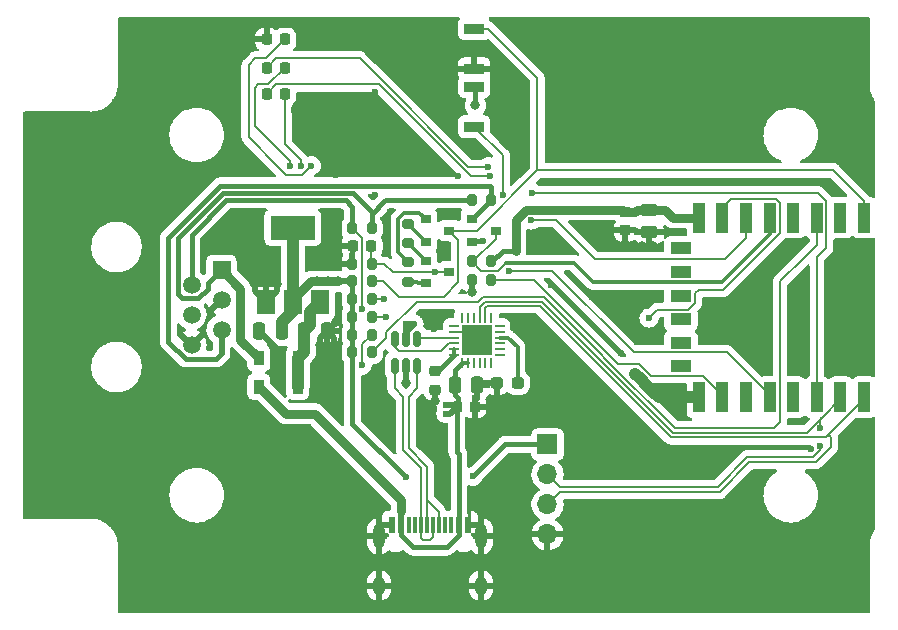
<source format=gbr>
%TF.GenerationSoftware,KiCad,Pcbnew,(5.99.0-7626-g1ca75c8fda)*%
%TF.CreationDate,2021-03-16T10:58:17+01:00*%
%TF.ProjectId,CDEM,4344454d-2e6b-4696-9361-645f70636258,rev?*%
%TF.SameCoordinates,Original*%
%TF.FileFunction,Copper,L1,Top*%
%TF.FilePolarity,Positive*%
%FSLAX46Y46*%
G04 Gerber Fmt 4.6, Leading zero omitted, Abs format (unit mm)*
G04 Created by KiCad (PCBNEW (5.99.0-7626-g1ca75c8fda)) date 2021-03-16 10:58:17*
%MOMM*%
%LPD*%
G01*
G04 APERTURE LIST*
G04 Aperture macros list*
%AMRoundRect*
0 Rectangle with rounded corners*
0 $1 Rounding radius*
0 $2 $3 $4 $5 $6 $7 $8 $9 X,Y pos of 4 corners*
0 Add a 4 corners polygon primitive as box body*
4,1,4,$2,$3,$4,$5,$6,$7,$8,$9,$2,$3,0*
0 Add four circle primitives for the rounded corners*
1,1,$1+$1,$2,$3,0*
1,1,$1+$1,$4,$5,0*
1,1,$1+$1,$6,$7,0*
1,1,$1+$1,$8,$9,0*
0 Add four rect primitives between the rounded corners*
20,1,$1+$1,$2,$3,$4,$5,0*
20,1,$1+$1,$4,$5,$6,$7,0*
20,1,$1+$1,$6,$7,$8,$9,0*
20,1,$1+$1,$8,$9,$2,$3,0*%
G04 Aperture macros list end*
%TA.AperFunction,SMDPad,CuDef*%
%ADD10RoundRect,0.200000X0.200000X0.275000X-0.200000X0.275000X-0.200000X-0.275000X0.200000X-0.275000X0*%
%TD*%
%TA.AperFunction,SMDPad,CuDef*%
%ADD11RoundRect,0.150000X0.150000X-0.512500X0.150000X0.512500X-0.150000X0.512500X-0.150000X-0.512500X0*%
%TD*%
%TA.AperFunction,SMDPad,CuDef*%
%ADD12RoundRect,0.200000X-0.200000X-0.275000X0.200000X-0.275000X0.200000X0.275000X-0.200000X0.275000X0*%
%TD*%
%TA.AperFunction,SMDPad,CuDef*%
%ADD13RoundRect,0.062500X-0.350000X-0.062500X0.350000X-0.062500X0.350000X0.062500X-0.350000X0.062500X0*%
%TD*%
%TA.AperFunction,SMDPad,CuDef*%
%ADD14RoundRect,0.062500X-0.062500X-0.350000X0.062500X-0.350000X0.062500X0.350000X-0.062500X0.350000X0*%
%TD*%
%TA.AperFunction,SMDPad,CuDef*%
%ADD15R,2.600000X2.600000*%
%TD*%
%TA.AperFunction,SMDPad,CuDef*%
%ADD16RoundRect,0.225000X-0.250000X0.225000X-0.250000X-0.225000X0.250000X-0.225000X0.250000X0.225000X0*%
%TD*%
%TA.AperFunction,SMDPad,CuDef*%
%ADD17RoundRect,0.250000X-0.250000X-0.475000X0.250000X-0.475000X0.250000X0.475000X-0.250000X0.475000X0*%
%TD*%
%TA.AperFunction,SMDPad,CuDef*%
%ADD18R,0.600000X1.450000*%
%TD*%
%TA.AperFunction,SMDPad,CuDef*%
%ADD19R,0.300000X1.450000*%
%TD*%
%TA.AperFunction,ComponentPad*%
%ADD20O,1.000000X1.600000*%
%TD*%
%TA.AperFunction,ComponentPad*%
%ADD21O,1.000000X2.100000*%
%TD*%
%TA.AperFunction,SMDPad,CuDef*%
%ADD22RoundRect,0.250000X0.250000X0.475000X-0.250000X0.475000X-0.250000X-0.475000X0.250000X-0.475000X0*%
%TD*%
%TA.AperFunction,SMDPad,CuDef*%
%ADD23RoundRect,0.218750X-0.218750X-0.256250X0.218750X-0.256250X0.218750X0.256250X-0.218750X0.256250X0*%
%TD*%
%TA.AperFunction,SMDPad,CuDef*%
%ADD24R,0.900000X1.200000*%
%TD*%
%TA.AperFunction,SMDPad,CuDef*%
%ADD25RoundRect,0.225000X-0.225000X-0.250000X0.225000X-0.250000X0.225000X0.250000X-0.225000X0.250000X0*%
%TD*%
%TA.AperFunction,ComponentPad*%
%ADD26R,1.700000X1.700000*%
%TD*%
%TA.AperFunction,ComponentPad*%
%ADD27O,1.700000X1.700000*%
%TD*%
%TA.AperFunction,SMDPad,CuDef*%
%ADD28R,1.500000X2.000000*%
%TD*%
%TA.AperFunction,SMDPad,CuDef*%
%ADD29R,3.800000X2.000000*%
%TD*%
%TA.AperFunction,SMDPad,CuDef*%
%ADD30RoundRect,0.225000X0.225000X0.250000X-0.225000X0.250000X-0.225000X-0.250000X0.225000X-0.250000X0*%
%TD*%
%TA.AperFunction,SMDPad,CuDef*%
%ADD31RoundRect,0.200000X-0.275000X0.200000X-0.275000X-0.200000X0.275000X-0.200000X0.275000X0.200000X0*%
%TD*%
%TA.AperFunction,SMDPad,CuDef*%
%ADD32RoundRect,0.237500X0.287500X0.237500X-0.287500X0.237500X-0.287500X-0.237500X0.287500X-0.237500X0*%
%TD*%
%TA.AperFunction,SMDPad,CuDef*%
%ADD33RoundRect,0.250000X-0.475000X0.250000X-0.475000X-0.250000X0.475000X-0.250000X0.475000X0.250000X0*%
%TD*%
%TA.AperFunction,SMDPad,CuDef*%
%ADD34R,0.900000X0.800000*%
%TD*%
%TA.AperFunction,SMDPad,CuDef*%
%ADD35R,1.000000X2.500000*%
%TD*%
%TA.AperFunction,SMDPad,CuDef*%
%ADD36R,1.800000X1.000000*%
%TD*%
%TA.AperFunction,SMDPad,CuDef*%
%ADD37R,1.700000X0.900000*%
%TD*%
%TA.AperFunction,ComponentPad*%
%ADD38R,1.520000X1.520000*%
%TD*%
%TA.AperFunction,ComponentPad*%
%ADD39C,1.520000*%
%TD*%
%TA.AperFunction,SMDPad,CuDef*%
%ADD40RoundRect,0.200000X0.275000X-0.200000X0.275000X0.200000X-0.275000X0.200000X-0.275000X-0.200000X0*%
%TD*%
%TA.AperFunction,ViaPad*%
%ADD41C,0.600000*%
%TD*%
%TA.AperFunction,ViaPad*%
%ADD42C,0.800000*%
%TD*%
%TA.AperFunction,Conductor*%
%ADD43C,0.200000*%
%TD*%
%TA.AperFunction,Conductor*%
%ADD44C,0.300000*%
%TD*%
%TA.AperFunction,Conductor*%
%ADD45C,0.500000*%
%TD*%
%TA.AperFunction,Conductor*%
%ADD46C,1.000000*%
%TD*%
%TA.AperFunction,Conductor*%
%ADD47C,0.400000*%
%TD*%
%TA.AperFunction,Conductor*%
%ADD48C,0.750000*%
%TD*%
G04 APERTURE END LIST*
D10*
%TO.P,R1,1*%
%TO.N,VCC*%
X56425000Y-99100000D03*
%TO.P,R1,2*%
%TO.N,/SM-DATA-REQ*%
X54775000Y-99100000D03*
%TD*%
D11*
%TO.P,U2,1,I/O1*%
%TO.N,/USB-IN-D-*%
X58350000Y-110737500D03*
%TO.P,U2,2,GND*%
%TO.N,GND*%
X59300000Y-110737500D03*
%TO.P,U2,3,I/O2*%
%TO.N,/USB-IN-D+*%
X60250000Y-110737500D03*
%TO.P,U2,4,I/O2*%
%TO.N,/USB-D+*%
X60250000Y-108462500D03*
%TO.P,U2,5,VBUS*%
%TO.N,VBUS*%
X59300000Y-108462500D03*
%TO.P,U2,6,I/O1*%
%TO.N,/USB-D-*%
X58350000Y-108462500D03*
%TD*%
D12*
%TO.P,R4,1*%
%TO.N,+3V3*%
X54775000Y-106600000D03*
%TO.P,R4,2*%
%TO.N,Net-(D3-Pad2)*%
X56425000Y-106600000D03*
%TD*%
D13*
%TO.P,U3,1,RI*%
%TO.N,Net-(U3-Pad1)*%
X63362500Y-107350000D03*
%TO.P,U3,2,GND*%
%TO.N,GND*%
X63362500Y-107850000D03*
%TO.P,U3,3,D+*%
%TO.N,/USB-D+*%
X63362500Y-108350000D03*
%TO.P,U3,4,D-*%
%TO.N,/USB-D-*%
X63362500Y-108850000D03*
%TO.P,U3,5,VIO*%
%TO.N,Net-(C5-Pad1)*%
X63362500Y-109350000D03*
%TO.P,U3,6,VDD*%
X63362500Y-109850000D03*
D14*
%TO.P,U3,7,REGIN*%
%TO.N,VBUS*%
X64050000Y-110537500D03*
%TO.P,U3,8,VBUS*%
X64550000Y-110537500D03*
%TO.P,U3,9,~RST*%
%TO.N,Net-(U3-Pad9)*%
X65050000Y-110537500D03*
%TO.P,U3,10,VIO/NC*%
%TO.N,no_connect_58*%
X65550000Y-110537500D03*
%TO.P,U3,11,GPIO.3*%
%TO.N,Net-(U3-Pad11)*%
X66050000Y-110537500D03*
%TO.P,U3,12,GPIO.2*%
%TO.N,Net-(U3-Pad12)*%
X66550000Y-110537500D03*
D13*
%TO.P,U3,13,GPIO.1*%
%TO.N,Net-(U3-Pad13)*%
X67237500Y-109850000D03*
%TO.P,U3,14,GPIO.0*%
%TO.N,Net-(U3-Pad14)*%
X67237500Y-109350000D03*
%TO.P,U3,15,~SUSPEND*%
%TO.N,Net-(U3-Pad15)*%
X67237500Y-108850000D03*
%TO.P,U3,16,VPP*%
%TO.N,Net-(C9-Pad1)*%
X67237500Y-108350000D03*
%TO.P,U3,17,SUSPEND*%
%TO.N,Net-(U3-Pad17)*%
X67237500Y-107850000D03*
%TO.P,U3,18,CTS*%
%TO.N,Net-(U3-Pad18)*%
X67237500Y-107350000D03*
D14*
%TO.P,U3,19,RTS*%
%TO.N,Net-(U3-Pad19)*%
X66550000Y-106662500D03*
%TO.P,U3,20,RXD*%
%TO.N,/USB-RX*%
X66050000Y-106662500D03*
%TO.P,U3,21,TXD*%
%TO.N,/USB-TX*%
X65550000Y-106662500D03*
%TO.P,U3,22,DSR*%
%TO.N,Net-(U3-Pad22)*%
X65050000Y-106662500D03*
%TO.P,U3,23,DTR*%
%TO.N,Net-(U3-Pad23)*%
X64550000Y-106662500D03*
%TO.P,U3,24,DCD*%
%TO.N,Net-(U3-Pad24)*%
X64050000Y-106662500D03*
D15*
%TO.P,U3,25,PAD*%
%TO.N,GND*%
X65300000Y-108600000D03*
%TD*%
D16*
%TO.P,C7,1*%
%TO.N,+3V3*%
X77900000Y-97725000D03*
%TO.P,C7,2*%
%TO.N,GND*%
X77900000Y-99275000D03*
%TD*%
D12*
%TO.P,R3,1*%
%TO.N,+3V3*%
X54775000Y-109600000D03*
%TO.P,R3,2*%
%TO.N,Net-(R3-Pad2)*%
X56425000Y-109600000D03*
%TD*%
D17*
%TO.P,C1,1*%
%TO.N,Net-(C1-Pad1)*%
X50700000Y-107800000D03*
%TO.P,C1,2*%
%TO.N,GND*%
X52600000Y-107800000D03*
%TD*%
D18*
%TO.P,J1,A1,GND*%
%TO.N,GND*%
X58100000Y-124255000D03*
%TO.P,J1,A4,VBUS*%
%TO.N,VBUS*%
X58900000Y-124255000D03*
D19*
%TO.P,J1,A5,CC1*%
%TO.N,Net-(J1-PadA5)*%
X60100000Y-124255000D03*
%TO.P,J1,A6,D+*%
%TO.N,/USB-IN-D+*%
X61100000Y-124255000D03*
%TO.P,J1,A7,D-*%
%TO.N,/USB-IN-D-*%
X61600000Y-124255000D03*
%TO.P,J1,A8,SBU1*%
%TO.N,Net-(J1-PadA8)*%
X62600000Y-124255000D03*
D18*
%TO.P,J1,A9,VBUS*%
%TO.N,VBUS*%
X63800000Y-124255000D03*
%TO.P,J1,A12,GND*%
%TO.N,GND*%
X64600000Y-124255000D03*
%TO.P,J1,B1,GND*%
X64600000Y-124255000D03*
%TO.P,J1,B4,VBUS*%
%TO.N,VBUS*%
X63800000Y-124255000D03*
D19*
%TO.P,J1,B5,CC2*%
%TO.N,Net-(J1-PadB5)*%
X63100000Y-124255000D03*
%TO.P,J1,B6,D+*%
%TO.N,/USB-IN-D+*%
X62100000Y-124255000D03*
%TO.P,J1,B7,D-*%
%TO.N,/USB-IN-D-*%
X60600000Y-124255000D03*
%TO.P,J1,B8,SBU2*%
%TO.N,Net-(J1-PadB8)*%
X59600000Y-124255000D03*
D18*
%TO.P,J1,B9,VBUS*%
%TO.N,VBUS*%
X58900000Y-124255000D03*
%TO.P,J1,B12,GND*%
%TO.N,GND*%
X58100000Y-124255000D03*
D20*
%TO.P,J1,S1,SHIELD*%
X65670000Y-129350000D03*
D21*
X57030000Y-125170000D03*
D20*
X57030000Y-129350000D03*
D21*
X65670000Y-125170000D03*
%TD*%
D22*
%TO.P,C3,1*%
%TO.N,+3V3*%
X48800000Y-107800000D03*
%TO.P,C3,2*%
%TO.N,GND*%
X46900000Y-107800000D03*
%TD*%
D23*
%TO.P,D4,1,K*%
%TO.N,/LED-COMM*%
X47512500Y-85500000D03*
%TO.P,D4,2,A*%
%TO.N,Net-(D4-Pad2)*%
X49087500Y-85500000D03*
%TD*%
D24*
%TO.P,D1,1,K*%
%TO.N,Net-(C1-Pad1)*%
X50150000Y-112500000D03*
%TO.P,D1,2,A*%
%TO.N,VBUS*%
X46850000Y-112500000D03*
%TD*%
D23*
%TO.P,D3,1,K*%
%TO.N,GND*%
X47512500Y-83100000D03*
%TO.P,D3,2,A*%
%TO.N,Net-(D3-Pad2)*%
X49087500Y-83100000D03*
%TD*%
D25*
%TO.P,C4,1*%
%TO.N,VBUS*%
X63625000Y-114200000D03*
%TO.P,C4,2*%
%TO.N,GND*%
X65175000Y-114200000D03*
%TD*%
D26*
%TO.P,J3,1,Pin_1*%
%TO.N,+3V3*%
X71300000Y-117400000D03*
D27*
%TO.P,J3,2,Pin_2*%
%TO.N,/USB-TX*%
X71300000Y-119940000D03*
%TO.P,J3,3,Pin_3*%
%TO.N,/USB-RX*%
X71300000Y-122480000D03*
%TO.P,J3,4,Pin_4*%
%TO.N,GND*%
X71300000Y-125020000D03*
%TD*%
D12*
%TO.P,R9,1*%
%TO.N,+3V3*%
X54775000Y-103600000D03*
%TO.P,R9,2*%
%TO.N,/RESET*%
X56425000Y-103600000D03*
%TD*%
D28*
%TO.P,U1,1,GND*%
%TO.N,GND*%
X47450000Y-105350000D03*
%TO.P,U1,2,VO*%
%TO.N,+3V3*%
X49750000Y-105350000D03*
D29*
X49750000Y-99050000D03*
D28*
%TO.P,U1,3,VI*%
%TO.N,Net-(C1-Pad1)*%
X52050000Y-105350000D03*
%TD*%
D30*
%TO.P,C8,1*%
%TO.N,/GPIO0*%
X56375000Y-100600000D03*
%TO.P,C8,2*%
%TO.N,GND*%
X54825000Y-100600000D03*
%TD*%
D31*
%TO.P,R10,1*%
%TO.N,/RTS*%
X59500000Y-98725000D03*
%TO.P,R10,2*%
%TO.N,Net-(Q2-Pad1)*%
X59500000Y-100375000D03*
%TD*%
D12*
%TO.P,R7,1*%
%TO.N,+3V3*%
X54775000Y-108100000D03*
%TO.P,R7,2*%
%TO.N,Net-(D5-Pad2)*%
X56425000Y-108100000D03*
%TD*%
%TO.P,R12,1*%
%TO.N,VCC*%
X64875000Y-96700000D03*
%TO.P,R12,2*%
%TO.N,/SM-DATA*%
X66525000Y-96700000D03*
%TD*%
D32*
%TO.P,C9,1*%
%TO.N,Net-(C9-Pad1)*%
X68775000Y-112200000D03*
%TO.P,C9,2*%
%TO.N,GND*%
X67025000Y-112200000D03*
%TD*%
D16*
%TO.P,C5,1*%
%TO.N,Net-(C5-Pad1)*%
X61800000Y-111225000D03*
%TO.P,C5,2*%
%TO.N,GND*%
X61800000Y-112775000D03*
%TD*%
D10*
%TO.P,R2,1*%
%TO.N,+3V3*%
X66525000Y-101900000D03*
%TO.P,R2,2*%
%TO.N,/DATA*%
X64875000Y-101900000D03*
%TD*%
D33*
%TO.P,C6,1*%
%TO.N,+3V3*%
X79900000Y-97550000D03*
%TO.P,C6,2*%
%TO.N,GND*%
X79900000Y-99450000D03*
%TD*%
D23*
%TO.P,D5,1,K*%
%TO.N,/LED-DATA*%
X47512500Y-87700000D03*
%TO.P,D5,2,A*%
%TO.N,Net-(D5-Pad2)*%
X49087500Y-87700000D03*
%TD*%
D12*
%TO.P,R5,1*%
%TO.N,+3V3*%
X54775000Y-105100000D03*
%TO.P,R5,2*%
%TO.N,Net-(D4-Pad2)*%
X56425000Y-105100000D03*
%TD*%
D34*
%TO.P,Q1,1,G*%
%TO.N,/SM-DATA*%
X64900000Y-98350000D03*
%TO.P,Q1,2,S*%
%TO.N,GND*%
X64900000Y-100250000D03*
%TO.P,Q1,3,D*%
%TO.N,/DATA*%
X66900000Y-99300000D03*
%TD*%
%TO.P,Q2,1,B*%
%TO.N,Net-(Q2-Pad1)*%
X61000000Y-101850000D03*
%TO.P,Q2,2,E*%
%TO.N,/DTR*%
X61000000Y-103750000D03*
%TO.P,Q2,3,C*%
%TO.N,/GPIO0*%
X63000000Y-102800000D03*
%TD*%
D35*
%TO.P,U4,1,~RST*%
%TO.N,/RESET*%
X98100000Y-98200000D03*
%TO.P,U4,2,ADC*%
%TO.N,Net-(U4-Pad2)*%
X96100000Y-98200000D03*
%TO.P,U4,3,EN*%
%TO.N,Net-(R3-Pad2)*%
X94100000Y-98200000D03*
%TO.P,U4,4,GPIO16*%
%TO.N,Net-(U4-Pad4)*%
X92100000Y-98200000D03*
%TO.P,U4,5,GPIO14*%
%TO.N,/DATA*%
X90100000Y-98200000D03*
%TO.P,U4,6,GPIO12*%
%TO.N,/LED-DATA*%
X88100000Y-98200000D03*
%TO.P,U4,7,GPIO13*%
%TO.N,/SM-DATA-REQ*%
X86100000Y-98200000D03*
%TO.P,U4,8,VCC*%
%TO.N,+3V3*%
X84100000Y-98200000D03*
D36*
%TO.P,U4,9,CS0*%
%TO.N,Net-(U4-Pad9)*%
X82600000Y-100800000D03*
%TO.P,U4,10,MISO*%
%TO.N,Net-(U4-Pad10)*%
X82600000Y-102800000D03*
%TO.P,U4,11,GPIO9*%
%TO.N,Net-(U4-Pad11)*%
X82600000Y-104800000D03*
%TO.P,U4,12,GPIO10*%
%TO.N,Net-(U4-Pad12)*%
X82600000Y-106800000D03*
%TO.P,U4,13,MOSI*%
%TO.N,Net-(U4-Pad13)*%
X82600000Y-108800000D03*
%TO.P,U4,14,SCLK*%
%TO.N,Net-(U4-Pad14)*%
X82600000Y-110800000D03*
D35*
%TO.P,U4,15,GND*%
%TO.N,GND*%
X84100000Y-113400000D03*
%TO.P,U4,16,GPIO15*%
%TO.N,Net-(R6-Pad1)*%
X86100000Y-113400000D03*
%TO.P,U4,17,GPIO2*%
%TO.N,/SM-TX*%
X88100000Y-113400000D03*
%TO.P,U4,18,GPIO0*%
%TO.N,/GPIO0*%
X90100000Y-113400000D03*
%TO.P,U4,19,GPIO4*%
%TO.N,Net-(U4-Pad19)*%
X92100000Y-113400000D03*
%TO.P,U4,20,GPIO5*%
%TO.N,/LED-COMM*%
X94100000Y-113400000D03*
%TO.P,U4,21,GPIO3/RXD*%
%TO.N,/USB-TX*%
X96100000Y-113400000D03*
%TO.P,U4,22,GPIO1/TXD*%
%TO.N,/USB-RX*%
X98100000Y-113400000D03*
%TD*%
D24*
%TO.P,D2,1,K*%
%TO.N,Net-(C1-Pad1)*%
X50150000Y-110100000D03*
%TO.P,D2,2,A*%
%TO.N,VCC*%
X46850000Y-110100000D03*
%TD*%
D34*
%TO.P,Q3,1,B*%
%TO.N,Net-(Q3-Pad1)*%
X61000000Y-98350000D03*
%TO.P,Q3,2,E*%
%TO.N,/RTS*%
X61000000Y-100250000D03*
%TO.P,Q3,3,C*%
%TO.N,/RESET*%
X63000000Y-99300000D03*
%TD*%
D17*
%TO.P,C2,1*%
%TO.N,VBUS*%
X63450000Y-112400000D03*
%TO.P,C2,2*%
%TO.N,GND*%
X65350000Y-112400000D03*
%TD*%
D37*
%TO.P,SW2,1,1*%
%TO.N,/RESET*%
X65100000Y-82200000D03*
%TO.P,SW2,2,2*%
%TO.N,GND*%
X65100000Y-85600000D03*
%TD*%
D10*
%TO.P,R6,1*%
%TO.N,Net-(R6-Pad1)*%
X66525000Y-103500000D03*
%TO.P,R6,2*%
%TO.N,GND*%
X64875000Y-103500000D03*
%TD*%
D37*
%TO.P,SW1,1,1*%
%TO.N,+3V3*%
X65100000Y-87100000D03*
%TO.P,SW1,2,2*%
%TO.N,/GPIO0*%
X65100000Y-90500000D03*
%TD*%
D10*
%TO.P,R8,1*%
%TO.N,/GPIO0*%
X56425000Y-102100000D03*
%TO.P,R8,2*%
%TO.N,GND*%
X54775000Y-102100000D03*
%TD*%
D38*
%TO.P,J2,1*%
%TO.N,VCC*%
X43700000Y-102600000D03*
D39*
%TO.P,J2,2*%
%TO.N,/SM-DATA-REQ*%
X41160000Y-103870000D03*
%TO.P,J2,3*%
%TO.N,GND*%
X43700000Y-105140000D03*
%TO.P,J2,4*%
%TO.N,Net-(J2-Pad4)*%
X41160000Y-106410000D03*
%TO.P,J2,5*%
%TO.N,/SM-DATA*%
X43700000Y-107680000D03*
%TO.P,J2,6*%
%TO.N,GND*%
X41160000Y-108950000D03*
%TD*%
D40*
%TO.P,R11,1*%
%TO.N,/DTR*%
X59500000Y-103625000D03*
%TO.P,R11,2*%
%TO.N,Net-(Q3-Pad1)*%
X59500000Y-101975000D03*
%TD*%
D41*
%TO.N,GND*%
X77500000Y-109700000D03*
X92600000Y-115500000D03*
X71200000Y-100500000D03*
D42*
X80200000Y-100600000D03*
D41*
X93300000Y-102900000D03*
X79300000Y-115900000D03*
X98100000Y-100300000D03*
D42*
X47450000Y-103800000D03*
D41*
X75100000Y-104900000D03*
D42*
X66100000Y-109400000D03*
D41*
X97700000Y-130900000D03*
D42*
X64500000Y-107800000D03*
D41*
X60900000Y-114000000D03*
X62400000Y-101600000D03*
X27600000Y-122700000D03*
X72300000Y-93200000D03*
D42*
X66100000Y-107800000D03*
D41*
X61700000Y-107600000D03*
X49800000Y-89100000D03*
X47500000Y-94400000D03*
D42*
X48400000Y-103800000D03*
D41*
X71000000Y-107700000D03*
X53900000Y-102100000D03*
X57500000Y-85300000D03*
X41500000Y-81800000D03*
X56200000Y-82000000D03*
X82600000Y-82100000D03*
X73700000Y-98700000D03*
X63200000Y-98000000D03*
D42*
X53400000Y-107000000D03*
D41*
X84900000Y-106500000D03*
X34700000Y-88400000D03*
X69100000Y-107700000D03*
X66800000Y-113800000D03*
D42*
X64900000Y-104500000D03*
D41*
X69300000Y-113500000D03*
D42*
X77900000Y-100400000D03*
X80350000Y-113050000D03*
D41*
X53900000Y-100600000D03*
X98300000Y-119500000D03*
X53400000Y-94600000D03*
X84800000Y-95200000D03*
X93600000Y-117800000D03*
X56700000Y-87600000D03*
X64900000Y-92700000D03*
X76600000Y-131200000D03*
D42*
X64500000Y-109400000D03*
D41*
X98300000Y-91200000D03*
X71400000Y-81900000D03*
D42*
X79300000Y-100600000D03*
D41*
X35700000Y-131200000D03*
X98100000Y-103800000D03*
D42*
X48400000Y-109900000D03*
D41*
X27400000Y-94100000D03*
D42*
X46500000Y-103800000D03*
D41*
X78900000Y-108700000D03*
X57200000Y-111100000D03*
X27300000Y-89900000D03*
X46500000Y-98000000D03*
X93300000Y-82300000D03*
X27600000Y-113400000D03*
D42*
X52000000Y-109000000D03*
X79100000Y-111800000D03*
X79750000Y-112450000D03*
D41*
X58000000Y-97700000D03*
X98100000Y-111200000D03*
X74200000Y-111000000D03*
D42*
X65300000Y-108700000D03*
D41*
X85000000Y-108700000D03*
X46200000Y-83100000D03*
X41600000Y-131100000D03*
D42*
X59350000Y-112160050D03*
D41*
X35500000Y-81900000D03*
X56700000Y-96300000D03*
X88300000Y-131000000D03*
D42*
X53200000Y-109000000D03*
D41*
X98100000Y-107100000D03*
X98300000Y-88200000D03*
X72300000Y-95100000D03*
X50200000Y-131200000D03*
X45100000Y-110800000D03*
X98400000Y-123200000D03*
X69200000Y-93800000D03*
X84700000Y-93200000D03*
X35500000Y-123500000D03*
X27700000Y-104300000D03*
X93200000Y-111100000D03*
X71600000Y-103900000D03*
X65800000Y-100200000D03*
X95800000Y-96100000D03*
X63700000Y-94700000D03*
X87100000Y-117800000D03*
X98400000Y-95100000D03*
D42*
X61800000Y-113700000D03*
D41*
X98300000Y-116400000D03*
%TO.N,VBUS*%
X62700000Y-114800000D03*
X62700000Y-114100000D03*
X60000000Y-107200000D03*
X59300000Y-107200000D03*
D42*
%TO.N,+3V3*%
X68600000Y-101000000D03*
D41*
X59300000Y-120200000D03*
D42*
X65200000Y-88700000D03*
D41*
X65000000Y-120100000D03*
D42*
X52700000Y-103600000D03*
X51800000Y-103600000D03*
X53600000Y-103600000D03*
D41*
%TO.N,/GPIO0*%
X67495736Y-96295736D03*
X61800000Y-102800000D03*
X68000000Y-102700000D03*
%TO.N,Net-(D3-Pad2)*%
X51300000Y-93800000D03*
X57600000Y-106600000D03*
%TO.N,Net-(D4-Pad2)*%
X57500000Y-105100000D03*
X49500000Y-93800000D03*
%TO.N,Net-(D5-Pad2)*%
X55600000Y-110700000D03*
X50400000Y-93800000D03*
%TO.N,/LED-COMM*%
X66300000Y-93900000D03*
X70000000Y-96100000D03*
%TO.N,/SM-DATA-REQ*%
X55600000Y-105900000D03*
X79900000Y-106700000D03*
%TO.N,/USB-TX*%
X94400000Y-116000000D03*
X94400000Y-117500000D03*
%TO.N,/LED-DATA*%
X69900000Y-98400000D03*
X66400000Y-94700000D03*
%TD*%
D43*
%TO.N,GND*%
X63362500Y-107850000D02*
X64450000Y-107850000D01*
D44*
X54825000Y-100600000D02*
X54825000Y-102050000D01*
D45*
X46500000Y-103800000D02*
X48400000Y-103800000D01*
X64900000Y-104150000D02*
X64900000Y-104500000D01*
D46*
X79100000Y-111800000D02*
X78700000Y-111400000D01*
D45*
X61800000Y-112775000D02*
X61800000Y-113700000D01*
X64875000Y-103500000D02*
X64875000Y-104125000D01*
X48400000Y-104400000D02*
X47450000Y-105350000D01*
D43*
X64450000Y-107850000D02*
X64500000Y-107800000D01*
D47*
X64900000Y-100250000D02*
X64950000Y-100200000D01*
D46*
X80350000Y-113050000D02*
X79750000Y-112450000D01*
D47*
X53900000Y-100600000D02*
X54825000Y-100600000D01*
D45*
X52600000Y-107800000D02*
X53200000Y-108400000D01*
D46*
X79750000Y-112450000D02*
X79100000Y-111800000D01*
D45*
X78675000Y-99275000D02*
X78850000Y-99450000D01*
X47450000Y-105350000D02*
X47450000Y-103950000D01*
D46*
X80700000Y-113400000D02*
X80350000Y-113050000D01*
D45*
X65350000Y-112400000D02*
X65350000Y-113450000D01*
X52000000Y-108400000D02*
X52000000Y-109000000D01*
X52600000Y-107800000D02*
X52000000Y-108400000D01*
X65350000Y-112400000D02*
X65550000Y-112200000D01*
D44*
X54825000Y-102050000D02*
X54775000Y-102100000D01*
D45*
X46900000Y-107800000D02*
X48400000Y-109300000D01*
X46500000Y-104400000D02*
X47450000Y-105350000D01*
X59300000Y-110737500D02*
X59300000Y-112300000D01*
X53200000Y-108400000D02*
X53200000Y-109100000D01*
X65550000Y-112200000D02*
X67025000Y-112200000D01*
D47*
X53900000Y-102100000D02*
X54775000Y-102100000D01*
D46*
X84100000Y-113400000D02*
X80700000Y-113400000D01*
D45*
X46500000Y-103800000D02*
X46500000Y-104400000D01*
X65350000Y-113450000D02*
X65175000Y-113625000D01*
X64875000Y-104125000D02*
X64900000Y-104150000D01*
X77900000Y-99275000D02*
X78675000Y-99275000D01*
X78850000Y-99450000D02*
X79900000Y-99450000D01*
X52600000Y-107800000D02*
X53400000Y-107000000D01*
X48400000Y-109300000D02*
X48400000Y-109900000D01*
X65175000Y-113625000D02*
X65175000Y-114200000D01*
D47*
X64950000Y-100200000D02*
X65800000Y-100200000D01*
D45*
X59300000Y-112210050D02*
X59350000Y-112160050D01*
X48400000Y-103800000D02*
X48400000Y-104400000D01*
D46*
%TO.N,Net-(C1-Pad1)*%
X51200010Y-106199990D02*
X51200010Y-107299990D01*
X50700000Y-109550000D02*
X50150000Y-110100000D01*
X50700000Y-107800000D02*
X50700000Y-109550000D01*
X52050000Y-105350000D02*
X51200010Y-106199990D01*
X51200010Y-107299990D02*
X50700000Y-107800000D01*
X50150000Y-110100000D02*
X50150000Y-112500000D01*
D45*
%TO.N,VBUS*%
X59300000Y-108462500D02*
X59300000Y-107200000D01*
D47*
X58900000Y-124255000D02*
X58900000Y-125066998D01*
X63625000Y-115875000D02*
X63625000Y-118025000D01*
X64050000Y-110537500D02*
X63500000Y-111087500D01*
X63700000Y-114125000D02*
X63625000Y-114200000D01*
X63625000Y-118025000D02*
X63800000Y-118200000D01*
D48*
X49150000Y-114800000D02*
X51600000Y-114800000D01*
D47*
X62766998Y-126100000D02*
X63800000Y-125066998D01*
D45*
X62700000Y-114100000D02*
X63525000Y-114100000D01*
D47*
X63450000Y-112400000D02*
X63450000Y-113250000D01*
D45*
X58900000Y-122200000D02*
X58900000Y-124255000D01*
D47*
X59933002Y-126100000D02*
X62766998Y-126100000D01*
D44*
X64050000Y-110537500D02*
X64550000Y-110537500D01*
D45*
X62700000Y-114800000D02*
X63025000Y-114800000D01*
D47*
X63500000Y-112350000D02*
X63450000Y-112400000D01*
X63625000Y-115175000D02*
X63625000Y-115875000D01*
X63450000Y-113250000D02*
X63700000Y-113500000D01*
D45*
X63525000Y-114100000D02*
X63625000Y-114200000D01*
X60000000Y-107200000D02*
X59300000Y-107900000D01*
D47*
X63700000Y-113500000D02*
X63700000Y-114125000D01*
D48*
X58900000Y-122100000D02*
X58900000Y-123000000D01*
X51600000Y-114800000D02*
X58900000Y-122100000D01*
D45*
X63025000Y-114800000D02*
X63625000Y-114200000D01*
X59300000Y-107200000D02*
X60000000Y-107200000D01*
D47*
X63800000Y-125066998D02*
X63800000Y-124255000D01*
X63625000Y-114200000D02*
X63625000Y-115175000D01*
X58900000Y-125066998D02*
X59933002Y-126100000D01*
X63800000Y-118200000D02*
X63800000Y-124255000D01*
D48*
X46850000Y-112500000D02*
X49150000Y-114800000D01*
D45*
X59300000Y-107900000D02*
X59300000Y-108462500D01*
D47*
X63500000Y-111087500D02*
X63500000Y-112350000D01*
D45*
%TO.N,+3V3*%
X49750000Y-105263588D02*
X49750000Y-105350000D01*
D48*
X49750000Y-105350000D02*
X49750000Y-105086812D01*
X77699999Y-97524999D02*
X69479999Y-97524999D01*
X79900000Y-97550000D02*
X81250000Y-97550000D01*
D46*
X49750000Y-99050000D02*
X49750000Y-105350000D01*
D45*
X54775000Y-103600000D02*
X54925000Y-103600000D01*
D47*
X54775000Y-109600000D02*
X54775000Y-115675000D01*
D46*
X49750000Y-106125000D02*
X49750000Y-105350000D01*
D48*
X77900000Y-97725000D02*
X77699999Y-97524999D01*
D47*
X66600000Y-101900000D02*
X67500000Y-101000000D01*
X67500000Y-101000000D02*
X68600000Y-101000000D01*
D46*
X48800000Y-107800000D02*
X48800000Y-107075000D01*
D45*
X51413588Y-103600000D02*
X49750000Y-105263588D01*
X54775000Y-103600000D02*
X51413588Y-103600000D01*
D47*
X65200000Y-88700000D02*
X65200000Y-87200000D01*
D48*
X81250000Y-97550000D02*
X81900000Y-98200000D01*
D47*
X54775000Y-115675000D02*
X59300000Y-120200000D01*
X65000000Y-120100000D02*
X67700000Y-117400000D01*
X66525000Y-101900000D02*
X66600000Y-101900000D01*
X65200000Y-87200000D02*
X65100000Y-87100000D01*
D46*
X48800000Y-107075000D02*
X49750000Y-106125000D01*
D47*
X54775000Y-103600000D02*
X54775000Y-109600000D01*
D48*
X81900000Y-98200000D02*
X84100000Y-98200000D01*
X69479999Y-97524999D02*
X68600000Y-98404998D01*
X77900000Y-97725000D02*
X78675000Y-97725000D01*
X51236812Y-103600000D02*
X53600000Y-103600000D01*
X78850000Y-97550000D02*
X79900000Y-97550000D01*
D47*
X67700000Y-117400000D02*
X71300000Y-117400000D01*
D48*
X78675000Y-97725000D02*
X78850000Y-97550000D01*
X49750000Y-105086812D02*
X51236812Y-103600000D01*
X68600000Y-98404998D02*
X68600000Y-101000000D01*
D47*
%TO.N,Net-(C5-Pad1)*%
X61800000Y-111225000D02*
X61987500Y-111225000D01*
D44*
X63362500Y-109350000D02*
X63362500Y-109850000D01*
D47*
X61987500Y-111225000D02*
X63362500Y-109850000D01*
D43*
%TO.N,/GPIO0*%
X90100000Y-113400000D02*
X90100000Y-113225720D01*
X71697082Y-102700000D02*
X68000000Y-102700000D01*
X61800000Y-102800000D02*
X58200000Y-102800000D01*
X67500000Y-96291472D02*
X67495736Y-96295736D01*
X56375000Y-100600000D02*
X56375000Y-102050000D01*
X58200000Y-102800000D02*
X57500000Y-102100000D01*
X67500000Y-92900000D02*
X67500000Y-96291472D01*
X56375000Y-102050000D02*
X56425000Y-102100000D01*
X86474290Y-109600010D02*
X78597092Y-109600010D01*
X63000000Y-102800000D02*
X61800000Y-102800000D01*
X90100000Y-113225720D02*
X86474290Y-109600010D01*
X78597092Y-109600010D02*
X71697082Y-102700000D01*
X65100000Y-90500000D02*
X67500000Y-92900000D01*
X57500000Y-102100000D02*
X56425000Y-102100000D01*
D47*
%TO.N,VCC*%
X42539999Y-103760001D02*
X42539999Y-104206803D01*
D48*
X46850000Y-110100000D02*
X45300000Y-108550000D01*
D47*
X57500000Y-96800000D02*
X57600000Y-96700000D01*
X57600000Y-96700000D02*
X64875000Y-96700000D01*
X56425000Y-97725000D02*
X56425000Y-99100000D01*
X41716801Y-105030001D02*
X40330001Y-105030001D01*
X40330001Y-105030001D02*
X39999999Y-104699999D01*
X56425000Y-97875000D02*
X57500000Y-96800000D01*
X39999999Y-99951459D02*
X43851458Y-96100000D01*
D48*
X45300000Y-108550000D02*
X45300000Y-104200000D01*
X45300000Y-104200000D02*
X43700000Y-102600000D01*
D47*
X39999999Y-104699999D02*
X39999999Y-99951459D01*
X42539999Y-104206803D02*
X41716801Y-105030001D01*
X56425000Y-99100000D02*
X56425000Y-97875000D01*
X43851458Y-96100000D02*
X54800000Y-96100000D01*
X54800000Y-96100000D02*
X56425000Y-97725000D01*
X43700000Y-102600000D02*
X42539999Y-103760001D01*
D43*
%TO.N,Net-(D3-Pad2)*%
X48500000Y-93900000D02*
X49200000Y-94600000D01*
X50500000Y-94600000D02*
X51300000Y-93800000D01*
X56425000Y-106600000D02*
X57600000Y-106600000D01*
X49200000Y-94600000D02*
X50500000Y-94600000D01*
X49087500Y-83100000D02*
X47462510Y-84724990D01*
X46000000Y-91400000D02*
X48500000Y-93900000D01*
X47462510Y-84724990D02*
X46575010Y-84724990D01*
X46575010Y-84724990D02*
X46000000Y-85300000D01*
X46000000Y-85300000D02*
X46000000Y-91400000D01*
%TO.N,Net-(D4-Pad2)*%
X49500000Y-93400000D02*
X49500000Y-93800000D01*
X46775010Y-86924990D02*
X46500000Y-87200000D01*
X46500000Y-87200000D02*
X46500000Y-90400000D01*
X56425000Y-105100000D02*
X57500000Y-105100000D01*
X49087500Y-85500000D02*
X47662510Y-86924990D01*
X46500000Y-90400000D02*
X49500000Y-93400000D01*
X47662510Y-86924990D02*
X46775010Y-86924990D01*
D44*
%TO.N,Net-(C9-Pad1)*%
X68775000Y-109175000D02*
X68775000Y-112200000D01*
X67950000Y-108350000D02*
X68775000Y-109175000D01*
X67237500Y-108350000D02*
X67950000Y-108350000D01*
D43*
%TO.N,Net-(D5-Pad2)*%
X50400000Y-93300000D02*
X49087500Y-91987500D01*
X50400000Y-93800000D02*
X50400000Y-93300000D01*
X49087500Y-91987500D02*
X49087500Y-87700000D01*
X56425000Y-108100000D02*
X55600000Y-108925000D01*
X55600000Y-108925000D02*
X55600000Y-110700000D01*
%TO.N,/LED-COMM*%
X94900010Y-96825730D02*
X94174280Y-96100000D01*
X94174280Y-96100000D02*
X70000000Y-96100000D01*
X94100000Y-113400000D02*
X94100000Y-101565699D01*
X48287510Y-84724990D02*
X55424990Y-84724990D01*
X56400000Y-85700000D02*
X64600000Y-93900000D01*
X55424990Y-84724990D02*
X56400000Y-85700000D01*
X64600000Y-93900000D02*
X66300000Y-93900000D01*
X94900010Y-100765689D02*
X94900010Y-96825730D01*
X94100000Y-101565699D02*
X94900010Y-100765689D01*
X47512500Y-85500000D02*
X48287510Y-84724990D01*
%TO.N,/USB-IN-D-*%
X61360002Y-125500000D02*
X61600000Y-125260002D01*
X60600000Y-119400000D02*
X60600000Y-124255000D01*
X59100000Y-117900000D02*
X60600000Y-119400000D01*
X58350000Y-110737500D02*
X58350000Y-112650000D01*
X59100000Y-113400000D02*
X59100000Y-117900000D01*
X60600000Y-124255000D02*
X60600000Y-125300000D01*
X60600000Y-125300000D02*
X60800000Y-125500000D01*
X60800000Y-125500000D02*
X61360002Y-125500000D01*
X61600000Y-124255000D02*
X61600000Y-125260002D01*
X58350000Y-112650000D02*
X59100000Y-113400000D01*
%TO.N,/USB-IN-D+*%
X60250000Y-110737500D02*
X60250000Y-112650020D01*
X59550010Y-117713600D02*
X61050009Y-119213599D01*
X62100000Y-123100000D02*
X61100000Y-122100000D01*
X61100000Y-122100000D02*
X61100000Y-124255000D01*
X62100000Y-124255000D02*
X62100000Y-123100000D01*
X61100000Y-119300000D02*
X61100000Y-122100000D01*
X61050009Y-119213599D02*
X61050009Y-119250009D01*
X61050009Y-119250009D02*
X61100000Y-119300000D01*
X59550010Y-113350010D02*
X59550010Y-117713600D01*
X60250000Y-112650020D02*
X59550010Y-113350010D01*
%TO.N,/SM-DATA-REQ*%
X80600010Y-105999990D02*
X79900000Y-106700000D01*
D44*
X86100000Y-98200000D02*
X86100000Y-99200000D01*
D43*
X83800010Y-104599990D02*
X83800010Y-105424270D01*
X54775000Y-99100000D02*
X55575010Y-99900010D01*
X91000000Y-99474280D02*
X86174281Y-104299999D01*
X86100000Y-97300000D02*
X86800000Y-96600000D01*
X86100000Y-98200000D02*
X86100000Y-97300000D01*
X86800000Y-96600000D02*
X90674280Y-96600000D01*
D47*
X44100000Y-96700000D02*
X54200000Y-96700000D01*
D43*
X86174281Y-104299999D02*
X84100001Y-104299999D01*
X83224290Y-105999990D02*
X80600010Y-105999990D01*
X83800010Y-105424270D02*
X83224290Y-105999990D01*
X55575010Y-99900010D02*
X55575010Y-105775010D01*
X91000000Y-96925720D02*
X91000000Y-99474280D01*
X55600000Y-105800000D02*
X55600000Y-105900000D01*
X55575010Y-105775010D02*
X55600000Y-105800000D01*
D47*
X54775000Y-97275000D02*
X54775000Y-99100000D01*
X54200000Y-96700000D02*
X54775000Y-97275000D01*
X41160000Y-99640000D02*
X44100000Y-96700000D01*
D43*
X84100001Y-104299999D02*
X83800010Y-104599990D01*
D47*
X41160000Y-103870000D02*
X41160000Y-99640000D01*
D43*
X90674280Y-96600000D02*
X91000000Y-96925720D01*
D47*
%TO.N,/SM-DATA*%
X39200000Y-108706802D02*
X39200000Y-99902916D01*
X43239999Y-110160001D02*
X40653199Y-110160001D01*
X43602916Y-95500000D02*
X66400000Y-95500000D01*
D45*
X43700000Y-107680000D02*
X43700000Y-109700000D01*
D47*
X66500000Y-95600000D02*
X66500000Y-96675000D01*
X40653199Y-110160001D02*
X39200000Y-108706802D01*
X64900000Y-98350000D02*
X64900000Y-98325000D01*
X66500000Y-96675000D02*
X66525000Y-96700000D01*
X43700000Y-109700000D02*
X43239999Y-110160001D01*
X39200000Y-99902916D02*
X43602916Y-95500000D01*
X66400000Y-95500000D02*
X66500000Y-95600000D01*
X64900000Y-98325000D02*
X66525000Y-96700000D01*
D43*
%TO.N,Net-(R3-Pad2)*%
X65834311Y-104899990D02*
X65868612Y-104899990D01*
X82065697Y-116000000D02*
X90500000Y-116000000D01*
X94100000Y-100500000D02*
X94100000Y-98200000D01*
X91000000Y-115500000D02*
X90500000Y-116000000D01*
X91000000Y-103600000D02*
X93000000Y-101600000D01*
X93000000Y-101600000D02*
X94100000Y-100500000D01*
X76365697Y-110300000D02*
X82065697Y-116000000D01*
X65434292Y-105300010D02*
X65834311Y-104899990D01*
X65868612Y-104899990D02*
X65868622Y-104899980D01*
X70965679Y-104899980D02*
X71700016Y-105634319D01*
X56425000Y-109600000D02*
X57600000Y-108425000D01*
X91000000Y-115200000D02*
X91000000Y-115500000D01*
X57600000Y-107913588D02*
X60213578Y-105300010D01*
X75665697Y-109600000D02*
X76365697Y-110300000D01*
X65868622Y-104899980D02*
X70965679Y-104899980D01*
X91000000Y-115200000D02*
X91000000Y-103600000D01*
X60213578Y-105300010D02*
X65434292Y-105300010D01*
X57600000Y-108425000D02*
X57600000Y-107913588D01*
X71700016Y-105634319D02*
X75665697Y-109600000D01*
%TO.N,Net-(R6-Pad1)*%
X77231395Y-110600000D02*
X70131395Y-103500000D01*
X84474290Y-111600010D02*
X80031394Y-111600010D01*
X86100000Y-113225720D02*
X84474290Y-111600010D01*
X86100000Y-113400000D02*
X86100000Y-113225720D01*
X70131395Y-103500000D02*
X66525000Y-103500000D01*
X80031394Y-111600010D02*
X79031384Y-110600000D01*
X79031384Y-110600000D02*
X77231395Y-110600000D01*
%TO.N,/RESET*%
X98100000Y-96800000D02*
X95500000Y-94200000D01*
X65340002Y-99300000D02*
X63000000Y-99300000D01*
X62500000Y-104900000D02*
X58700000Y-104900000D01*
X57400000Y-103600000D02*
X56425000Y-103600000D01*
X70440002Y-94200000D02*
X65340002Y-99300000D01*
X63750001Y-100050001D02*
X63750001Y-103649999D01*
X98100000Y-98200000D02*
X98100000Y-96800000D01*
X58700000Y-104900000D02*
X57400000Y-103600000D01*
X95500000Y-94200000D02*
X70440002Y-94200000D01*
X65100000Y-82200000D02*
X66300000Y-82200000D01*
X66300000Y-82200000D02*
X70440002Y-86340002D01*
X63000000Y-99300000D02*
X63750001Y-100050001D01*
X63750001Y-103649999D02*
X62500000Y-104900000D01*
X70440002Y-86340002D02*
X70440002Y-94200000D01*
%TO.N,/USB-D-*%
X58700010Y-109475010D02*
X62312322Y-109475010D01*
X62312322Y-109475010D02*
X62937332Y-108850000D01*
X58350000Y-109125000D02*
X58700010Y-109475010D01*
X58350000Y-108462500D02*
X58350000Y-109125000D01*
X62937332Y-108850000D02*
X63362500Y-108850000D01*
%TO.N,/USB-D+*%
X60250000Y-108462500D02*
X60362500Y-108350000D01*
X60362500Y-108350000D02*
X63362500Y-108350000D01*
%TO.N,/USB-TX*%
X71300008Y-105800009D02*
X81900000Y-116400000D01*
X94400000Y-116000000D02*
X94400000Y-115274280D01*
X65550000Y-105750000D02*
X66000000Y-105300000D01*
X71300000Y-119940000D02*
X72360000Y-121000000D01*
X66034301Y-105300000D02*
X66034311Y-105299990D01*
X93788002Y-118500000D02*
X94400000Y-117888002D01*
X70799990Y-105299990D02*
X71300008Y-105800009D01*
X96100000Y-113574280D02*
X96100000Y-113400000D01*
X94400000Y-117888002D02*
X94400000Y-117600000D01*
X85700000Y-121000000D02*
X88200000Y-118500000D01*
X93274280Y-116400000D02*
X94637140Y-115037140D01*
X65550000Y-106662500D02*
X65550000Y-105750000D01*
X66034311Y-105299990D02*
X70799990Y-105299990D01*
X94400000Y-115274280D02*
X94637140Y-115037140D01*
X81900000Y-116400000D02*
X93274280Y-116400000D01*
X72360000Y-121000000D02*
X85700000Y-121000000D01*
X88200000Y-118500000D02*
X93788002Y-118500000D01*
X94637140Y-115037140D02*
X96100000Y-113574280D01*
X94400000Y-117600000D02*
X94400000Y-117500000D01*
X66000000Y-105300000D02*
X66034301Y-105300000D01*
%TO.N,/USB-RX*%
X98100000Y-113574280D02*
X95087140Y-116587140D01*
X66200000Y-105700000D02*
X70634301Y-105700000D01*
X95300000Y-117600000D02*
X95300000Y-116800000D01*
X94000000Y-118900000D02*
X95300000Y-117600000D01*
X71300000Y-122480000D02*
X72380000Y-121400000D01*
X66050000Y-105850000D02*
X66200000Y-105700000D01*
X66050000Y-106662500D02*
X66050000Y-105850000D01*
X98100000Y-113400000D02*
X98100000Y-113574280D01*
X72380000Y-121400000D02*
X85900000Y-121400000D01*
X95087140Y-116587140D02*
X94874270Y-116800010D01*
X95300000Y-116800000D02*
X95087140Y-116587140D01*
X85900000Y-121400000D02*
X88400000Y-118900000D01*
X70900000Y-105965699D02*
X70634301Y-105700000D01*
X88400000Y-118900000D02*
X94000000Y-118900000D01*
X81734311Y-116800010D02*
X70900000Y-105965699D01*
X94874270Y-116800010D02*
X81734311Y-116800010D01*
%TO.N,/LED-DATA*%
X75300000Y-101700000D02*
X72000000Y-98400000D01*
X64800000Y-94700000D02*
X57024990Y-86924990D01*
X86300000Y-101700000D02*
X75300000Y-101700000D01*
X72000000Y-98400000D02*
X69900000Y-98400000D01*
X57024990Y-86924990D02*
X48287510Y-86924990D01*
X66400000Y-94700000D02*
X64800000Y-94700000D01*
X88100000Y-99900000D02*
X86300000Y-101700000D01*
X48287510Y-86924990D02*
X47512500Y-87700000D01*
X88100000Y-98200000D02*
X88100000Y-99900000D01*
D44*
%TO.N,/DTR*%
X60350000Y-103750000D02*
X61000000Y-103750000D01*
X59500000Y-103625000D02*
X60225000Y-103625000D01*
X60225000Y-103625000D02*
X60350000Y-103750000D01*
D43*
%TO.N,/DATA*%
X67136988Y-102675010D02*
X67805999Y-102005999D01*
D44*
X90100000Y-99600000D02*
X90100000Y-98200000D01*
D43*
X66900000Y-99988002D02*
X64988002Y-101900000D01*
D44*
X86049990Y-103650010D02*
X90100000Y-99600000D01*
X73505999Y-102005999D02*
X75150010Y-103650010D01*
D43*
X66900000Y-99300000D02*
X66900000Y-99988002D01*
D44*
X73549999Y-102049999D02*
X73505999Y-102005999D01*
X73505999Y-102005999D02*
X67805999Y-102005999D01*
D43*
X65650010Y-102675010D02*
X67136988Y-102675010D01*
X64875000Y-101900000D02*
X65650010Y-102675010D01*
X64988002Y-101900000D02*
X64875000Y-101900000D01*
D44*
X75150010Y-103650010D02*
X86049990Y-103650010D01*
D43*
%TO.N,Net-(U4-Pad12)*%
X82500000Y-106700000D02*
X82600000Y-106800000D01*
D44*
%TO.N,Net-(Q2-Pad1)*%
X60975000Y-101850000D02*
X59500000Y-100375000D01*
X61000000Y-101850000D02*
X60975000Y-101850000D01*
%TO.N,/RTS*%
X61000000Y-100250000D02*
X61000000Y-100225000D01*
X61000000Y-100225000D02*
X59500000Y-98725000D01*
%TO.N,Net-(Q3-Pad1)*%
X60450000Y-97800000D02*
X61000000Y-98350000D01*
X58674990Y-98297178D02*
X59172168Y-97800000D01*
X58674990Y-101149990D02*
X58674990Y-98297178D01*
X59500000Y-101975000D02*
X58674990Y-101149990D01*
X59172168Y-97800000D02*
X60450000Y-97800000D01*
%TD*%
%TA.AperFunction,Conductor*%
%TO.N,GND*%
G36*
X63839323Y-81228002D02*
G01*
X63885816Y-81281658D01*
X63895920Y-81351932D01*
X63866426Y-81416513D01*
X63823918Y-81465569D01*
X63823916Y-81465572D01*
X63818016Y-81472381D01*
X63757300Y-81605330D01*
X63756018Y-81614245D01*
X63756018Y-81614246D01*
X63737139Y-81745552D01*
X63737138Y-81745559D01*
X63736500Y-81750000D01*
X63736500Y-82650000D01*
X63741727Y-82723079D01*
X63743631Y-82729562D01*
X63777820Y-82846000D01*
X63782904Y-82863316D01*
X63787775Y-82870895D01*
X63857051Y-82978691D01*
X63857053Y-82978694D01*
X63861923Y-82986271D01*
X63868733Y-82992172D01*
X63965569Y-83076082D01*
X63965572Y-83076084D01*
X63972381Y-83081984D01*
X64105330Y-83142700D01*
X64114245Y-83143982D01*
X64114246Y-83143982D01*
X64245552Y-83162861D01*
X64245559Y-83162862D01*
X64250000Y-83163500D01*
X65950000Y-83163500D01*
X66023079Y-83158273D01*
X66101165Y-83135345D01*
X66154670Y-83119635D01*
X66154672Y-83119634D01*
X66163316Y-83117096D01*
X66170894Y-83112226D01*
X66170896Y-83112225D01*
X66195532Y-83096392D01*
X66263653Y-83076390D01*
X66331774Y-83096392D01*
X66352748Y-83113295D01*
X68076478Y-84837026D01*
X69794597Y-86555145D01*
X69828623Y-86617457D01*
X69831502Y-86644240D01*
X69831503Y-93895760D01*
X69811501Y-93963881D01*
X69794598Y-93984855D01*
X68970954Y-94808500D01*
X68323595Y-95455859D01*
X68261283Y-95489884D01*
X68190468Y-95484820D01*
X68133632Y-95442273D01*
X68108821Y-95375753D01*
X68108500Y-95366764D01*
X68108500Y-92946238D01*
X68109578Y-92929792D01*
X68112422Y-92908189D01*
X68112422Y-92908188D01*
X68113500Y-92900000D01*
X68105371Y-92838254D01*
X68093674Y-92749400D01*
X68093673Y-92749398D01*
X68092596Y-92741214D01*
X68037443Y-92608065D01*
X68037444Y-92608065D01*
X68037441Y-92608061D01*
X68036021Y-92604631D01*
X68031307Y-92593250D01*
X67982559Y-92529720D01*
X67938839Y-92472743D01*
X67938836Y-92472740D01*
X67933810Y-92466190D01*
X67909965Y-92447893D01*
X67897575Y-92437026D01*
X67232907Y-91772358D01*
X66500354Y-91039806D01*
X66466329Y-90977494D01*
X66464365Y-90950000D01*
X66463500Y-90950000D01*
X66463500Y-90050000D01*
X66458273Y-89976921D01*
X66417096Y-89836684D01*
X66371393Y-89765569D01*
X66342949Y-89721309D01*
X66342947Y-89721306D01*
X66338077Y-89713729D01*
X66331267Y-89707828D01*
X66234431Y-89623918D01*
X66234428Y-89623916D01*
X66227619Y-89618016D01*
X66110353Y-89564462D01*
X66102864Y-89561042D01*
X66102863Y-89561042D01*
X66094670Y-89557300D01*
X66085755Y-89556018D01*
X66085754Y-89556018D01*
X66056625Y-89551830D01*
X65950000Y-89536500D01*
X65945505Y-89536500D01*
X65943185Y-89536334D01*
X65876665Y-89511523D01*
X65834118Y-89454687D01*
X65829054Y-89383871D01*
X65858536Y-89326347D01*
X65939037Y-89236942D01*
X66034524Y-89071554D01*
X66093538Y-88889927D01*
X66100758Y-88821238D01*
X66112810Y-88706565D01*
X66113500Y-88700000D01*
X66106956Y-88637733D01*
X66094228Y-88516637D01*
X66094228Y-88516636D01*
X66093538Y-88510073D01*
X66077022Y-88459240D01*
X66036566Y-88334731D01*
X66034524Y-88328446D01*
X66013859Y-88292653D01*
X65979602Y-88233318D01*
X65962864Y-88164323D01*
X65986085Y-88097231D01*
X66041892Y-88053344D01*
X66053223Y-88049422D01*
X66154670Y-88019635D01*
X66154672Y-88019634D01*
X66163316Y-88017096D01*
X66227135Y-87976082D01*
X66278691Y-87942949D01*
X66278694Y-87942947D01*
X66286271Y-87938077D01*
X66306460Y-87914778D01*
X66376082Y-87834431D01*
X66376084Y-87834428D01*
X66381984Y-87827619D01*
X66442700Y-87694670D01*
X66456770Y-87596811D01*
X66462861Y-87554448D01*
X66462862Y-87554441D01*
X66463500Y-87550000D01*
X66463500Y-86650000D01*
X66458273Y-86576921D01*
X66417096Y-86436684D01*
X66412226Y-86429106D01*
X66412224Y-86429102D01*
X66404331Y-86416820D01*
X66384330Y-86348699D01*
X66395716Y-86296359D01*
X66438477Y-86202725D01*
X66443502Y-86185612D01*
X66462361Y-86054446D01*
X66463000Y-86045503D01*
X66463000Y-85872115D01*
X66458525Y-85856876D01*
X66457135Y-85855671D01*
X66449452Y-85854000D01*
X65354002Y-85853999D01*
X65353996Y-85854000D01*
X63755115Y-85853999D01*
X63739876Y-85858474D01*
X63738671Y-85859864D01*
X63737000Y-85867547D01*
X63737000Y-86047743D01*
X63737161Y-86052250D01*
X63741740Y-86116269D01*
X63744126Y-86129491D01*
X63780820Y-86254462D01*
X63788231Y-86270689D01*
X63795594Y-86282146D01*
X63815597Y-86350266D01*
X63804210Y-86402611D01*
X63788650Y-86436684D01*
X63757300Y-86505330D01*
X63756018Y-86514245D01*
X63756018Y-86514246D01*
X63737139Y-86645552D01*
X63737138Y-86645559D01*
X63736500Y-86650000D01*
X63736500Y-87550000D01*
X63741727Y-87623079D01*
X63743631Y-87629562D01*
X63780158Y-87753963D01*
X63782904Y-87763316D01*
X63787775Y-87770895D01*
X63857051Y-87878691D01*
X63857053Y-87878694D01*
X63861923Y-87886271D01*
X63868733Y-87892172D01*
X63965569Y-87976082D01*
X63965572Y-87976084D01*
X63972381Y-87981984D01*
X63980579Y-87985728D01*
X64023861Y-88005494D01*
X64105330Y-88042700D01*
X64114245Y-88043982D01*
X64114246Y-88043982D01*
X64245552Y-88062861D01*
X64245559Y-88062862D01*
X64250000Y-88063500D01*
X64300205Y-88063500D01*
X64368326Y-88083502D01*
X64414819Y-88137158D01*
X64424923Y-88207432D01*
X64409326Y-88252496D01*
X64365476Y-88328446D01*
X64363434Y-88334731D01*
X64322979Y-88459240D01*
X64306462Y-88510073D01*
X64305772Y-88516636D01*
X64305772Y-88516637D01*
X64293044Y-88637733D01*
X64286500Y-88700000D01*
X64287190Y-88706565D01*
X64299243Y-88821238D01*
X64306462Y-88889927D01*
X64365476Y-89071554D01*
X64460963Y-89236942D01*
X64465378Y-89241845D01*
X64465382Y-89241850D01*
X64541322Y-89326190D01*
X64572040Y-89390197D01*
X64563275Y-89460651D01*
X64517812Y-89515182D01*
X64447686Y-89536500D01*
X64250000Y-89536500D01*
X64176921Y-89541727D01*
X64123884Y-89557300D01*
X64045330Y-89580365D01*
X64045328Y-89580366D01*
X64036684Y-89582904D01*
X64029105Y-89587775D01*
X63921309Y-89657051D01*
X63921306Y-89657053D01*
X63913729Y-89661923D01*
X63907828Y-89668733D01*
X63823918Y-89765569D01*
X63823916Y-89765572D01*
X63818016Y-89772381D01*
X63757300Y-89905330D01*
X63756018Y-89914245D01*
X63756018Y-89914246D01*
X63737139Y-90045552D01*
X63737138Y-90045559D01*
X63736500Y-90050000D01*
X63736500Y-90950000D01*
X63741727Y-91023079D01*
X63782904Y-91163316D01*
X63787775Y-91170895D01*
X63857051Y-91278691D01*
X63857053Y-91278694D01*
X63861923Y-91286271D01*
X63868733Y-91292172D01*
X63965569Y-91376082D01*
X63965572Y-91376084D01*
X63972381Y-91381984D01*
X63980579Y-91385728D01*
X64067059Y-91425222D01*
X64105330Y-91442700D01*
X64114245Y-91443982D01*
X64114246Y-91443982D01*
X64245552Y-91462861D01*
X64245559Y-91462862D01*
X64250000Y-91463500D01*
X65150762Y-91463500D01*
X65218883Y-91483502D01*
X65239858Y-91500405D01*
X66652108Y-92912657D01*
X66686133Y-92974969D01*
X66681068Y-93045785D01*
X66638521Y-93102620D01*
X66572001Y-93127431D01*
X66520748Y-93120451D01*
X66485763Y-93107994D01*
X66478771Y-93107160D01*
X66478770Y-93107160D01*
X66395721Y-93097257D01*
X66305679Y-93086520D01*
X66298676Y-93087256D01*
X66298675Y-93087256D01*
X66132321Y-93104740D01*
X66132317Y-93104741D01*
X66125313Y-93105477D01*
X66118642Y-93107748D01*
X65960299Y-93161652D01*
X65960296Y-93161653D01*
X65953629Y-93163923D01*
X65947630Y-93167613D01*
X65947629Y-93167614D01*
X65889920Y-93203117D01*
X65799159Y-93258953D01*
X65794125Y-93263883D01*
X65792965Y-93264789D01*
X65726971Y-93290967D01*
X65715391Y-93291500D01*
X64904239Y-93291500D01*
X64836118Y-93271498D01*
X64815144Y-93254595D01*
X56857151Y-85296604D01*
X56857131Y-85296582D01*
X56857128Y-85296579D01*
X56715044Y-85154495D01*
X63737000Y-85154495D01*
X63737000Y-85327885D01*
X63741475Y-85343124D01*
X63742865Y-85344329D01*
X63750548Y-85346000D01*
X64827885Y-85346001D01*
X64843124Y-85341526D01*
X64844329Y-85340136D01*
X64846000Y-85332453D01*
X64846000Y-85327885D01*
X65353999Y-85327885D01*
X65358474Y-85343124D01*
X65359864Y-85344329D01*
X65367547Y-85346000D01*
X66444885Y-85346001D01*
X66460124Y-85341526D01*
X66461329Y-85340136D01*
X66463000Y-85332453D01*
X66463000Y-85152257D01*
X66462839Y-85147750D01*
X66458260Y-85083731D01*
X66455874Y-85070509D01*
X66419181Y-84945542D01*
X66411767Y-84929308D01*
X66342574Y-84821640D01*
X66330888Y-84808153D01*
X66234160Y-84724338D01*
X66219152Y-84714693D01*
X66102725Y-84661523D01*
X66085612Y-84656498D01*
X65954446Y-84637639D01*
X65945505Y-84637000D01*
X65372115Y-84637000D01*
X65356876Y-84641475D01*
X65355671Y-84642865D01*
X65354000Y-84650548D01*
X65353999Y-85327885D01*
X64846000Y-85327885D01*
X64846001Y-84655115D01*
X64841526Y-84639876D01*
X64840136Y-84638671D01*
X64832453Y-84637000D01*
X64252257Y-84637000D01*
X64247750Y-84637161D01*
X64183731Y-84641740D01*
X64170509Y-84644126D01*
X64045542Y-84680819D01*
X64029308Y-84688233D01*
X63921640Y-84757426D01*
X63908153Y-84769112D01*
X63824338Y-84865840D01*
X63814693Y-84880848D01*
X63761523Y-84997275D01*
X63756498Y-85014388D01*
X63737639Y-85145554D01*
X63737000Y-85154495D01*
X56715044Y-85154495D01*
X55887964Y-84327417D01*
X55877097Y-84315025D01*
X55863826Y-84297730D01*
X55858800Y-84291180D01*
X55731740Y-84193683D01*
X55724109Y-84190522D01*
X55591403Y-84135554D01*
X55591399Y-84135553D01*
X55583775Y-84132395D01*
X55575595Y-84131318D01*
X55575591Y-84131317D01*
X55462979Y-84116491D01*
X55462970Y-84116490D01*
X55462967Y-84116490D01*
X55462955Y-84116489D01*
X55433179Y-84112569D01*
X55433178Y-84112569D01*
X55424990Y-84111491D01*
X55416802Y-84112569D01*
X55416801Y-84112569D01*
X55395206Y-84115412D01*
X55378760Y-84116490D01*
X49880847Y-84116490D01*
X49812726Y-84096488D01*
X49766233Y-84042832D01*
X49756129Y-83972558D01*
X49789375Y-83903837D01*
X49887548Y-83800204D01*
X49887551Y-83800200D01*
X49892586Y-83794885D01*
X49977767Y-83648234D01*
X50026927Y-83485920D01*
X50033500Y-83412273D01*
X50033500Y-82800865D01*
X50018860Y-82675296D01*
X49960994Y-82515878D01*
X49868007Y-82374049D01*
X49744885Y-82257414D01*
X49598234Y-82172233D01*
X49435920Y-82123073D01*
X49429480Y-82122498D01*
X49429479Y-82122498D01*
X49365066Y-82116749D01*
X49365060Y-82116749D01*
X49362273Y-82116500D01*
X48825865Y-82116500D01*
X48753406Y-82124948D01*
X48707568Y-82130292D01*
X48707567Y-82130292D01*
X48700296Y-82131140D01*
X48693419Y-82133636D01*
X48693416Y-82133637D01*
X48576957Y-82175910D01*
X48540878Y-82189006D01*
X48399049Y-82281993D01*
X48394010Y-82287313D01*
X48394008Y-82287314D01*
X48389244Y-82292342D01*
X48327875Y-82328039D01*
X48256948Y-82324891D01*
X48211119Y-82297160D01*
X48174902Y-82262851D01*
X48163255Y-82254138D01*
X48029360Y-82176365D01*
X48016035Y-82170571D01*
X47867016Y-82125438D01*
X47854393Y-82122990D01*
X47790066Y-82117249D01*
X47784596Y-82117006D01*
X47769376Y-82121475D01*
X47768171Y-82122865D01*
X47766500Y-82130548D01*
X47766500Y-83228000D01*
X47746498Y-83296121D01*
X47692842Y-83342614D01*
X47640500Y-83354000D01*
X46585115Y-83354000D01*
X46569876Y-83358475D01*
X46568671Y-83359865D01*
X46567000Y-83367548D01*
X46567000Y-83395474D01*
X46567425Y-83402778D01*
X46580778Y-83517319D01*
X46584122Y-83531466D01*
X46636957Y-83677022D01*
X46643465Y-83690017D01*
X46728365Y-83819511D01*
X46737689Y-83830663D01*
X46809845Y-83899017D01*
X46845543Y-83960386D01*
X46842396Y-84031313D01*
X46801402Y-84089279D01*
X46735577Y-84115880D01*
X46723192Y-84116490D01*
X46621247Y-84116490D01*
X46604800Y-84115412D01*
X46583198Y-84112568D01*
X46575010Y-84111490D01*
X46416224Y-84132395D01*
X46390838Y-84142911D01*
X46390838Y-84142910D01*
X46390835Y-84142912D01*
X46321751Y-84171527D01*
X46275891Y-84190522D01*
X46275890Y-84190523D01*
X46268260Y-84193683D01*
X46141200Y-84291180D01*
X46122904Y-84315024D01*
X46112043Y-84327408D01*
X45602427Y-84837026D01*
X45590035Y-84847893D01*
X45572743Y-84861161D01*
X45572740Y-84861164D01*
X45566190Y-84866190D01*
X45561164Y-84872740D01*
X45561163Y-84872741D01*
X45517758Y-84929308D01*
X45468693Y-84993251D01*
X45465533Y-85000881D01*
X45465532Y-85000882D01*
X45410564Y-85133588D01*
X45410563Y-85133592D01*
X45407405Y-85141216D01*
X45406328Y-85149396D01*
X45406327Y-85149400D01*
X45391500Y-85262023D01*
X45391500Y-85262028D01*
X45386501Y-85300000D01*
X45387579Y-85308188D01*
X45387579Y-85308189D01*
X45390422Y-85329784D01*
X45391500Y-85346230D01*
X45391501Y-91353763D01*
X45390423Y-91370209D01*
X45386501Y-91400000D01*
X45407405Y-91558785D01*
X45432792Y-91620074D01*
X45468694Y-91706750D01*
X45566191Y-91833810D01*
X45572741Y-91838836D01*
X45590036Y-91852107D01*
X45602427Y-91862974D01*
X48096580Y-94357129D01*
X48096588Y-94357135D01*
X48315857Y-94576405D01*
X48349882Y-94638717D01*
X48344817Y-94709533D01*
X48302270Y-94766368D01*
X48235749Y-94791179D01*
X48226761Y-94791500D01*
X43628854Y-94791500D01*
X43620284Y-94791208D01*
X43573150Y-94787994D01*
X43573146Y-94787994D01*
X43565574Y-94787478D01*
X43502624Y-94798465D01*
X43496134Y-94799422D01*
X43432722Y-94807096D01*
X43425613Y-94809783D01*
X43423001Y-94810424D01*
X43406741Y-94814872D01*
X43404171Y-94815648D01*
X43396692Y-94816953D01*
X43389741Y-94820004D01*
X43389735Y-94820006D01*
X43338211Y-94842624D01*
X43332102Y-94845117D01*
X43279464Y-94865007D01*
X43279462Y-94865008D01*
X43272354Y-94867694D01*
X43266089Y-94872000D01*
X43263698Y-94873250D01*
X43248989Y-94881437D01*
X43246672Y-94882807D01*
X43239715Y-94885861D01*
X43233692Y-94890482D01*
X43233686Y-94890486D01*
X43189024Y-94924755D01*
X43183691Y-94928630D01*
X43131070Y-94964796D01*
X43126013Y-94970472D01*
X43091977Y-95008673D01*
X43086996Y-95013949D01*
X38717372Y-99383575D01*
X38711107Y-99389428D01*
X38669767Y-99425491D01*
X38649397Y-99454475D01*
X38633031Y-99477761D01*
X38629098Y-99483056D01*
X38589698Y-99533305D01*
X38586572Y-99540227D01*
X38585188Y-99542513D01*
X38576836Y-99557156D01*
X38575563Y-99559531D01*
X38571191Y-99565751D01*
X38568432Y-99572827D01*
X38568430Y-99572831D01*
X38547990Y-99625258D01*
X38545441Y-99631323D01*
X38519150Y-99689551D01*
X38517765Y-99697024D01*
X38516958Y-99699599D01*
X38512350Y-99715776D01*
X38511677Y-99718396D01*
X38508917Y-99725476D01*
X38500914Y-99786271D01*
X38500581Y-99788797D01*
X38499550Y-99795305D01*
X38487909Y-99858116D01*
X38488346Y-99865696D01*
X38488346Y-99865697D01*
X38491292Y-99916790D01*
X38491501Y-99924043D01*
X38491500Y-108680863D01*
X38491208Y-108689433D01*
X38487994Y-108736567D01*
X38487994Y-108736571D01*
X38487478Y-108744143D01*
X38498464Y-108807094D01*
X38499424Y-108813597D01*
X38505567Y-108864359D01*
X38507096Y-108876995D01*
X38509781Y-108884101D01*
X38510413Y-108886674D01*
X38514878Y-108902998D01*
X38515647Y-108905546D01*
X38516953Y-108913026D01*
X38520004Y-108919976D01*
X38520005Y-108919980D01*
X38542626Y-108971510D01*
X38545117Y-108977614D01*
X38548475Y-108986500D01*
X38564959Y-109030124D01*
X38567694Y-109037363D01*
X38571994Y-109043620D01*
X38573238Y-109045999D01*
X38581438Y-109060732D01*
X38582809Y-109063049D01*
X38585861Y-109070003D01*
X38624758Y-109120694D01*
X38628611Y-109125998D01*
X38660491Y-109172384D01*
X38660493Y-109172387D01*
X38664796Y-109178647D01*
X38694795Y-109205375D01*
X38708685Y-109217751D01*
X38713961Y-109222732D01*
X40133858Y-110642630D01*
X40139711Y-110648895D01*
X40175774Y-110690235D01*
X40228047Y-110726973D01*
X40233342Y-110730906D01*
X40283587Y-110770303D01*
X40290511Y-110773429D01*
X40292824Y-110774830D01*
X40307440Y-110783167D01*
X40309817Y-110784442D01*
X40316034Y-110788811D01*
X40323113Y-110791571D01*
X40323115Y-110791572D01*
X40351564Y-110802664D01*
X40375542Y-110812012D01*
X40381618Y-110814566D01*
X40432911Y-110837726D01*
X40432914Y-110837727D01*
X40439833Y-110840851D01*
X40447298Y-110842235D01*
X40449817Y-110843024D01*
X40466116Y-110847667D01*
X40468682Y-110848326D01*
X40475759Y-110851085D01*
X40510612Y-110855674D01*
X40539088Y-110859423D01*
X40545602Y-110860455D01*
X40600929Y-110870709D01*
X40600931Y-110870709D01*
X40608398Y-110872093D01*
X40615978Y-110871656D01*
X40615979Y-110871656D01*
X40647889Y-110869816D01*
X40667068Y-110868710D01*
X40674319Y-110868501D01*
X43214060Y-110868501D01*
X43222631Y-110868793D01*
X43277340Y-110872523D01*
X43340278Y-110861538D01*
X43346790Y-110860578D01*
X43410193Y-110852905D01*
X43417298Y-110850220D01*
X43419905Y-110849580D01*
X43436143Y-110845138D01*
X43438740Y-110844354D01*
X43446223Y-110843048D01*
X43453179Y-110839995D01*
X43453181Y-110839994D01*
X43504704Y-110817377D01*
X43510813Y-110814884D01*
X43563451Y-110794994D01*
X43563453Y-110794993D01*
X43570561Y-110792307D01*
X43576826Y-110788001D01*
X43579217Y-110786751D01*
X43593921Y-110778567D01*
X43596242Y-110777194D01*
X43603200Y-110774140D01*
X43653876Y-110735254D01*
X43659185Y-110731397D01*
X43711845Y-110695205D01*
X43750955Y-110651309D01*
X43755935Y-110646034D01*
X43992223Y-110409746D01*
X44031985Y-110382900D01*
X44040305Y-110379360D01*
X44078283Y-110363200D01*
X44220706Y-110258389D01*
X44335197Y-110123624D01*
X44415615Y-109966135D01*
X44418469Y-109954475D01*
X44439266Y-109869479D01*
X44457645Y-109794370D01*
X44458500Y-109780589D01*
X44458500Y-109264230D01*
X44478502Y-109196109D01*
X44532158Y-109149616D01*
X44602432Y-109139512D01*
X44667012Y-109169006D01*
X44678136Y-109179919D01*
X44687257Y-109190049D01*
X44705477Y-109210284D01*
X44710819Y-109214165D01*
X44710821Y-109214167D01*
X44717022Y-109218672D01*
X44732056Y-109231513D01*
X45849595Y-110349053D01*
X45883621Y-110411365D01*
X45886500Y-110438148D01*
X45886500Y-110700000D01*
X45891727Y-110773079D01*
X45908994Y-110831886D01*
X45920672Y-110871656D01*
X45932904Y-110913316D01*
X45937775Y-110920895D01*
X46007051Y-111028691D01*
X46007053Y-111028694D01*
X46011923Y-111036271D01*
X46018733Y-111042172D01*
X46115569Y-111126082D01*
X46115572Y-111126084D01*
X46122381Y-111131984D01*
X46237316Y-111184473D01*
X46241314Y-111186299D01*
X46294970Y-111232792D01*
X46314972Y-111300913D01*
X46294970Y-111369034D01*
X46241314Y-111415527D01*
X46224470Y-111421809D01*
X46195330Y-111430365D01*
X46195328Y-111430366D01*
X46186684Y-111432904D01*
X46169616Y-111443873D01*
X46071309Y-111507051D01*
X46071306Y-111507053D01*
X46063729Y-111511923D01*
X46057828Y-111518733D01*
X45973918Y-111615569D01*
X45973916Y-111615572D01*
X45968016Y-111622381D01*
X45964272Y-111630579D01*
X45919568Y-111728468D01*
X45907300Y-111755330D01*
X45906018Y-111764245D01*
X45906018Y-111764246D01*
X45887139Y-111895552D01*
X45887138Y-111895559D01*
X45886500Y-111900000D01*
X45886500Y-113100000D01*
X45891727Y-113173079D01*
X45932904Y-113313316D01*
X45940878Y-113325724D01*
X46007051Y-113428691D01*
X46007053Y-113428694D01*
X46011923Y-113436271D01*
X46018733Y-113442172D01*
X46115569Y-113526082D01*
X46115572Y-113526084D01*
X46122381Y-113531984D01*
X46130579Y-113535728D01*
X46240318Y-113585844D01*
X46255330Y-113592700D01*
X46264245Y-113593982D01*
X46264246Y-113593982D01*
X46395552Y-113612861D01*
X46395559Y-113612862D01*
X46400000Y-113613500D01*
X46661853Y-113613500D01*
X46729974Y-113633502D01*
X46750948Y-113650405D01*
X47674790Y-114574248D01*
X48468490Y-115367948D01*
X48481330Y-115382981D01*
X48489716Y-115394523D01*
X48540838Y-115440553D01*
X48540973Y-115440675D01*
X48545758Y-115445216D01*
X48558909Y-115458367D01*
X48573362Y-115470071D01*
X48578376Y-115474353D01*
X48627753Y-115518812D01*
X48633472Y-115522114D01*
X48633475Y-115522116D01*
X48639370Y-115525519D01*
X48655668Y-115536720D01*
X48666088Y-115545158D01*
X48671970Y-115548155D01*
X48671973Y-115548157D01*
X48725280Y-115575319D01*
X48731075Y-115578465D01*
X48788614Y-115611685D01*
X48794895Y-115613726D01*
X48794900Y-115613728D01*
X48801373Y-115615831D01*
X48819634Y-115623395D01*
X48825702Y-115626487D01*
X48825711Y-115626490D01*
X48831590Y-115629486D01*
X48837966Y-115631195D01*
X48837970Y-115631196D01*
X48895757Y-115646680D01*
X48902081Y-115648553D01*
X48933576Y-115658786D01*
X48965270Y-115669084D01*
X48971837Y-115669774D01*
X48971845Y-115669776D01*
X48978616Y-115670488D01*
X48998051Y-115674090D01*
X49004626Y-115675852D01*
X49004633Y-115675853D01*
X49011007Y-115677561D01*
X49017598Y-115677906D01*
X49017602Y-115677907D01*
X49055860Y-115679911D01*
X49077357Y-115681038D01*
X49083917Y-115681554D01*
X49091536Y-115682355D01*
X49099143Y-115683155D01*
X49099150Y-115683155D01*
X49102428Y-115683500D01*
X49121039Y-115683500D01*
X49127633Y-115683673D01*
X49189907Y-115686937D01*
X49189911Y-115686937D01*
X49196499Y-115687282D01*
X49210586Y-115685051D01*
X49230295Y-115683500D01*
X51181853Y-115683500D01*
X51249974Y-115703502D01*
X51270948Y-115720405D01*
X57979595Y-122429053D01*
X58013621Y-122491365D01*
X58016500Y-122518148D01*
X58016500Y-122900680D01*
X57996498Y-122968801D01*
X57942842Y-123015294D01*
X57872568Y-123025398D01*
X57863718Y-123023801D01*
X57832453Y-123017000D01*
X57802257Y-123017000D01*
X57797750Y-123017161D01*
X57733731Y-123021740D01*
X57720509Y-123024126D01*
X57595542Y-123060819D01*
X57579308Y-123068233D01*
X57471640Y-123137426D01*
X57458153Y-123149112D01*
X57374338Y-123245840D01*
X57364693Y-123260848D01*
X57311523Y-123377275D01*
X57306498Y-123394388D01*
X57287639Y-123525554D01*
X57287000Y-123534495D01*
X57287000Y-123620466D01*
X57284102Y-123633331D01*
X57285169Y-123633415D01*
X57284000Y-123648225D01*
X57284000Y-123982885D01*
X57288475Y-123998124D01*
X57289865Y-123999329D01*
X57297548Y-124001000D01*
X57827885Y-124001000D01*
X57843124Y-123996525D01*
X57865276Y-123970961D01*
X57925002Y-123932578D01*
X57995999Y-123932578D01*
X58055725Y-123970962D01*
X58085218Y-124035543D01*
X58086500Y-124053474D01*
X58086500Y-124383000D01*
X58066498Y-124451121D01*
X58012842Y-124497614D01*
X57960500Y-124509000D01*
X57302115Y-124509000D01*
X57286876Y-124513475D01*
X57285671Y-124514865D01*
X57284000Y-124522548D01*
X57284000Y-124897885D01*
X57288475Y-124913124D01*
X57289865Y-124914329D01*
X57297548Y-124916000D01*
X57755756Y-124916000D01*
X57823877Y-124936002D01*
X57870370Y-124989658D01*
X57880474Y-125059932D01*
X57851094Y-125120463D01*
X57852782Y-125121754D01*
X57793805Y-125198893D01*
X57742777Y-125265634D01*
X57739895Y-125271816D01*
X57739890Y-125271823D01*
X57702854Y-125351249D01*
X57655937Y-125404535D01*
X57588659Y-125424000D01*
X57302115Y-125424000D01*
X57286876Y-125428475D01*
X57285671Y-125429865D01*
X57284000Y-125437548D01*
X57284000Y-126678052D01*
X57287973Y-126691583D01*
X57295768Y-126692703D01*
X57403557Y-126660979D01*
X57414941Y-126656380D01*
X57579222Y-126570496D01*
X57589483Y-126563782D01*
X57733959Y-126447620D01*
X57742718Y-126439042D01*
X57785791Y-126387710D01*
X57844901Y-126348383D01*
X57915888Y-126347257D01*
X57964309Y-126373032D01*
X57981086Y-126387412D01*
X57981095Y-126387418D01*
X57986275Y-126391858D01*
X57992290Y-126395083D01*
X57992294Y-126395086D01*
X58139877Y-126474219D01*
X58145892Y-126477444D01*
X58233028Y-126502101D01*
X58313596Y-126524900D01*
X58313601Y-126524901D01*
X58320164Y-126526758D01*
X58326973Y-126527163D01*
X58326976Y-126527163D01*
X58463982Y-126535302D01*
X58500961Y-126537499D01*
X58580507Y-126524900D01*
X58673112Y-126510233D01*
X58673116Y-126510232D01*
X58679846Y-126509166D01*
X58686192Y-126506679D01*
X58686196Y-126506678D01*
X58842119Y-126445573D01*
X58842123Y-126445571D01*
X58848474Y-126443082D01*
X58931632Y-126387412D01*
X58993310Y-126346122D01*
X58993311Y-126346121D01*
X58998977Y-126342328D01*
X59003699Y-126337404D01*
X59004825Y-126336459D01*
X59069865Y-126307992D01*
X59139970Y-126319208D01*
X59174914Y-126343883D01*
X59413667Y-126582636D01*
X59419521Y-126588902D01*
X59455577Y-126630234D01*
X59491767Y-126655668D01*
X59507838Y-126666963D01*
X59513114Y-126670881D01*
X59563389Y-126710302D01*
X59570310Y-126713427D01*
X59572617Y-126714824D01*
X59587245Y-126723167D01*
X59589621Y-126724441D01*
X59595837Y-126728810D01*
X59602916Y-126731570D01*
X59602918Y-126731571D01*
X59655342Y-126752010D01*
X59661413Y-126754561D01*
X59719636Y-126780850D01*
X59727102Y-126782234D01*
X59729674Y-126783040D01*
X59745873Y-126787654D01*
X59748481Y-126788324D01*
X59755562Y-126791084D01*
X59776314Y-126793816D01*
X59818901Y-126799423D01*
X59825415Y-126800455D01*
X59880732Y-126810707D01*
X59880733Y-126810707D01*
X59888200Y-126812091D01*
X59895781Y-126811654D01*
X59895782Y-126811654D01*
X59946857Y-126808709D01*
X59954110Y-126808500D01*
X62741059Y-126808500D01*
X62749630Y-126808792D01*
X62804339Y-126812522D01*
X62867277Y-126801537D01*
X62873789Y-126800577D01*
X62937192Y-126792904D01*
X62944297Y-126790219D01*
X62946904Y-126789579D01*
X62963142Y-126785137D01*
X62965739Y-126784353D01*
X62973222Y-126783047D01*
X62980178Y-126779994D01*
X62980180Y-126779993D01*
X63031703Y-126757376D01*
X63037812Y-126754883D01*
X63090450Y-126734993D01*
X63090452Y-126734992D01*
X63097560Y-126732306D01*
X63103825Y-126728000D01*
X63106216Y-126726750D01*
X63120920Y-126718566D01*
X63123241Y-126717193D01*
X63130199Y-126714139D01*
X63180875Y-126675253D01*
X63186184Y-126671396D01*
X63238844Y-126635204D01*
X63277954Y-126591308D01*
X63282934Y-126586033D01*
X63528064Y-126340903D01*
X63590376Y-126306877D01*
X63661191Y-126311942D01*
X63699154Y-126334328D01*
X63733577Y-126363832D01*
X63761088Y-126387412D01*
X63766275Y-126391858D01*
X63772290Y-126395083D01*
X63772294Y-126395086D01*
X63919877Y-126474219D01*
X63925892Y-126477444D01*
X64013028Y-126502101D01*
X64093596Y-126524900D01*
X64093601Y-126524901D01*
X64100164Y-126526758D01*
X64106973Y-126527163D01*
X64106976Y-126527163D01*
X64243982Y-126535302D01*
X64280961Y-126537499D01*
X64360507Y-126524900D01*
X64453112Y-126510233D01*
X64453116Y-126510232D01*
X64459846Y-126509166D01*
X64466192Y-126506679D01*
X64466196Y-126506678D01*
X64622119Y-126445573D01*
X64622123Y-126445571D01*
X64628474Y-126443082D01*
X64746855Y-126363832D01*
X64814589Y-126342558D01*
X64883073Y-126361281D01*
X64914593Y-126388901D01*
X64947313Y-126429020D01*
X64955955Y-126437723D01*
X65098789Y-126555886D01*
X65108960Y-126562746D01*
X65272032Y-126650918D01*
X65283331Y-126655668D01*
X65398693Y-126691380D01*
X65412794Y-126691586D01*
X65416000Y-126684829D01*
X65416000Y-125442115D01*
X65414659Y-125437548D01*
X65924000Y-125437548D01*
X65924000Y-126678052D01*
X65927973Y-126691583D01*
X65935768Y-126692703D01*
X66043557Y-126660979D01*
X66054941Y-126656380D01*
X66219222Y-126570496D01*
X66229483Y-126563782D01*
X66373959Y-126447620D01*
X66382719Y-126439042D01*
X66501881Y-126297030D01*
X66508807Y-126286916D01*
X66598118Y-126124458D01*
X66602946Y-126113194D01*
X66659002Y-125936484D01*
X66661550Y-125924497D01*
X66677607Y-125781339D01*
X66678000Y-125774315D01*
X66678000Y-125442115D01*
X66673525Y-125426876D01*
X66672135Y-125425671D01*
X66664452Y-125424000D01*
X65942115Y-125424000D01*
X65926876Y-125428475D01*
X65925671Y-125429865D01*
X65924000Y-125437548D01*
X65414659Y-125437548D01*
X65411525Y-125426876D01*
X65410135Y-125425671D01*
X65402452Y-125424000D01*
X65115923Y-125424000D01*
X65047802Y-125403998D01*
X65002342Y-125351769D01*
X65001171Y-125348289D01*
X64967604Y-125292423D01*
X69968255Y-125292423D01*
X69976638Y-125344471D01*
X69979212Y-125354793D01*
X70050230Y-125562810D01*
X70054497Y-125572533D01*
X70159556Y-125765625D01*
X70165402Y-125774491D01*
X70301486Y-125947113D01*
X70308750Y-125954875D01*
X70471967Y-126102094D01*
X70480444Y-126108528D01*
X70666122Y-126226136D01*
X70675567Y-126231053D01*
X70878406Y-126315694D01*
X70888545Y-126318950D01*
X71028345Y-126351096D01*
X71042422Y-126350257D01*
X71046000Y-126340999D01*
X71046000Y-125292115D01*
X71044659Y-125287548D01*
X71554000Y-125287548D01*
X71554000Y-126339941D01*
X71558151Y-126354079D01*
X71568798Y-126355774D01*
X71572192Y-126355096D01*
X71783333Y-126293954D01*
X71793259Y-126290143D01*
X71991065Y-126194307D01*
X72000212Y-126188876D01*
X72179041Y-126061083D01*
X72187149Y-126054182D01*
X72341893Y-125898082D01*
X72348706Y-125889933D01*
X72474940Y-125709988D01*
X72480295Y-125700787D01*
X72574399Y-125502156D01*
X72578123Y-125492197D01*
X72635968Y-125285718D01*
X72634430Y-125277351D01*
X72622137Y-125274000D01*
X71572115Y-125274000D01*
X71556876Y-125278475D01*
X71555671Y-125279865D01*
X71554000Y-125287548D01*
X71044659Y-125287548D01*
X71041525Y-125276876D01*
X71040135Y-125275671D01*
X71032452Y-125274000D01*
X69983403Y-125274000D01*
X69970222Y-125277870D01*
X69968255Y-125292423D01*
X64967604Y-125292423D01*
X64907890Y-125193044D01*
X64846923Y-125128572D01*
X64814652Y-125065335D01*
X64821692Y-124994688D01*
X64865809Y-124939063D01*
X64938472Y-124916000D01*
X65397885Y-124916000D01*
X65413124Y-124911525D01*
X65414329Y-124910135D01*
X65416000Y-124902452D01*
X65416000Y-124527115D01*
X65411525Y-124511876D01*
X65410135Y-124510671D01*
X65402452Y-124509000D01*
X64739500Y-124509000D01*
X64671379Y-124488998D01*
X64624886Y-124435342D01*
X64613500Y-124383000D01*
X64613500Y-124040166D01*
X64633502Y-123972045D01*
X64687158Y-123925552D01*
X64757432Y-123915448D01*
X64822012Y-123944942D01*
X64853320Y-123993657D01*
X64859865Y-123999329D01*
X64867548Y-124001000D01*
X65397885Y-124001000D01*
X65413124Y-123996525D01*
X65414329Y-123995135D01*
X65416000Y-123987452D01*
X65416000Y-123655171D01*
X65924000Y-123655171D01*
X65924000Y-124897885D01*
X65928475Y-124913124D01*
X65929865Y-124914329D01*
X65937548Y-124916000D01*
X66659885Y-124916000D01*
X66675124Y-124911525D01*
X66676329Y-124910135D01*
X66678000Y-124902452D01*
X66678000Y-124572088D01*
X66677699Y-124565940D01*
X66664309Y-124429374D01*
X66661926Y-124417339D01*
X66608346Y-124239876D01*
X66603671Y-124228534D01*
X66516643Y-124064856D01*
X66509856Y-124054640D01*
X66392690Y-123910981D01*
X66384046Y-123902277D01*
X66241211Y-123784113D01*
X66231040Y-123777253D01*
X66067970Y-123689082D01*
X66056669Y-123684332D01*
X65941307Y-123648620D01*
X65927206Y-123648414D01*
X65924000Y-123655171D01*
X65416000Y-123655171D01*
X65416000Y-123654481D01*
X65413000Y-123633616D01*
X65413000Y-123532257D01*
X65412839Y-123527750D01*
X65408260Y-123463731D01*
X65405874Y-123450509D01*
X65369181Y-123325542D01*
X65361767Y-123309308D01*
X65292574Y-123201640D01*
X65280888Y-123188153D01*
X65184160Y-123104338D01*
X65169152Y-123094693D01*
X65052725Y-123041523D01*
X65035612Y-123036498D01*
X64904446Y-123017639D01*
X64895505Y-123017000D01*
X64872115Y-123017000D01*
X64856876Y-123021475D01*
X64855671Y-123022865D01*
X64854000Y-123030548D01*
X64854000Y-123417442D01*
X64833998Y-123485563D01*
X64780342Y-123532056D01*
X64710068Y-123542160D01*
X64645488Y-123512666D01*
X64607104Y-123452940D01*
X64569635Y-123325330D01*
X64569634Y-123325328D01*
X64567096Y-123316684D01*
X64528502Y-123256631D01*
X64508500Y-123188510D01*
X64508500Y-120961030D01*
X64528502Y-120892909D01*
X64582158Y-120846416D01*
X64652432Y-120836312D01*
X64678420Y-120842932D01*
X64803197Y-120889336D01*
X64810178Y-120890267D01*
X64810180Y-120890268D01*
X64859766Y-120896884D01*
X64982963Y-120913322D01*
X64989974Y-120912684D01*
X64989978Y-120912684D01*
X65130059Y-120899934D01*
X65163577Y-120896884D01*
X65170279Y-120894706D01*
X65170281Y-120894706D01*
X65329361Y-120843018D01*
X65329364Y-120843017D01*
X65336060Y-120840841D01*
X65491841Y-120747977D01*
X65623177Y-120622908D01*
X65723540Y-120471849D01*
X65771172Y-120346456D01*
X65799865Y-120302104D01*
X67956565Y-118145405D01*
X68018877Y-118111379D01*
X68045660Y-118108500D01*
X69810500Y-118108500D01*
X69878621Y-118128502D01*
X69925114Y-118182158D01*
X69936500Y-118234500D01*
X69936500Y-118250000D01*
X69941727Y-118323079D01*
X69943631Y-118329562D01*
X69975724Y-118438862D01*
X69982904Y-118463316D01*
X69987775Y-118470895D01*
X70057051Y-118578691D01*
X70057053Y-118578694D01*
X70061923Y-118586271D01*
X70068733Y-118592172D01*
X70165569Y-118676082D01*
X70165572Y-118676084D01*
X70172381Y-118681984D01*
X70305330Y-118742700D01*
X70311639Y-118743607D01*
X70370244Y-118781269D01*
X70399738Y-118845849D01*
X70389636Y-118916123D01*
X70357601Y-118958949D01*
X70349257Y-118966190D01*
X70322492Y-118989415D01*
X70319109Y-118993541D01*
X70319105Y-118993545D01*
X70246768Y-119081767D01*
X70176304Y-119167705D01*
X70173665Y-119172341D01*
X70173663Y-119172344D01*
X70084039Y-119329790D01*
X70062245Y-119368077D01*
X69983578Y-119584802D01*
X69982629Y-119590051D01*
X69982628Y-119590054D01*
X69960890Y-119710265D01*
X69942551Y-119811683D01*
X69942013Y-119867698D01*
X69941097Y-119963210D01*
X69940338Y-120042233D01*
X69977002Y-120269861D01*
X70051494Y-120488056D01*
X70054044Y-120492743D01*
X70054045Y-120492745D01*
X70081660Y-120543500D01*
X70161685Y-120690580D01*
X70304424Y-120871644D01*
X70350631Y-120913322D01*
X70471659Y-121022489D01*
X70471665Y-121022494D01*
X70475629Y-121026069D01*
X70480142Y-121028928D01*
X70480144Y-121028929D01*
X70598242Y-121103731D01*
X70645087Y-121157079D01*
X70655654Y-121227285D01*
X70626587Y-121292058D01*
X70596186Y-121317894D01*
X70501196Y-121375535D01*
X70501189Y-121375540D01*
X70496631Y-121378306D01*
X70492601Y-121381803D01*
X70329476Y-121523355D01*
X70322492Y-121529415D01*
X70319109Y-121533541D01*
X70319105Y-121533545D01*
X70221315Y-121652809D01*
X70176304Y-121707705D01*
X70173665Y-121712341D01*
X70173663Y-121712344D01*
X70122413Y-121802377D01*
X70062245Y-121908077D01*
X69983578Y-122124802D01*
X69982629Y-122130051D01*
X69982628Y-122130054D01*
X69979654Y-122146500D01*
X69942551Y-122351683D01*
X69942500Y-122357023D01*
X69941097Y-122503210D01*
X69940338Y-122582233D01*
X69977002Y-122809861D01*
X70051494Y-123028056D01*
X70161685Y-123230580D01*
X70304424Y-123411644D01*
X70308389Y-123415220D01*
X70471659Y-123562489D01*
X70471665Y-123562494D01*
X70475629Y-123566069D01*
X70480142Y-123568928D01*
X70480144Y-123568929D01*
X70598712Y-123644029D01*
X70645557Y-123697377D01*
X70656124Y-123767583D01*
X70627057Y-123832357D01*
X70596656Y-123858192D01*
X70501486Y-123915942D01*
X70492896Y-123922206D01*
X70326884Y-124066264D01*
X70319464Y-124073895D01*
X70180100Y-124243860D01*
X70174075Y-124252627D01*
X70065342Y-124443644D01*
X70060877Y-124453308D01*
X69985882Y-124659916D01*
X69983111Y-124670184D01*
X69969008Y-124748174D01*
X69970427Y-124761414D01*
X69985062Y-124766000D01*
X72619079Y-124766000D01*
X72632610Y-124762027D01*
X72633876Y-124753218D01*
X72586954Y-124572433D01*
X72583419Y-124562395D01*
X72493147Y-124361998D01*
X72487967Y-124352692D01*
X72365218Y-124170366D01*
X72358557Y-124162080D01*
X72206830Y-124003030D01*
X72198873Y-123995990D01*
X72022524Y-123864783D01*
X72009981Y-123857005D01*
X71962628Y-123804107D01*
X71951391Y-123734005D01*
X71979838Y-123668957D01*
X72003122Y-123647409D01*
X72183711Y-123518357D01*
X72346030Y-123354617D01*
X72433043Y-123230580D01*
X72475375Y-123170236D01*
X72475376Y-123170234D01*
X72478439Y-123165868D01*
X72577153Y-122957508D01*
X72639349Y-122735494D01*
X72643720Y-122693560D01*
X72646572Y-122666190D01*
X72663249Y-122506176D01*
X72663500Y-122480000D01*
X72644007Y-122250265D01*
X72622176Y-122166154D01*
X72624423Y-122095194D01*
X72664677Y-122036712D01*
X72730159Y-122009278D01*
X72744135Y-122008500D01*
X85853770Y-122008500D01*
X85870216Y-122009578D01*
X85891811Y-122012421D01*
X85891812Y-122012421D01*
X85900000Y-122013499D01*
X85908188Y-122012421D01*
X85908189Y-122012421D01*
X85937965Y-122008501D01*
X85937977Y-122008500D01*
X85937980Y-122008500D01*
X85937989Y-122008499D01*
X86050601Y-121993673D01*
X86050605Y-121993672D01*
X86058785Y-121992595D01*
X86066409Y-121989437D01*
X86066413Y-121989436D01*
X86199119Y-121934468D01*
X86199120Y-121934467D01*
X86206750Y-121931307D01*
X86333810Y-121833810D01*
X86352110Y-121809961D01*
X86362977Y-121797570D01*
X88615144Y-119545405D01*
X88677456Y-119511379D01*
X88704239Y-119508500D01*
X90610069Y-119508500D01*
X90678190Y-119528502D01*
X90724683Y-119582158D01*
X90734787Y-119652432D01*
X90705293Y-119717012D01*
X90680071Y-119739265D01*
X90491935Y-119864974D01*
X90264462Y-120064462D01*
X90064974Y-120291935D01*
X89896883Y-120543500D01*
X89895059Y-120547199D01*
X89895056Y-120547204D01*
X89857723Y-120622908D01*
X89763067Y-120814853D01*
X89761742Y-120818758D01*
X89761741Y-120818759D01*
X89670089Y-121088759D01*
X89665814Y-121101352D01*
X89665010Y-121105396D01*
X89665008Y-121105402D01*
X89622741Y-121317894D01*
X89606788Y-121398093D01*
X89606519Y-121402198D01*
X89606518Y-121402205D01*
X89592500Y-121616088D01*
X89587000Y-121700000D01*
X89587270Y-121704119D01*
X89606178Y-121992595D01*
X89606788Y-122001907D01*
X89607590Y-122005940D01*
X89607591Y-122005946D01*
X89639459Y-122166155D01*
X89665814Y-122298648D01*
X89667141Y-122302557D01*
X89667142Y-122302561D01*
X89728380Y-122482963D01*
X89763067Y-122585147D01*
X89764891Y-122588845D01*
X89880479Y-122823235D01*
X89896883Y-122856500D01*
X90064974Y-123108065D01*
X90264462Y-123335538D01*
X90491935Y-123535026D01*
X90743500Y-123703117D01*
X90747199Y-123704941D01*
X90747204Y-123704944D01*
X90844525Y-123752937D01*
X91014853Y-123836933D01*
X91018758Y-123838258D01*
X91018759Y-123838259D01*
X91297439Y-123932858D01*
X91297443Y-123932859D01*
X91301352Y-123934186D01*
X91305396Y-123934990D01*
X91305402Y-123934992D01*
X91594054Y-123992409D01*
X91594060Y-123992410D01*
X91598093Y-123993212D01*
X91602198Y-123993481D01*
X91602205Y-123993482D01*
X91895881Y-124012730D01*
X91900000Y-124013000D01*
X91904119Y-124012730D01*
X92197795Y-123993482D01*
X92197802Y-123993481D01*
X92201907Y-123993212D01*
X92205940Y-123992410D01*
X92205946Y-123992409D01*
X92494598Y-123934992D01*
X92494604Y-123934990D01*
X92498648Y-123934186D01*
X92502557Y-123932859D01*
X92502561Y-123932858D01*
X92781241Y-123838259D01*
X92781242Y-123838258D01*
X92785147Y-123836933D01*
X92955475Y-123752937D01*
X93052796Y-123704944D01*
X93052801Y-123704941D01*
X93056500Y-123703117D01*
X93308065Y-123535026D01*
X93535538Y-123335538D01*
X93735026Y-123108065D01*
X93903117Y-122856500D01*
X93919522Y-122823235D01*
X94035109Y-122588845D01*
X94036933Y-122585147D01*
X94071620Y-122482963D01*
X94132858Y-122302561D01*
X94132859Y-122302557D01*
X94134186Y-122298648D01*
X94160541Y-122166155D01*
X94192409Y-122005946D01*
X94192410Y-122005940D01*
X94193212Y-122001907D01*
X94193823Y-121992595D01*
X94212730Y-121704119D01*
X94213000Y-121700000D01*
X94207500Y-121616088D01*
X94193482Y-121402205D01*
X94193481Y-121402198D01*
X94193212Y-121398093D01*
X94177260Y-121317894D01*
X94134992Y-121105402D01*
X94134990Y-121105396D01*
X94134186Y-121101352D01*
X94129912Y-121088759D01*
X94038259Y-120818759D01*
X94038258Y-120818758D01*
X94036933Y-120814853D01*
X93942277Y-120622908D01*
X93904944Y-120547204D01*
X93904941Y-120547199D01*
X93903117Y-120543500D01*
X93735026Y-120291935D01*
X93535538Y-120064462D01*
X93308065Y-119864974D01*
X93119929Y-119739265D01*
X93074401Y-119684788D01*
X93065553Y-119614345D01*
X93096195Y-119550301D01*
X93156596Y-119512989D01*
X93189931Y-119508500D01*
X93953770Y-119508500D01*
X93970216Y-119509578D01*
X93991811Y-119512421D01*
X93991812Y-119512421D01*
X94000000Y-119513499D01*
X94008188Y-119512421D01*
X94008189Y-119512421D01*
X94037965Y-119508501D01*
X94037977Y-119508500D01*
X94037980Y-119508500D01*
X94037989Y-119508499D01*
X94150601Y-119493673D01*
X94150605Y-119493672D01*
X94158785Y-119492595D01*
X94166409Y-119489437D01*
X94166413Y-119489436D01*
X94299119Y-119434468D01*
X94299120Y-119434467D01*
X94306750Y-119431307D01*
X94433810Y-119333810D01*
X94452107Y-119309965D01*
X94462974Y-119297573D01*
X94771133Y-118989415D01*
X95381620Y-118378928D01*
X95697579Y-118062970D01*
X95709970Y-118052103D01*
X95727259Y-118038837D01*
X95727260Y-118038836D01*
X95733810Y-118033810D01*
X95738836Y-118027260D01*
X95738839Y-118027257D01*
X95786202Y-117965532D01*
X95831307Y-117906750D01*
X95872540Y-117807204D01*
X95892596Y-117758786D01*
X95913500Y-117600000D01*
X95909578Y-117570208D01*
X95908500Y-117553762D01*
X95908500Y-116846229D01*
X95909578Y-116829783D01*
X95912421Y-116808188D01*
X95912421Y-116808187D01*
X95913499Y-116799999D01*
X95908500Y-116762027D01*
X95908500Y-116762022D01*
X95900824Y-116703719D01*
X95911763Y-116633570D01*
X95936651Y-116598177D01*
X97355475Y-115179354D01*
X97417787Y-115145328D01*
X97462501Y-115143731D01*
X97595552Y-115162861D01*
X97595559Y-115162862D01*
X97600000Y-115163500D01*
X98600000Y-115163500D01*
X98673079Y-115158273D01*
X98773071Y-115128913D01*
X98804670Y-115119635D01*
X98804672Y-115119634D01*
X98813316Y-115117096D01*
X98859245Y-115087579D01*
X98927366Y-115067577D01*
X98995486Y-115087579D01*
X99041979Y-115141234D01*
X99053366Y-115193333D01*
X99071390Y-124511755D01*
X99051520Y-124579915D01*
X99047326Y-124586060D01*
X98925879Y-124753218D01*
X98920202Y-124761032D01*
X98919394Y-124762563D01*
X98918850Y-124763452D01*
X98916000Y-124767396D01*
X98913791Y-124771732D01*
X98913790Y-124771733D01*
X98893711Y-124811139D01*
X98892886Y-124812731D01*
X98868067Y-124859705D01*
X98867551Y-124862231D01*
X98866840Y-124863878D01*
X98779619Y-125035059D01*
X98757965Y-125077558D01*
X98757402Y-125079208D01*
X98757011Y-125080156D01*
X98754811Y-125084501D01*
X98753305Y-125089136D01*
X98739656Y-125131144D01*
X98739071Y-125132901D01*
X98721908Y-125183172D01*
X98721793Y-125185748D01*
X98721347Y-125187492D01*
X98651001Y-125403998D01*
X98647242Y-125415567D01*
X98646946Y-125417271D01*
X98646705Y-125418282D01*
X98645213Y-125422914D01*
X98642172Y-125442115D01*
X98637533Y-125471405D01*
X98637227Y-125473249D01*
X98628151Y-125525521D01*
X98628441Y-125528082D01*
X98628274Y-125529865D01*
X98595176Y-125738833D01*
X98594790Y-125741128D01*
X98590823Y-125763493D01*
X98590720Y-125768353D01*
X98590720Y-125768357D01*
X98590446Y-125781339D01*
X98586378Y-125974080D01*
X98586920Y-125978532D01*
X98591077Y-126012680D01*
X98592000Y-126027906D01*
X98592000Y-131566000D01*
X98571998Y-131634121D01*
X98518342Y-131680614D01*
X98466000Y-131692000D01*
X35034000Y-131692000D01*
X34965879Y-131671998D01*
X34919386Y-131618342D01*
X34908000Y-131566000D01*
X34908000Y-129617548D01*
X56022000Y-129617548D01*
X56022000Y-129697912D01*
X56022301Y-129704060D01*
X56035691Y-129840628D01*
X56038073Y-129852657D01*
X56091656Y-130030129D01*
X56096329Y-130041464D01*
X56183358Y-130205144D01*
X56190145Y-130215360D01*
X56307311Y-130359019D01*
X56315955Y-130367723D01*
X56458789Y-130485886D01*
X56468960Y-130492746D01*
X56632032Y-130580918D01*
X56643331Y-130585668D01*
X56758693Y-130621380D01*
X56772794Y-130621586D01*
X56776000Y-130614829D01*
X56776000Y-129622115D01*
X56774659Y-129617548D01*
X57284000Y-129617548D01*
X57284000Y-130608052D01*
X57287973Y-130621583D01*
X57295768Y-130622703D01*
X57403557Y-130590979D01*
X57414941Y-130586380D01*
X57579222Y-130500496D01*
X57589483Y-130493782D01*
X57733959Y-130377620D01*
X57742719Y-130369042D01*
X57861881Y-130227030D01*
X57868807Y-130216916D01*
X57958118Y-130054458D01*
X57962946Y-130043194D01*
X58019002Y-129866483D01*
X58021550Y-129854496D01*
X58037607Y-129711338D01*
X58038000Y-129704314D01*
X58038000Y-129622115D01*
X58036659Y-129617548D01*
X64662000Y-129617548D01*
X64662000Y-129697912D01*
X64662301Y-129704060D01*
X64675691Y-129840628D01*
X64678073Y-129852657D01*
X64731656Y-130030129D01*
X64736329Y-130041464D01*
X64823358Y-130205144D01*
X64830145Y-130215360D01*
X64947311Y-130359019D01*
X64955955Y-130367723D01*
X65098789Y-130485886D01*
X65108960Y-130492746D01*
X65272032Y-130580918D01*
X65283331Y-130585668D01*
X65398693Y-130621380D01*
X65412794Y-130621586D01*
X65416000Y-130614829D01*
X65416000Y-129622115D01*
X65414659Y-129617548D01*
X65924000Y-129617548D01*
X65924000Y-130608052D01*
X65927973Y-130621583D01*
X65935768Y-130622703D01*
X66043557Y-130590979D01*
X66054941Y-130586380D01*
X66219222Y-130500496D01*
X66229483Y-130493782D01*
X66373959Y-130377620D01*
X66382719Y-130369042D01*
X66501881Y-130227030D01*
X66508807Y-130216916D01*
X66598118Y-130054458D01*
X66602946Y-130043194D01*
X66659002Y-129866483D01*
X66661550Y-129854496D01*
X66677607Y-129711338D01*
X66678000Y-129704314D01*
X66678000Y-129622115D01*
X66673525Y-129606876D01*
X66672135Y-129605671D01*
X66664452Y-129604000D01*
X65942115Y-129604000D01*
X65926876Y-129608475D01*
X65925671Y-129609865D01*
X65924000Y-129617548D01*
X65414659Y-129617548D01*
X65411525Y-129606876D01*
X65410135Y-129605671D01*
X65402452Y-129604000D01*
X64680115Y-129604000D01*
X64664876Y-129608475D01*
X64663671Y-129609865D01*
X64662000Y-129617548D01*
X58036659Y-129617548D01*
X58033525Y-129606876D01*
X58032135Y-129605671D01*
X58024452Y-129604000D01*
X57302115Y-129604000D01*
X57286876Y-129608475D01*
X57285671Y-129609865D01*
X57284000Y-129617548D01*
X56774659Y-129617548D01*
X56771525Y-129606876D01*
X56770135Y-129605671D01*
X56762452Y-129604000D01*
X56040115Y-129604000D01*
X56024876Y-129608475D01*
X56023671Y-129609865D01*
X56022000Y-129617548D01*
X34908000Y-129617548D01*
X34908000Y-128995686D01*
X56022000Y-128995686D01*
X56022000Y-129077885D01*
X56026475Y-129093124D01*
X56027865Y-129094329D01*
X56035548Y-129096000D01*
X56757885Y-129096000D01*
X56773124Y-129091525D01*
X56774329Y-129090135D01*
X56776000Y-129082452D01*
X56776000Y-128091948D01*
X56774011Y-128085171D01*
X57284000Y-128085171D01*
X57284000Y-129077885D01*
X57288475Y-129093124D01*
X57289865Y-129094329D01*
X57297548Y-129096000D01*
X58019885Y-129096000D01*
X58035124Y-129091525D01*
X58036329Y-129090135D01*
X58038000Y-129082452D01*
X58038000Y-129002088D01*
X58037699Y-128995940D01*
X58037675Y-128995686D01*
X64662000Y-128995686D01*
X64662000Y-129077885D01*
X64666475Y-129093124D01*
X64667865Y-129094329D01*
X64675548Y-129096000D01*
X65397885Y-129096000D01*
X65413124Y-129091525D01*
X65414329Y-129090135D01*
X65416000Y-129082452D01*
X65416000Y-128091948D01*
X65414011Y-128085171D01*
X65924000Y-128085171D01*
X65924000Y-129077885D01*
X65928475Y-129093124D01*
X65929865Y-129094329D01*
X65937548Y-129096000D01*
X66659885Y-129096000D01*
X66675124Y-129091525D01*
X66676329Y-129090135D01*
X66678000Y-129082452D01*
X66678000Y-129002088D01*
X66677699Y-128995940D01*
X66664309Y-128859374D01*
X66661926Y-128847339D01*
X66608346Y-128669876D01*
X66603671Y-128658534D01*
X66516643Y-128494856D01*
X66509856Y-128484640D01*
X66392690Y-128340981D01*
X66384046Y-128332277D01*
X66241211Y-128214113D01*
X66231040Y-128207253D01*
X66067970Y-128119082D01*
X66056669Y-128114332D01*
X65941307Y-128078620D01*
X65927206Y-128078414D01*
X65924000Y-128085171D01*
X65414011Y-128085171D01*
X65412027Y-128078417D01*
X65404232Y-128077297D01*
X65296443Y-128109021D01*
X65285059Y-128113620D01*
X65120778Y-128199504D01*
X65110517Y-128206218D01*
X64966041Y-128322380D01*
X64957281Y-128330958D01*
X64838123Y-128472965D01*
X64831189Y-128483092D01*
X64741887Y-128645533D01*
X64737051Y-128656816D01*
X64680998Y-128833517D01*
X64678450Y-128845504D01*
X64662393Y-128988662D01*
X64662000Y-128995686D01*
X58037675Y-128995686D01*
X58024309Y-128859374D01*
X58021926Y-128847339D01*
X57968346Y-128669876D01*
X57963671Y-128658534D01*
X57876643Y-128494856D01*
X57869856Y-128484640D01*
X57752690Y-128340981D01*
X57744046Y-128332277D01*
X57601211Y-128214113D01*
X57591040Y-128207253D01*
X57427970Y-128119082D01*
X57416669Y-128114332D01*
X57301307Y-128078620D01*
X57287206Y-128078414D01*
X57284000Y-128085171D01*
X56774011Y-128085171D01*
X56772027Y-128078417D01*
X56764232Y-128077297D01*
X56656443Y-128109021D01*
X56645059Y-128113620D01*
X56480778Y-128199504D01*
X56470517Y-128206218D01*
X56326041Y-128322380D01*
X56317281Y-128330958D01*
X56198123Y-128472965D01*
X56191189Y-128483092D01*
X56101887Y-128645533D01*
X56097051Y-128656816D01*
X56040998Y-128833517D01*
X56038450Y-128845504D01*
X56022393Y-128988662D01*
X56022000Y-128995686D01*
X34908000Y-128995686D01*
X34908000Y-126028193D01*
X34909119Y-126011441D01*
X34913044Y-125982182D01*
X34913044Y-125982180D01*
X34913691Y-125977358D01*
X34909844Y-125795049D01*
X34909816Y-125792723D01*
X34909769Y-125774825D01*
X34909769Y-125774822D01*
X34909756Y-125769968D01*
X34871039Y-125525521D01*
X34857106Y-125437548D01*
X56022001Y-125437548D01*
X56022001Y-125767912D01*
X56022302Y-125774060D01*
X56035692Y-125910626D01*
X56038075Y-125922661D01*
X56091655Y-126100124D01*
X56096330Y-126111466D01*
X56183358Y-126275144D01*
X56190145Y-126285360D01*
X56307311Y-126429019D01*
X56315955Y-126437723D01*
X56458789Y-126555886D01*
X56468960Y-126562746D01*
X56632032Y-126650918D01*
X56643331Y-126655668D01*
X56758693Y-126691380D01*
X56772794Y-126691586D01*
X56776000Y-126684829D01*
X56776000Y-125442115D01*
X56771525Y-125426876D01*
X56770135Y-125425671D01*
X56762452Y-125424000D01*
X56040116Y-125424000D01*
X56024877Y-125428475D01*
X56023672Y-125429865D01*
X56022001Y-125437548D01*
X34857106Y-125437548D01*
X34856003Y-125430589D01*
X34856002Y-125430586D01*
X34855300Y-125426152D01*
X34854790Y-125424500D01*
X34854543Y-125423478D01*
X34853771Y-125418683D01*
X34838611Y-125372025D01*
X34838052Y-125370259D01*
X34830093Y-125344471D01*
X34822392Y-125319515D01*
X34820970Y-125317363D01*
X34820308Y-125315696D01*
X34746202Y-125087618D01*
X34745444Y-125086073D01*
X34745036Y-125085093D01*
X34743523Y-125080478D01*
X34721221Y-125036707D01*
X34720397Y-125035059D01*
X34699981Y-124993477D01*
X34697018Y-124987442D01*
X34695276Y-124985538D01*
X34694363Y-124983997D01*
X34587521Y-124774306D01*
X34587518Y-124774301D01*
X34585488Y-124770317D01*
X34584488Y-124768897D01*
X34583947Y-124768016D01*
X34581725Y-124763684D01*
X34552807Y-124723883D01*
X34551862Y-124722562D01*
X34521238Y-124679068D01*
X34519220Y-124677460D01*
X34518075Y-124676078D01*
X34437871Y-124565686D01*
X56022000Y-124565686D01*
X56022000Y-124897885D01*
X56026475Y-124913124D01*
X56027865Y-124914329D01*
X56035548Y-124916000D01*
X56757885Y-124916000D01*
X56773124Y-124911525D01*
X56774329Y-124910135D01*
X56776000Y-124902452D01*
X56776000Y-123661948D01*
X56772027Y-123648417D01*
X56764232Y-123647297D01*
X56656443Y-123679021D01*
X56645059Y-123683620D01*
X56480778Y-123769504D01*
X56470517Y-123776218D01*
X56326041Y-123892380D01*
X56317281Y-123900958D01*
X56198123Y-124042965D01*
X56191189Y-124053092D01*
X56101887Y-124215533D01*
X56097051Y-124226816D01*
X56040998Y-124403517D01*
X56038450Y-124415504D01*
X56022393Y-124558662D01*
X56022000Y-124565686D01*
X34437871Y-124565686D01*
X34379751Y-124485692D01*
X34379748Y-124485689D01*
X34377114Y-124482063D01*
X34375895Y-124480808D01*
X34375238Y-124480040D01*
X34372361Y-124476102D01*
X34337683Y-124441424D01*
X34336371Y-124440093D01*
X34304062Y-124406811D01*
X34299381Y-124401989D01*
X34297139Y-124400718D01*
X34295788Y-124399529D01*
X34126216Y-124229957D01*
X34124830Y-124228918D01*
X34124042Y-124228247D01*
X34120589Y-124224812D01*
X34116656Y-124221955D01*
X34116653Y-124221952D01*
X34080830Y-124195926D01*
X34079324Y-124194814D01*
X34036913Y-124163028D01*
X34034501Y-124162124D01*
X34032989Y-124161166D01*
X33842605Y-124022844D01*
X33842601Y-124022841D01*
X33838968Y-124020202D01*
X33837437Y-124019394D01*
X33836548Y-124018850D01*
X33832604Y-124016000D01*
X33828267Y-124013790D01*
X33788861Y-123993711D01*
X33787269Y-123992886D01*
X33740295Y-123968067D01*
X33737769Y-123967551D01*
X33736122Y-123966840D01*
X33526438Y-123860001D01*
X33526437Y-123860001D01*
X33522442Y-123857965D01*
X33520792Y-123857402D01*
X33519844Y-123857011D01*
X33515499Y-123854811D01*
X33468838Y-123839650D01*
X33467082Y-123839065D01*
X33464722Y-123838259D01*
X33440229Y-123829897D01*
X33423191Y-123824080D01*
X33423187Y-123824079D01*
X33416828Y-123821908D01*
X33414252Y-123821793D01*
X33412508Y-123821347D01*
X33188709Y-123748631D01*
X33188705Y-123748630D01*
X33184433Y-123747242D01*
X33182729Y-123746946D01*
X33181718Y-123746705D01*
X33177086Y-123745213D01*
X33128579Y-123737530D01*
X33126751Y-123737227D01*
X33123088Y-123736591D01*
X33074479Y-123728151D01*
X33071918Y-123728441D01*
X33070136Y-123728274D01*
X32861165Y-123695176D01*
X32858870Y-123694790D01*
X32836507Y-123690823D01*
X32831647Y-123690720D01*
X32831643Y-123690720D01*
X32727693Y-123688526D01*
X32625920Y-123686378D01*
X32587320Y-123691077D01*
X32572094Y-123692000D01*
X27034000Y-123692000D01*
X26965879Y-123671998D01*
X26919386Y-123618342D01*
X26908000Y-123566000D01*
X26908000Y-121700000D01*
X39287000Y-121700000D01*
X39287270Y-121704119D01*
X39306178Y-121992595D01*
X39306788Y-122001907D01*
X39307590Y-122005940D01*
X39307591Y-122005946D01*
X39339459Y-122166155D01*
X39365814Y-122298648D01*
X39367141Y-122302557D01*
X39367142Y-122302561D01*
X39428380Y-122482963D01*
X39463067Y-122585147D01*
X39464891Y-122588845D01*
X39580479Y-122823235D01*
X39596883Y-122856500D01*
X39764974Y-123108065D01*
X39964462Y-123335538D01*
X40191935Y-123535026D01*
X40443500Y-123703117D01*
X40447199Y-123704941D01*
X40447204Y-123704944D01*
X40544525Y-123752937D01*
X40714853Y-123836933D01*
X40718758Y-123838258D01*
X40718759Y-123838259D01*
X40997439Y-123932858D01*
X40997443Y-123932859D01*
X41001352Y-123934186D01*
X41005396Y-123934990D01*
X41005402Y-123934992D01*
X41294054Y-123992409D01*
X41294060Y-123992410D01*
X41298093Y-123993212D01*
X41302198Y-123993481D01*
X41302205Y-123993482D01*
X41595881Y-124012730D01*
X41600000Y-124013000D01*
X41604119Y-124012730D01*
X41897795Y-123993482D01*
X41897802Y-123993481D01*
X41901907Y-123993212D01*
X41905940Y-123992410D01*
X41905946Y-123992409D01*
X42194598Y-123934992D01*
X42194604Y-123934990D01*
X42198648Y-123934186D01*
X42202557Y-123932859D01*
X42202561Y-123932858D01*
X42481241Y-123838259D01*
X42481242Y-123838258D01*
X42485147Y-123836933D01*
X42655475Y-123752937D01*
X42752796Y-123704944D01*
X42752801Y-123704941D01*
X42756500Y-123703117D01*
X43008065Y-123535026D01*
X43235538Y-123335538D01*
X43435026Y-123108065D01*
X43603117Y-122856500D01*
X43619522Y-122823235D01*
X43735109Y-122588845D01*
X43736933Y-122585147D01*
X43771620Y-122482963D01*
X43832858Y-122302561D01*
X43832859Y-122302557D01*
X43834186Y-122298648D01*
X43860541Y-122166155D01*
X43892409Y-122005946D01*
X43892410Y-122005940D01*
X43893212Y-122001907D01*
X43893823Y-121992595D01*
X43912730Y-121704119D01*
X43913000Y-121700000D01*
X43907500Y-121616088D01*
X43893482Y-121402205D01*
X43893481Y-121402198D01*
X43893212Y-121398093D01*
X43877260Y-121317894D01*
X43834992Y-121105402D01*
X43834990Y-121105396D01*
X43834186Y-121101352D01*
X43829912Y-121088759D01*
X43738259Y-120818759D01*
X43738258Y-120818758D01*
X43736933Y-120814853D01*
X43642277Y-120622908D01*
X43604944Y-120547204D01*
X43604941Y-120547199D01*
X43603117Y-120543500D01*
X43435026Y-120291935D01*
X43235538Y-120064462D01*
X43008065Y-119864974D01*
X42756500Y-119696883D01*
X42752801Y-119695059D01*
X42752796Y-119695056D01*
X42529221Y-119584802D01*
X42485147Y-119563067D01*
X42481241Y-119561741D01*
X42202561Y-119467142D01*
X42202557Y-119467141D01*
X42198648Y-119465814D01*
X42194604Y-119465010D01*
X42194598Y-119465008D01*
X41905946Y-119407591D01*
X41905940Y-119407590D01*
X41901907Y-119406788D01*
X41897802Y-119406519D01*
X41897795Y-119406518D01*
X41604119Y-119387270D01*
X41600000Y-119387000D01*
X41595881Y-119387270D01*
X41302205Y-119406518D01*
X41302198Y-119406519D01*
X41298093Y-119406788D01*
X41294060Y-119407590D01*
X41294054Y-119407591D01*
X41005402Y-119465008D01*
X41005396Y-119465010D01*
X41001352Y-119465814D01*
X40997443Y-119467141D01*
X40997439Y-119467142D01*
X40718759Y-119561741D01*
X40714853Y-119563067D01*
X40670779Y-119584802D01*
X40447204Y-119695056D01*
X40447199Y-119695059D01*
X40443500Y-119696883D01*
X40191935Y-119864974D01*
X39964462Y-120064462D01*
X39764974Y-120291935D01*
X39596883Y-120543500D01*
X39595059Y-120547199D01*
X39595056Y-120547204D01*
X39557723Y-120622908D01*
X39463067Y-120814853D01*
X39461742Y-120818758D01*
X39461741Y-120818759D01*
X39370089Y-121088759D01*
X39365814Y-121101352D01*
X39365010Y-121105396D01*
X39365008Y-121105402D01*
X39322741Y-121317894D01*
X39306788Y-121398093D01*
X39306519Y-121402198D01*
X39306518Y-121402205D01*
X39292500Y-121616088D01*
X39287000Y-121700000D01*
X26908000Y-121700000D01*
X26908000Y-110827606D01*
X32671617Y-110827606D01*
X32688363Y-111118025D01*
X32689188Y-111122230D01*
X32689189Y-111122238D01*
X32721244Y-111285620D01*
X32744368Y-111403485D01*
X32745755Y-111407535D01*
X32745756Y-111407540D01*
X32837207Y-111674646D01*
X32838596Y-111678702D01*
X32856485Y-111714270D01*
X32961822Y-111923710D01*
X32969303Y-111938585D01*
X32971729Y-111942114D01*
X32971732Y-111942120D01*
X33059931Y-112070450D01*
X33134072Y-112178325D01*
X33329852Y-112393484D01*
X33333141Y-112396234D01*
X33549729Y-112577331D01*
X33549734Y-112577335D01*
X33553021Y-112580083D01*
X33610385Y-112616067D01*
X33795810Y-112732384D01*
X33795814Y-112732386D01*
X33799450Y-112734667D01*
X33886044Y-112773766D01*
X34060667Y-112852612D01*
X34060671Y-112852614D01*
X34064579Y-112854378D01*
X34068699Y-112855598D01*
X34068698Y-112855598D01*
X34339388Y-112935780D01*
X34339392Y-112935781D01*
X34343501Y-112936998D01*
X34347735Y-112937646D01*
X34347740Y-112937647D01*
X34600840Y-112976376D01*
X34631055Y-112981000D01*
X34779177Y-112983327D01*
X34917629Y-112985502D01*
X34917635Y-112985502D01*
X34921920Y-112985569D01*
X35210715Y-112950621D01*
X35492094Y-112876803D01*
X35496054Y-112875163D01*
X35496059Y-112875161D01*
X35681081Y-112798522D01*
X35760852Y-112765480D01*
X36012015Y-112618712D01*
X36240936Y-112439215D01*
X36282588Y-112396234D01*
X36393125Y-112282168D01*
X36443378Y-112230311D01*
X36445911Y-112226863D01*
X36445915Y-112226858D01*
X36613057Y-111999321D01*
X36615595Y-111995866D01*
X36640829Y-111949391D01*
X36752351Y-111743992D01*
X36752352Y-111743990D01*
X36754401Y-111740216D01*
X36857228Y-111468094D01*
X36922172Y-111184535D01*
X36948031Y-110894785D01*
X36948500Y-110850000D01*
X36948137Y-110844670D01*
X36929006Y-110564049D01*
X36929005Y-110564043D01*
X36928714Y-110559772D01*
X36912808Y-110482962D01*
X36882519Y-110336705D01*
X36869723Y-110274915D01*
X36772618Y-110000699D01*
X36639196Y-109742199D01*
X36471927Y-109504198D01*
X36469002Y-109501050D01*
X36276825Y-109294244D01*
X36276822Y-109294242D01*
X36273904Y-109291101D01*
X36270588Y-109288387D01*
X36270585Y-109288384D01*
X36072188Y-109125998D01*
X36048793Y-109106849D01*
X35800759Y-108954854D01*
X35796823Y-108953126D01*
X35538319Y-108839650D01*
X35538315Y-108839649D01*
X35534391Y-108837926D01*
X35254619Y-108758231D01*
X35000312Y-108722038D01*
X34970872Y-108717848D01*
X34970870Y-108717848D01*
X34966620Y-108717243D01*
X34813229Y-108716440D01*
X34680008Y-108715742D01*
X34680002Y-108715742D01*
X34675722Y-108715720D01*
X34671478Y-108716279D01*
X34671474Y-108716279D01*
X34588393Y-108727217D01*
X34387310Y-108753690D01*
X34383170Y-108754823D01*
X34383168Y-108754823D01*
X34346914Y-108764741D01*
X34106719Y-108830451D01*
X34102771Y-108832135D01*
X33843093Y-108942897D01*
X33843089Y-108942899D01*
X33839141Y-108944583D01*
X33735957Y-109006337D01*
X33593211Y-109091768D01*
X33593207Y-109091771D01*
X33589529Y-109093972D01*
X33586186Y-109096650D01*
X33586182Y-109096653D01*
X33511393Y-109156571D01*
X33362501Y-109275856D01*
X33162257Y-109486869D01*
X32992504Y-109723105D01*
X32964283Y-109776405D01*
X32875743Y-109943630D01*
X32856383Y-109980194D01*
X32854911Y-109984217D01*
X32854909Y-109984221D01*
X32766910Y-110224690D01*
X32756412Y-110253378D01*
X32694441Y-110537601D01*
X32692267Y-110565220D01*
X32672845Y-110812009D01*
X32671617Y-110827606D01*
X26908000Y-110827606D01*
X26908000Y-100667606D01*
X32671617Y-100667606D01*
X32688363Y-100958025D01*
X32689188Y-100962230D01*
X32689189Y-100962238D01*
X32714550Y-101091500D01*
X32744368Y-101243485D01*
X32745755Y-101247535D01*
X32745756Y-101247540D01*
X32837207Y-101514646D01*
X32838596Y-101518702D01*
X32840523Y-101522533D01*
X32963437Y-101766921D01*
X32969303Y-101778585D01*
X32971729Y-101782114D01*
X32971732Y-101782120D01*
X33068391Y-101922759D01*
X33134072Y-102018325D01*
X33136959Y-102021498D01*
X33136960Y-102021499D01*
X33161556Y-102048530D01*
X33329852Y-102233484D01*
X33333141Y-102236234D01*
X33549729Y-102417331D01*
X33549734Y-102417335D01*
X33553021Y-102420083D01*
X33576004Y-102434500D01*
X33795810Y-102572384D01*
X33795814Y-102572386D01*
X33799450Y-102574667D01*
X33894538Y-102617601D01*
X34060667Y-102692612D01*
X34060671Y-102692614D01*
X34064579Y-102694378D01*
X34088299Y-102701404D01*
X34339388Y-102775780D01*
X34339392Y-102775781D01*
X34343501Y-102776998D01*
X34347735Y-102777646D01*
X34347740Y-102777647D01*
X34600840Y-102816376D01*
X34631055Y-102821000D01*
X34779177Y-102823327D01*
X34917629Y-102825502D01*
X34917635Y-102825502D01*
X34921920Y-102825569D01*
X35210715Y-102790621D01*
X35492094Y-102716803D01*
X35496054Y-102715163D01*
X35496059Y-102715161D01*
X35696595Y-102632096D01*
X35760852Y-102605480D01*
X36012015Y-102458712D01*
X36240936Y-102279215D01*
X36279049Y-102239886D01*
X36440395Y-102073389D01*
X36443378Y-102070311D01*
X36445911Y-102066863D01*
X36445915Y-102066858D01*
X36613057Y-101839321D01*
X36615595Y-101835866D01*
X36691216Y-101696589D01*
X36752351Y-101583992D01*
X36752352Y-101583990D01*
X36754401Y-101580216D01*
X36857228Y-101308094D01*
X36922172Y-101024535D01*
X36941312Y-100810073D01*
X36947811Y-100737252D01*
X36947811Y-100737248D01*
X36948031Y-100734785D01*
X36948192Y-100719459D01*
X36948474Y-100692485D01*
X36948474Y-100692484D01*
X36948500Y-100690000D01*
X36939865Y-100563339D01*
X36929006Y-100404049D01*
X36929005Y-100404043D01*
X36928714Y-100399772D01*
X36925601Y-100384737D01*
X36885831Y-100192700D01*
X36869723Y-100114915D01*
X36772618Y-99840699D01*
X36639196Y-99582199D01*
X36471927Y-99344198D01*
X36464774Y-99336500D01*
X36276825Y-99134244D01*
X36276822Y-99134242D01*
X36273904Y-99131101D01*
X36270588Y-99128387D01*
X36270585Y-99128384D01*
X36087421Y-98978466D01*
X36048793Y-98946849D01*
X35800759Y-98794854D01*
X35782389Y-98786790D01*
X35538319Y-98679650D01*
X35538315Y-98679649D01*
X35534391Y-98677926D01*
X35254619Y-98598231D01*
X35040790Y-98567799D01*
X34970872Y-98557848D01*
X34970870Y-98557848D01*
X34966620Y-98557243D01*
X34813229Y-98556440D01*
X34680008Y-98555742D01*
X34680002Y-98555742D01*
X34675722Y-98555720D01*
X34671478Y-98556279D01*
X34671474Y-98556279D01*
X34548014Y-98572533D01*
X34387310Y-98593690D01*
X34383170Y-98594823D01*
X34383168Y-98594823D01*
X34333174Y-98608500D01*
X34106719Y-98670451D01*
X34102771Y-98672135D01*
X33843093Y-98782897D01*
X33843089Y-98782899D01*
X33839141Y-98784583D01*
X33818230Y-98797098D01*
X33593211Y-98931768D01*
X33593207Y-98931771D01*
X33589529Y-98933972D01*
X33586186Y-98936650D01*
X33586182Y-98936653D01*
X33512666Y-98995551D01*
X33362501Y-99115856D01*
X33162257Y-99326869D01*
X32992504Y-99563105D01*
X32856383Y-99820194D01*
X32854911Y-99824217D01*
X32854909Y-99824221D01*
X32760256Y-100082874D01*
X32756412Y-100093378D01*
X32694441Y-100377601D01*
X32671617Y-100667606D01*
X26908000Y-100667606D01*
X26908000Y-91200000D01*
X39287000Y-91200000D01*
X39287270Y-91204119D01*
X39305582Y-91483502D01*
X39306788Y-91501907D01*
X39307590Y-91505940D01*
X39307591Y-91505946D01*
X39365008Y-91794598D01*
X39365814Y-91798648D01*
X39367141Y-91802557D01*
X39367142Y-91802561D01*
X39445602Y-92033696D01*
X39463067Y-92085147D01*
X39464891Y-92088845D01*
X39580479Y-92323235D01*
X39596883Y-92356500D01*
X39764974Y-92608065D01*
X39964462Y-92835538D01*
X40191935Y-93035026D01*
X40443500Y-93203117D01*
X40447199Y-93204941D01*
X40447204Y-93204944D01*
X40568559Y-93264789D01*
X40714853Y-93336933D01*
X40718758Y-93338258D01*
X40718759Y-93338259D01*
X40997439Y-93432858D01*
X40997443Y-93432859D01*
X41001352Y-93434186D01*
X41005396Y-93434990D01*
X41005402Y-93434992D01*
X41294054Y-93492409D01*
X41294060Y-93492410D01*
X41298093Y-93493212D01*
X41302198Y-93493481D01*
X41302205Y-93493482D01*
X41595881Y-93512730D01*
X41600000Y-93513000D01*
X41604119Y-93512730D01*
X41897795Y-93493482D01*
X41897802Y-93493481D01*
X41901907Y-93493212D01*
X41905940Y-93492410D01*
X41905946Y-93492409D01*
X42194598Y-93434992D01*
X42194604Y-93434990D01*
X42198648Y-93434186D01*
X42202557Y-93432859D01*
X42202561Y-93432858D01*
X42481241Y-93338259D01*
X42481242Y-93338258D01*
X42485147Y-93336933D01*
X42631441Y-93264789D01*
X42752796Y-93204944D01*
X42752801Y-93204941D01*
X42756500Y-93203117D01*
X43008065Y-93035026D01*
X43235538Y-92835538D01*
X43435026Y-92608065D01*
X43603117Y-92356500D01*
X43619522Y-92323235D01*
X43735109Y-92088845D01*
X43736933Y-92085147D01*
X43754398Y-92033696D01*
X43832858Y-91802561D01*
X43832859Y-91802557D01*
X43834186Y-91798648D01*
X43834992Y-91794598D01*
X43892409Y-91505946D01*
X43892410Y-91505940D01*
X43893212Y-91501907D01*
X43894419Y-91483502D01*
X43912730Y-91204119D01*
X43913000Y-91200000D01*
X43910029Y-91154670D01*
X43893482Y-90902205D01*
X43893481Y-90902198D01*
X43893212Y-90898093D01*
X43865028Y-90756400D01*
X43834992Y-90605402D01*
X43834990Y-90605396D01*
X43834186Y-90601352D01*
X43736933Y-90314853D01*
X43628890Y-90095763D01*
X43604944Y-90047204D01*
X43604941Y-90047199D01*
X43603117Y-90043500D01*
X43435026Y-89791935D01*
X43235538Y-89564462D01*
X43008065Y-89364974D01*
X42756500Y-89196883D01*
X42752801Y-89195059D01*
X42752796Y-89195056D01*
X42605447Y-89122392D01*
X42485147Y-89063067D01*
X42442764Y-89048680D01*
X42202561Y-88967142D01*
X42202557Y-88967141D01*
X42198648Y-88965814D01*
X42194604Y-88965010D01*
X42194598Y-88965008D01*
X41905946Y-88907591D01*
X41905940Y-88907590D01*
X41901907Y-88906788D01*
X41897802Y-88906519D01*
X41897795Y-88906518D01*
X41604119Y-88887270D01*
X41600000Y-88887000D01*
X41595881Y-88887270D01*
X41302205Y-88906518D01*
X41302198Y-88906519D01*
X41298093Y-88906788D01*
X41294060Y-88907590D01*
X41294054Y-88907591D01*
X41005402Y-88965008D01*
X41005396Y-88965010D01*
X41001352Y-88965814D01*
X40997443Y-88967141D01*
X40997439Y-88967142D01*
X40757236Y-89048680D01*
X40714853Y-89063067D01*
X40594553Y-89122392D01*
X40447204Y-89195056D01*
X40447199Y-89195059D01*
X40443500Y-89196883D01*
X40191935Y-89364974D01*
X39964462Y-89564462D01*
X39764974Y-89791935D01*
X39596883Y-90043500D01*
X39595059Y-90047199D01*
X39595056Y-90047204D01*
X39571110Y-90095763D01*
X39463067Y-90314853D01*
X39365814Y-90601352D01*
X39365010Y-90605396D01*
X39365008Y-90605402D01*
X39334973Y-90756400D01*
X39306788Y-90898093D01*
X39306519Y-90902198D01*
X39306518Y-90902205D01*
X39289971Y-91154670D01*
X39287000Y-91200000D01*
X26908000Y-91200000D01*
X26908000Y-89334000D01*
X26928002Y-89265879D01*
X26981658Y-89219386D01*
X27034000Y-89208000D01*
X32571808Y-89208000D01*
X32588560Y-89209119D01*
X32617819Y-89213044D01*
X32617821Y-89213044D01*
X32622643Y-89213691D01*
X32798595Y-89209978D01*
X32804953Y-89209844D01*
X32807279Y-89209816D01*
X32825174Y-89209769D01*
X32825177Y-89209769D01*
X32830031Y-89209756D01*
X32922842Y-89195056D01*
X33169417Y-89156002D01*
X33169420Y-89156001D01*
X33173848Y-89155300D01*
X33175518Y-89154785D01*
X33176509Y-89154545D01*
X33181316Y-89153771D01*
X33228069Y-89138580D01*
X33229626Y-89138087D01*
X33280485Y-89122392D01*
X33282636Y-89120971D01*
X33284307Y-89120308D01*
X33508117Y-89047588D01*
X33508123Y-89047585D01*
X33512381Y-89046202D01*
X33513928Y-89045443D01*
X33514905Y-89045037D01*
X33519521Y-89043523D01*
X33563230Y-89021252D01*
X33564902Y-89020416D01*
X33565045Y-89020346D01*
X33612558Y-88997018D01*
X33614461Y-88995277D01*
X33616005Y-88994362D01*
X33825694Y-88887521D01*
X33825699Y-88887518D01*
X33829683Y-88885488D01*
X33831098Y-88884492D01*
X33831989Y-88883944D01*
X33836316Y-88881725D01*
X33840249Y-88878867D01*
X33840253Y-88878865D01*
X33876050Y-88852857D01*
X33877571Y-88851769D01*
X33915436Y-88825108D01*
X33915438Y-88825107D01*
X33920932Y-88821238D01*
X33922540Y-88819220D01*
X33923914Y-88818081D01*
X34117937Y-88677115D01*
X34119187Y-88675901D01*
X34119973Y-88675228D01*
X34123898Y-88672361D01*
X34158526Y-88637733D01*
X34159856Y-88636421D01*
X34193192Y-88604059D01*
X34198011Y-88599381D01*
X34199281Y-88597140D01*
X34200475Y-88595784D01*
X34370043Y-88426216D01*
X34371082Y-88424830D01*
X34371753Y-88424042D01*
X34375188Y-88420589D01*
X34404079Y-88380823D01*
X34405186Y-88379324D01*
X34432944Y-88342287D01*
X34436972Y-88336913D01*
X34437876Y-88334501D01*
X34438834Y-88332989D01*
X34519398Y-88222101D01*
X34579798Y-88138968D01*
X34580616Y-88137420D01*
X34581146Y-88136553D01*
X34583999Y-88132604D01*
X34606276Y-88088882D01*
X34607131Y-88087235D01*
X34620009Y-88062861D01*
X34631932Y-88040296D01*
X34632448Y-88037769D01*
X34633158Y-88036125D01*
X34740003Y-87826431D01*
X34742035Y-87822443D01*
X34742600Y-87820788D01*
X34742989Y-87819844D01*
X34745189Y-87815499D01*
X34755102Y-87784989D01*
X34760338Y-87768875D01*
X34760929Y-87767100D01*
X34775917Y-87723199D01*
X34778092Y-87716829D01*
X34778207Y-87714250D01*
X34778653Y-87712507D01*
X34851372Y-87488700D01*
X34851372Y-87488699D01*
X34852758Y-87484434D01*
X34853056Y-87482716D01*
X34853293Y-87481724D01*
X34854787Y-87477085D01*
X34855551Y-87472264D01*
X34862469Y-87428592D01*
X34862774Y-87426751D01*
X34870700Y-87381100D01*
X34870700Y-87381095D01*
X34871849Y-87374480D01*
X34871559Y-87371918D01*
X34871726Y-87370134D01*
X34904826Y-87161160D01*
X34905211Y-87158869D01*
X34908326Y-87141304D01*
X34909177Y-87136507D01*
X34913622Y-86925920D01*
X34908923Y-86887320D01*
X34908000Y-86872094D01*
X34908000Y-82790529D01*
X46567000Y-82790529D01*
X46567000Y-82827885D01*
X46571475Y-82843124D01*
X46572865Y-82844329D01*
X46580548Y-82846000D01*
X47240385Y-82846000D01*
X47255624Y-82841525D01*
X47256829Y-82840135D01*
X47258500Y-82832452D01*
X47258500Y-82135115D01*
X47254025Y-82119876D01*
X47252635Y-82118671D01*
X47247015Y-82117449D01*
X47132681Y-82130778D01*
X47118534Y-82134122D01*
X46972978Y-82186957D01*
X46959983Y-82193465D01*
X46830489Y-82278365D01*
X46819337Y-82287689D01*
X46712851Y-82400098D01*
X46704138Y-82411745D01*
X46626365Y-82545640D01*
X46620571Y-82558965D01*
X46575438Y-82707984D01*
X46572990Y-82720607D01*
X46567249Y-82784934D01*
X46567000Y-82790529D01*
X34908000Y-82790529D01*
X34908000Y-81334000D01*
X34928002Y-81265879D01*
X34981658Y-81219386D01*
X35034000Y-81208000D01*
X63771202Y-81208000D01*
X63839323Y-81228002D01*
G37*
%TD.AperFunction*%
%TA.AperFunction,Conductor*%
G36*
X61928000Y-112521001D02*
G01*
X61996121Y-112541003D01*
X62042614Y-112594659D01*
X62054000Y-112647001D01*
X62053999Y-113572941D01*
X62033910Y-113641197D01*
X61971338Y-113738289D01*
X61968927Y-113744914D01*
X61911720Y-113902089D01*
X61911719Y-113902093D01*
X61909310Y-113908712D01*
X61886579Y-114088642D01*
X61904277Y-114269136D01*
X61906502Y-114275824D01*
X61906502Y-114275825D01*
X61951849Y-114412145D01*
X61954372Y-114483096D01*
X61950693Y-114495009D01*
X61911718Y-114602094D01*
X61911717Y-114602100D01*
X61909310Y-114608712D01*
X61886579Y-114788642D01*
X61904277Y-114969136D01*
X61961523Y-115141224D01*
X61965170Y-115147246D01*
X61965171Y-115147248D01*
X62051322Y-115289500D01*
X62055472Y-115296353D01*
X62181456Y-115426813D01*
X62187348Y-115430668D01*
X62187352Y-115430672D01*
X62247561Y-115470071D01*
X62333211Y-115526119D01*
X62503197Y-115589336D01*
X62510178Y-115590267D01*
X62510180Y-115590268D01*
X62559766Y-115596884D01*
X62682963Y-115613322D01*
X62689974Y-115612684D01*
X62689977Y-115612684D01*
X62737453Y-115608363D01*
X62779080Y-115604574D01*
X62848733Y-115618319D01*
X62899898Y-115667540D01*
X62916500Y-115730055D01*
X62916500Y-115829847D01*
X62916501Y-117999046D01*
X62916209Y-118007617D01*
X62912478Y-118062341D01*
X62923467Y-118125309D01*
X62924425Y-118131799D01*
X62932097Y-118195194D01*
X62934783Y-118202302D01*
X62935424Y-118204912D01*
X62939881Y-118221205D01*
X62940647Y-118223744D01*
X62941953Y-118231224D01*
X62945005Y-118238176D01*
X62945005Y-118238177D01*
X62967631Y-118289721D01*
X62970124Y-118295830D01*
X62984476Y-118333810D01*
X62992695Y-118355562D01*
X62996996Y-118361820D01*
X62998245Y-118364209D01*
X63006437Y-118378928D01*
X63007808Y-118381246D01*
X63010861Y-118388201D01*
X63049761Y-118438896D01*
X63053615Y-118444201D01*
X63069341Y-118467083D01*
X63091500Y-118538449D01*
X63091501Y-120751585D01*
X63091501Y-122890500D01*
X63071499Y-122958621D01*
X63017843Y-123005114D01*
X62965501Y-123016500D01*
X62950000Y-123016500D01*
X62876921Y-123021727D01*
X62870438Y-123023631D01*
X62863796Y-123024829D01*
X62863548Y-123023452D01*
X62820019Y-123026567D01*
X62792378Y-123022592D01*
X62727798Y-122993097D01*
X62694758Y-122940318D01*
X62692596Y-122941214D01*
X62652808Y-122845159D01*
X62652807Y-122845157D01*
X62634468Y-122800881D01*
X62634467Y-122800880D01*
X62631307Y-122793250D01*
X62533810Y-122666190D01*
X62509966Y-122647894D01*
X62497582Y-122637033D01*
X61934881Y-122074333D01*
X61745405Y-121884858D01*
X61711380Y-121822545D01*
X61708500Y-121795762D01*
X61708500Y-119346237D01*
X61709578Y-119329790D01*
X61712422Y-119308188D01*
X61713500Y-119300000D01*
X61705250Y-119237334D01*
X61693673Y-119149399D01*
X61693672Y-119149395D01*
X61692595Y-119141215D01*
X61689437Y-119133591D01*
X61689436Y-119133587D01*
X61634468Y-119000881D01*
X61634467Y-119000880D01*
X61631307Y-118993250D01*
X61610543Y-118966190D01*
X61594096Y-118937704D01*
X61581316Y-118906849D01*
X61528721Y-118838306D01*
X61488848Y-118786342D01*
X61488845Y-118786339D01*
X61483819Y-118779789D01*
X61459979Y-118761496D01*
X61447588Y-118750629D01*
X60527729Y-117830771D01*
X60195415Y-117498458D01*
X60161390Y-117436145D01*
X60158510Y-117409362D01*
X60158510Y-113654249D01*
X60178512Y-113586128D01*
X60195415Y-113565153D01*
X60627626Y-113132943D01*
X60689938Y-113098918D01*
X60760754Y-113103983D01*
X60817589Y-113146530D01*
X60835160Y-113179048D01*
X60887617Y-113323566D01*
X60894127Y-113336565D01*
X60979820Y-113467269D01*
X60989144Y-113478421D01*
X61102607Y-113585905D01*
X61114252Y-113594616D01*
X61249393Y-113673112D01*
X61262731Y-113678912D01*
X61413118Y-113724459D01*
X61425754Y-113726910D01*
X61491189Y-113732751D01*
X61496779Y-113733000D01*
X61527885Y-113733000D01*
X61543124Y-113728525D01*
X61544329Y-113727135D01*
X61546000Y-113719452D01*
X61546001Y-112647000D01*
X61566003Y-112578879D01*
X61619659Y-112532386D01*
X61672001Y-112521000D01*
X61928000Y-112521001D01*
G37*
%TD.AperFunction*%
%TA.AperFunction,Conductor*%
G36*
X70398184Y-106328502D02*
G01*
X70419158Y-106345405D01*
X70496580Y-106422827D01*
X70496583Y-106422829D01*
X70496588Y-106422834D01*
X81271340Y-117197588D01*
X81282207Y-117209979D01*
X81300501Y-117233820D01*
X81427561Y-117331317D01*
X81488835Y-117356697D01*
X81575525Y-117392606D01*
X81734311Y-117413510D01*
X81742499Y-117412432D01*
X81742500Y-117412432D01*
X81764103Y-117409588D01*
X81780549Y-117408510D01*
X93464472Y-117408510D01*
X93532593Y-117428512D01*
X93579086Y-117482168D01*
X93589871Y-117522213D01*
X93604277Y-117669136D01*
X93606500Y-117675818D01*
X93606501Y-117675824D01*
X93618165Y-117710888D01*
X93620687Y-117781840D01*
X93587701Y-117839753D01*
X93572859Y-117854595D01*
X93510547Y-117888621D01*
X93483764Y-117891500D01*
X88246237Y-117891500D01*
X88229790Y-117890422D01*
X88208188Y-117887578D01*
X88200000Y-117886500D01*
X88041214Y-117907405D01*
X88015828Y-117917921D01*
X88015828Y-117917920D01*
X88015825Y-117917922D01*
X87981152Y-117932284D01*
X87900881Y-117965532D01*
X87900880Y-117965533D01*
X87893250Y-117968693D01*
X87766190Y-118066190D01*
X87761164Y-118072740D01*
X87747896Y-118090031D01*
X87737029Y-118102422D01*
X86022430Y-119817023D01*
X85484858Y-120354595D01*
X85422546Y-120388620D01*
X85395763Y-120391500D01*
X72750588Y-120391500D01*
X72682467Y-120371498D01*
X72635974Y-120317842D01*
X72625870Y-120247568D01*
X72629257Y-120231517D01*
X72639349Y-120195494D01*
X72663249Y-119966176D01*
X72663500Y-119940000D01*
X72657134Y-119864974D01*
X72644458Y-119715576D01*
X72644457Y-119715572D01*
X72644007Y-119710265D01*
X72637395Y-119684788D01*
X72592804Y-119512989D01*
X72586084Y-119487098D01*
X72577856Y-119468831D01*
X72493578Y-119281743D01*
X72493577Y-119281741D01*
X72491388Y-119276882D01*
X72362627Y-119085626D01*
X72267508Y-118985915D01*
X72230868Y-118947507D01*
X72198321Y-118884410D01*
X72205052Y-118813733D01*
X72248926Y-118757916D01*
X72286538Y-118739640D01*
X72319545Y-118729948D01*
X72354670Y-118719635D01*
X72354672Y-118719634D01*
X72363316Y-118717096D01*
X72427135Y-118676082D01*
X72478691Y-118642949D01*
X72478694Y-118642947D01*
X72486271Y-118638077D01*
X72526048Y-118592172D01*
X72576082Y-118534431D01*
X72576084Y-118534428D01*
X72581984Y-118527619D01*
X72642700Y-118394670D01*
X72648323Y-118355562D01*
X72662861Y-118254448D01*
X72662862Y-118254441D01*
X72663500Y-118250000D01*
X72663500Y-116550000D01*
X72658273Y-116476921D01*
X72617096Y-116336684D01*
X72571393Y-116265569D01*
X72542949Y-116221309D01*
X72542947Y-116221306D01*
X72538077Y-116213729D01*
X72531267Y-116207828D01*
X72434431Y-116123918D01*
X72434428Y-116123916D01*
X72427619Y-116118016D01*
X72419421Y-116114272D01*
X72302864Y-116061042D01*
X72302863Y-116061042D01*
X72294670Y-116057300D01*
X72285755Y-116056018D01*
X72285754Y-116056018D01*
X72154448Y-116037139D01*
X72154441Y-116037138D01*
X72150000Y-116036500D01*
X70450000Y-116036500D01*
X70376921Y-116041727D01*
X70323884Y-116057300D01*
X70245330Y-116080365D01*
X70245328Y-116080366D01*
X70236684Y-116082904D01*
X70198528Y-116107426D01*
X70121309Y-116157051D01*
X70121306Y-116157053D01*
X70113729Y-116161923D01*
X70107828Y-116168733D01*
X70023918Y-116265569D01*
X70023916Y-116265572D01*
X70018016Y-116272381D01*
X69957300Y-116405330D01*
X69956018Y-116414245D01*
X69956018Y-116414246D01*
X69937139Y-116545552D01*
X69937138Y-116545559D01*
X69936500Y-116550000D01*
X69936500Y-116565500D01*
X69916498Y-116633621D01*
X69862842Y-116680114D01*
X69810500Y-116691500D01*
X67725938Y-116691500D01*
X67717368Y-116691208D01*
X67670234Y-116687994D01*
X67670230Y-116687994D01*
X67662658Y-116687478D01*
X67599708Y-116698465D01*
X67593218Y-116699422D01*
X67529806Y-116707096D01*
X67522697Y-116709783D01*
X67520085Y-116710424D01*
X67503825Y-116714872D01*
X67501255Y-116715648D01*
X67493776Y-116716953D01*
X67486825Y-116720004D01*
X67486819Y-116720006D01*
X67435295Y-116742624D01*
X67429186Y-116745117D01*
X67376548Y-116765007D01*
X67376546Y-116765008D01*
X67369438Y-116767694D01*
X67363173Y-116772000D01*
X67360782Y-116773250D01*
X67346073Y-116781437D01*
X67343756Y-116782807D01*
X67336799Y-116785861D01*
X67330776Y-116790482D01*
X67330770Y-116790486D01*
X67286108Y-116824755D01*
X67280775Y-116828630D01*
X67228154Y-116864796D01*
X67223097Y-116870472D01*
X67189061Y-116908673D01*
X67184080Y-116913949D01*
X65380935Y-118717096D01*
X64796380Y-119301651D01*
X64747890Y-119331834D01*
X64729842Y-119337978D01*
X64675105Y-119356612D01*
X64604173Y-119359630D01*
X64542869Y-119323820D01*
X64510657Y-119260551D01*
X64508500Y-119237334D01*
X64508500Y-118225938D01*
X64508792Y-118217368D01*
X64512006Y-118170234D01*
X64512006Y-118170230D01*
X64512522Y-118162658D01*
X64501535Y-118099708D01*
X64500576Y-118093205D01*
X64500320Y-118091084D01*
X64492904Y-118029806D01*
X64490217Y-118022697D01*
X64489576Y-118020085D01*
X64485134Y-118003849D01*
X64484354Y-118001265D01*
X64483047Y-117993776D01*
X64457377Y-117935300D01*
X64454897Y-117929226D01*
X64432306Y-117869438D01*
X64428006Y-117863181D01*
X64426788Y-117860851D01*
X64418543Y-117846040D01*
X64417192Y-117843755D01*
X64414138Y-117836799D01*
X64409513Y-117830771D01*
X64375269Y-117786142D01*
X64371392Y-117780807D01*
X64355660Y-117757917D01*
X64333500Y-117686549D01*
X64333500Y-115158528D01*
X64353502Y-115090407D01*
X64407158Y-115043914D01*
X64477432Y-115033810D01*
X64522785Y-115049574D01*
X64649393Y-115123113D01*
X64662731Y-115128913D01*
X64813120Y-115174461D01*
X64825752Y-115176911D01*
X64891185Y-115182751D01*
X64896780Y-115183000D01*
X64902885Y-115183000D01*
X64918124Y-115178525D01*
X64919329Y-115177135D01*
X64921000Y-115169452D01*
X64921000Y-114467548D01*
X65429000Y-114467548D01*
X65429000Y-115164885D01*
X65433475Y-115180124D01*
X65434865Y-115181329D01*
X65441847Y-115182847D01*
X65446527Y-115182575D01*
X65562505Y-115169054D01*
X65576657Y-115165709D01*
X65723567Y-115112383D01*
X65736566Y-115105873D01*
X65867270Y-115020180D01*
X65878422Y-115010856D01*
X65985906Y-114897393D01*
X65994617Y-114885748D01*
X66073113Y-114750607D01*
X66078913Y-114737269D01*
X66124461Y-114586880D01*
X66126911Y-114574248D01*
X66132751Y-114508815D01*
X66133000Y-114503220D01*
X66133000Y-114472115D01*
X66128525Y-114456876D01*
X66127135Y-114455671D01*
X66119452Y-114454000D01*
X65447115Y-114454000D01*
X65431876Y-114458475D01*
X65430671Y-114459865D01*
X65429000Y-114467548D01*
X64921000Y-114467548D01*
X64921000Y-113686548D01*
X65429000Y-113686548D01*
X65429000Y-113927885D01*
X65433475Y-113943124D01*
X65434865Y-113944329D01*
X65442548Y-113946000D01*
X66114885Y-113946000D01*
X66130124Y-113941525D01*
X66131329Y-113940135D01*
X66133000Y-113932452D01*
X66133000Y-113910777D01*
X66132575Y-113903473D01*
X66119054Y-113787495D01*
X66115709Y-113773343D01*
X66062384Y-113626436D01*
X66055986Y-113613659D01*
X66043370Y-113543792D01*
X66070529Y-113478196D01*
X66087826Y-113460580D01*
X66094460Y-113455033D01*
X66205922Y-113337371D01*
X66214635Y-113325724D01*
X66296794Y-113184278D01*
X66348305Y-113135420D01*
X66418054Y-113122166D01*
X66442272Y-113126974D01*
X66598411Y-113174265D01*
X66611036Y-113176714D01*
X66678682Y-113182751D01*
X66684277Y-113183000D01*
X66752885Y-113183000D01*
X66768124Y-113178525D01*
X66769329Y-113177135D01*
X66771000Y-113169452D01*
X66771001Y-112472115D01*
X66766526Y-112456876D01*
X66765136Y-112455671D01*
X66757453Y-112454000D01*
X66416116Y-112453999D01*
X66400876Y-112458474D01*
X66399671Y-112459865D01*
X66398000Y-112467544D01*
X66398000Y-112528000D01*
X66377998Y-112596121D01*
X66324342Y-112642614D01*
X66272000Y-112654000D01*
X65622115Y-112654000D01*
X65606876Y-112658475D01*
X65605671Y-112659865D01*
X65604000Y-112667548D01*
X65604000Y-113547000D01*
X65583998Y-113615121D01*
X65530342Y-113661614D01*
X65478000Y-113673000D01*
X65447115Y-113673000D01*
X65431876Y-113677475D01*
X65430671Y-113678865D01*
X65429000Y-113686548D01*
X64921000Y-113686548D01*
X64921000Y-113303000D01*
X64941002Y-113234879D01*
X64994658Y-113188386D01*
X65047000Y-113177000D01*
X65077885Y-113177000D01*
X65093124Y-113172525D01*
X65094329Y-113171135D01*
X65096000Y-113163452D01*
X65096000Y-112272000D01*
X65116002Y-112203879D01*
X65169658Y-112157386D01*
X65222000Y-112146000D01*
X65933885Y-112146000D01*
X65949124Y-112141525D01*
X65950329Y-112140135D01*
X65952000Y-112132452D01*
X65952000Y-112072000D01*
X65972002Y-112003879D01*
X66025658Y-111957386D01*
X66078000Y-111946000D01*
X66770998Y-111946001D01*
X66771004Y-111946000D01*
X67153000Y-111946001D01*
X67221121Y-111966003D01*
X67267614Y-112019659D01*
X67279000Y-112072001D01*
X67278999Y-113164885D01*
X67283474Y-113180124D01*
X67284864Y-113181329D01*
X67292547Y-113183000D01*
X67351722Y-113183000D01*
X67359026Y-113182575D01*
X67477879Y-113168719D01*
X67492031Y-113165374D01*
X67641663Y-113111060D01*
X67654662Y-113104550D01*
X67787787Y-113017269D01*
X67798939Y-113007945D01*
X67809751Y-112996532D01*
X67871120Y-112960835D01*
X67942047Y-112963983D01*
X67987876Y-112991713D01*
X68037633Y-113038848D01*
X68188039Y-113126211D01*
X68195041Y-113128332D01*
X68195044Y-113128333D01*
X68310996Y-113163452D01*
X68354509Y-113176631D01*
X68360945Y-113177205D01*
X68360948Y-113177206D01*
X68428682Y-113183251D01*
X68428688Y-113183251D01*
X68431475Y-113183500D01*
X69105384Y-113183500D01*
X69109018Y-113183076D01*
X69109023Y-113183076D01*
X69227993Y-113169205D01*
X69235266Y-113168357D01*
X69295399Y-113146530D01*
X69391887Y-113111507D01*
X69391888Y-113111507D01*
X69398766Y-113109010D01*
X69544228Y-113013641D01*
X69663848Y-112887367D01*
X69751211Y-112736961D01*
X69759160Y-112710718D01*
X69799757Y-112576678D01*
X69801631Y-112570491D01*
X69802448Y-112561345D01*
X69808251Y-112496318D01*
X69808251Y-112496312D01*
X69808500Y-112493525D01*
X69808500Y-111919616D01*
X69806472Y-111902216D01*
X69794205Y-111797007D01*
X69793357Y-111789734D01*
X69734010Y-111626234D01*
X69638641Y-111480772D01*
X69512367Y-111361152D01*
X69506038Y-111357476D01*
X69506033Y-111357472D01*
X69496217Y-111351771D01*
X69447357Y-111300261D01*
X69433500Y-111242816D01*
X69433500Y-109254567D01*
X69433974Y-109244513D01*
X69435555Y-109237440D01*
X69433562Y-109174020D01*
X69433500Y-109170062D01*
X69433500Y-109135421D01*
X69432713Y-109129190D01*
X69431781Y-109117351D01*
X69431611Y-109111923D01*
X69430331Y-109071205D01*
X69427535Y-109061580D01*
X69424352Y-109050624D01*
X69420341Y-109031259D01*
X69419804Y-109027008D01*
X69417655Y-109009994D01*
X69414737Y-109002624D01*
X69414735Y-109002616D01*
X69400658Y-108967061D01*
X69396814Y-108955834D01*
X69386143Y-108919108D01*
X69386142Y-108919106D01*
X69383930Y-108911492D01*
X69379895Y-108904669D01*
X69373016Y-108893037D01*
X69364318Y-108875282D01*
X69363417Y-108873006D01*
X69356429Y-108855356D01*
X69329288Y-108818001D01*
X69322771Y-108808079D01*
X69302294Y-108773454D01*
X69302293Y-108773452D01*
X69299267Y-108768336D01*
X69296824Y-108765565D01*
X69283245Y-108751986D01*
X69270404Y-108736952D01*
X69263331Y-108727217D01*
X69258671Y-108720803D01*
X69224983Y-108692934D01*
X69216203Y-108684944D01*
X68471906Y-107940647D01*
X68465122Y-107933192D01*
X68461236Y-107927069D01*
X68414942Y-107883596D01*
X68412101Y-107880842D01*
X68387643Y-107856384D01*
X68382690Y-107852542D01*
X68373671Y-107844841D01*
X68339996Y-107813217D01*
X68333048Y-107809397D01*
X68321204Y-107802885D01*
X68304683Y-107792033D01*
X68294016Y-107783759D01*
X68294011Y-107783756D01*
X68287748Y-107778898D01*
X68245379Y-107760564D01*
X68234731Y-107755347D01*
X68209273Y-107741351D01*
X68159215Y-107691005D01*
X68147368Y-107654511D01*
X68147089Y-107654586D01*
X68145656Y-107649239D01*
X68145053Y-107647381D01*
X68144951Y-107646609D01*
X68143873Y-107638420D01*
X68141201Y-107631969D01*
X68141200Y-107568033D01*
X68143873Y-107561580D01*
X68145925Y-107546000D01*
X68157962Y-107454565D01*
X68157962Y-107454564D01*
X68158500Y-107450478D01*
X68158500Y-107249522D01*
X68143873Y-107138420D01*
X68138022Y-107124293D01*
X68093644Y-107017155D01*
X68086331Y-106999500D01*
X67994794Y-106880206D01*
X67875500Y-106788669D01*
X67774240Y-106746726D01*
X67744210Y-106734287D01*
X67744207Y-106734286D01*
X67736580Y-106731127D01*
X67645075Y-106719080D01*
X67629565Y-106717038D01*
X67629564Y-106717038D01*
X67625478Y-106716500D01*
X67309500Y-106716500D01*
X67241379Y-106696498D01*
X67194886Y-106642842D01*
X67183500Y-106590500D01*
X67183500Y-106434500D01*
X67203502Y-106366379D01*
X67257158Y-106319886D01*
X67309500Y-106308500D01*
X70330063Y-106308500D01*
X70398184Y-106328502D01*
G37*
%TD.AperFunction*%
%TA.AperFunction,Conductor*%
G36*
X57635738Y-109353976D02*
G01*
X57693642Y-109397971D01*
X57716329Y-109429197D01*
X57722437Y-109434250D01*
X57722438Y-109434251D01*
X57805832Y-109503241D01*
X57845570Y-109562074D01*
X57847191Y-109633052D01*
X57810182Y-109693640D01*
X57799576Y-109702261D01*
X57752221Y-109736666D01*
X57752217Y-109736670D01*
X57745804Y-109741329D01*
X57740751Y-109747437D01*
X57740750Y-109747438D01*
X57655338Y-109850683D01*
X57639788Y-109869479D01*
X57636413Y-109876650D01*
X57636413Y-109876651D01*
X57630469Y-109889283D01*
X57574666Y-110007872D01*
X57573434Y-110010490D01*
X57526332Y-110063611D01*
X57512717Y-110067440D01*
X57520437Y-110073613D01*
X57543115Y-110140890D01*
X57542654Y-110157726D01*
X57542614Y-110158149D01*
X57541500Y-110163989D01*
X57541500Y-111289579D01*
X57548264Y-111343119D01*
X57555890Y-111403485D01*
X57557345Y-111415006D01*
X57560262Y-111422372D01*
X57560262Y-111422374D01*
X57615653Y-111562273D01*
X57618571Y-111569644D01*
X57623229Y-111576055D01*
X57623230Y-111576057D01*
X57716329Y-111704197D01*
X57713839Y-111706006D01*
X57739403Y-111756541D01*
X57741501Y-111779438D01*
X57741501Y-112603763D01*
X57740423Y-112620209D01*
X57736501Y-112650000D01*
X57737579Y-112658188D01*
X57748279Y-112739462D01*
X57757405Y-112808785D01*
X57776290Y-112854375D01*
X57776291Y-112854378D01*
X57810513Y-112936998D01*
X57818694Y-112956750D01*
X57858272Y-113008329D01*
X57911162Y-113077257D01*
X57911165Y-113077260D01*
X57916191Y-113083810D01*
X57922742Y-113088837D01*
X57922743Y-113088838D01*
X57940034Y-113102106D01*
X57952424Y-113112972D01*
X58454596Y-113615145D01*
X58488621Y-113677457D01*
X58491500Y-113704240D01*
X58491501Y-117853763D01*
X58490423Y-117870209D01*
X58486501Y-117900000D01*
X58507405Y-118058785D01*
X58510566Y-118066416D01*
X58512703Y-118074391D01*
X58511135Y-118074811D01*
X58517707Y-118135913D01*
X58485931Y-118199402D01*
X58424875Y-118235633D01*
X58353923Y-118233102D01*
X58304613Y-118202643D01*
X55520405Y-115418436D01*
X55486379Y-115356124D01*
X55483500Y-115329341D01*
X55483500Y-111637427D01*
X55503502Y-111569306D01*
X55557158Y-111522813D01*
X55598079Y-111511946D01*
X55763577Y-111496884D01*
X55770279Y-111494706D01*
X55770281Y-111494706D01*
X55929361Y-111443018D01*
X55929364Y-111443017D01*
X55936060Y-111440841D01*
X56075913Y-111357472D01*
X56085789Y-111351585D01*
X56085791Y-111351584D01*
X56091841Y-111347977D01*
X56223177Y-111222908D01*
X56323540Y-111071849D01*
X56387942Y-110902309D01*
X56412319Y-110728865D01*
X56412632Y-110726636D01*
X56412632Y-110726633D01*
X56413183Y-110722714D01*
X56413392Y-110707741D01*
X56434343Y-110639906D01*
X56488643Y-110594167D01*
X56539380Y-110583500D01*
X56666317Y-110583500D01*
X56795194Y-110567904D01*
X56955562Y-110507306D01*
X56973633Y-110494886D01*
X57090587Y-110414506D01*
X57090589Y-110414505D01*
X57096846Y-110410204D01*
X57101899Y-110404533D01*
X57205836Y-110287877D01*
X57205838Y-110287875D01*
X57210890Y-110282204D01*
X57214442Y-110275495D01*
X57214445Y-110275491D01*
X57287555Y-110137411D01*
X57287556Y-110137408D01*
X57291110Y-110130696D01*
X57295009Y-110115173D01*
X57331003Y-110053977D01*
X57367600Y-110035483D01*
X57344222Y-110007872D01*
X57333795Y-109954475D01*
X57333500Y-109954475D01*
X57333500Y-109604238D01*
X57353502Y-109536117D01*
X57370405Y-109515143D01*
X57502611Y-109382937D01*
X57564923Y-109348911D01*
X57635738Y-109353976D01*
G37*
%TD.AperFunction*%
%TA.AperFunction,Conductor*%
G36*
X53465698Y-104500246D02*
G01*
X53498049Y-104507123D01*
X53498058Y-104507124D01*
X53504513Y-104508496D01*
X53695487Y-104508496D01*
X53701939Y-104507124D01*
X53701944Y-104507124D01*
X53739442Y-104499153D01*
X53810233Y-104504555D01*
X53866865Y-104547372D01*
X53891359Y-104614009D01*
X53887843Y-104653095D01*
X53867126Y-104735575D01*
X53866763Y-104741338D01*
X53866763Y-104741341D01*
X53866625Y-104743530D01*
X53866624Y-104743546D01*
X53866500Y-104745525D01*
X53866500Y-105416317D01*
X53882096Y-105545194D01*
X53942694Y-105705562D01*
X53946995Y-105711820D01*
X53990340Y-105774888D01*
X54012440Y-105842358D01*
X53994554Y-105911065D01*
X53993093Y-105913326D01*
X53989110Y-105917796D01*
X53985555Y-105924509D01*
X53985555Y-105924510D01*
X53914371Y-106058953D01*
X53908890Y-106069304D01*
X53867126Y-106235575D01*
X53866763Y-106241338D01*
X53866763Y-106241341D01*
X53866625Y-106243530D01*
X53866624Y-106243546D01*
X53866500Y-106245525D01*
X53866500Y-106916317D01*
X53882096Y-107045194D01*
X53942694Y-107205562D01*
X53946995Y-107211820D01*
X53990340Y-107274888D01*
X54012440Y-107342358D01*
X53994554Y-107411065D01*
X53993093Y-107413326D01*
X53989110Y-107417796D01*
X53985555Y-107424509D01*
X53985555Y-107424510D01*
X53912980Y-107561580D01*
X53908890Y-107569304D01*
X53867126Y-107735575D01*
X53866763Y-107741338D01*
X53866763Y-107741341D01*
X53866625Y-107743530D01*
X53866624Y-107743546D01*
X53866500Y-107745525D01*
X53866500Y-108416317D01*
X53882096Y-108545194D01*
X53942694Y-108705562D01*
X53946995Y-108711820D01*
X53990340Y-108774888D01*
X54012440Y-108842358D01*
X53994554Y-108911065D01*
X53993093Y-108913326D01*
X53989110Y-108917796D01*
X53985555Y-108924509D01*
X53985555Y-108924510D01*
X53912980Y-109061580D01*
X53908890Y-109069304D01*
X53867126Y-109235575D01*
X53866763Y-109241338D01*
X53866763Y-109241341D01*
X53866625Y-109243530D01*
X53866624Y-109243546D01*
X53866500Y-109245525D01*
X53866500Y-109916317D01*
X53882096Y-110045194D01*
X53942694Y-110205562D01*
X53946995Y-110211820D01*
X54039796Y-110346846D01*
X54038582Y-110347680D01*
X54065059Y-110404366D01*
X54066500Y-110423367D01*
X54066501Y-115649046D01*
X54066209Y-115657617D01*
X54062478Y-115712341D01*
X54060662Y-115712217D01*
X54046483Y-115771900D01*
X53995334Y-115821137D01*
X53925685Y-115834904D01*
X53859649Y-115808831D01*
X53847971Y-115798514D01*
X52281513Y-114232056D01*
X52268672Y-114217022D01*
X52264167Y-114210822D01*
X52260284Y-114205477D01*
X52209017Y-114159316D01*
X52204232Y-114154775D01*
X52191090Y-114141633D01*
X52176642Y-114129934D01*
X52171625Y-114125648D01*
X52127158Y-114085609D01*
X52127153Y-114085605D01*
X52122247Y-114081188D01*
X52110626Y-114074478D01*
X52094334Y-114063281D01*
X52089042Y-114058996D01*
X52083911Y-114054841D01*
X52024726Y-114024685D01*
X52018930Y-114021538D01*
X52012402Y-114017769D01*
X51961386Y-113988315D01*
X51955110Y-113986276D01*
X51955104Y-113986273D01*
X51948618Y-113984165D01*
X51930363Y-113976604D01*
X51924288Y-113973509D01*
X51924285Y-113973508D01*
X51918409Y-113970514D01*
X51912040Y-113968808D01*
X51912039Y-113968807D01*
X51885676Y-113961743D01*
X51854229Y-113953317D01*
X51847928Y-113951450D01*
X51784730Y-113930916D01*
X51778167Y-113930226D01*
X51778157Y-113930224D01*
X51771383Y-113929512D01*
X51751952Y-113925911D01*
X51745372Y-113924148D01*
X51745368Y-113924147D01*
X51738992Y-113922439D01*
X51732401Y-113922094D01*
X51732397Y-113922093D01*
X51699691Y-113920380D01*
X51672657Y-113918963D01*
X51666088Y-113918446D01*
X51650870Y-113916846D01*
X51650857Y-113916845D01*
X51647572Y-113916500D01*
X51628960Y-113916500D01*
X51622366Y-113916327D01*
X51560092Y-113913063D01*
X51560088Y-113913063D01*
X51553500Y-113912718D01*
X51539413Y-113914949D01*
X51519704Y-113916500D01*
X49568148Y-113916500D01*
X49500027Y-113896498D01*
X49479053Y-113879595D01*
X49380715Y-113781257D01*
X49346689Y-113718945D01*
X49351754Y-113648130D01*
X49394301Y-113591294D01*
X49460821Y-113566483D01*
X49522153Y-113577549D01*
X49547133Y-113588957D01*
X49547136Y-113588958D01*
X49555330Y-113592700D01*
X49564245Y-113593982D01*
X49564246Y-113593982D01*
X49695552Y-113612861D01*
X49695559Y-113612862D01*
X49700000Y-113613500D01*
X50600000Y-113613500D01*
X50673079Y-113608273D01*
X50751165Y-113585345D01*
X50804670Y-113569635D01*
X50804672Y-113569634D01*
X50813316Y-113567096D01*
X50877135Y-113526082D01*
X50928691Y-113492949D01*
X50928694Y-113492947D01*
X50936271Y-113488077D01*
X50944833Y-113478196D01*
X51026082Y-113384431D01*
X51026084Y-113384428D01*
X51031984Y-113377619D01*
X51065299Y-113304670D01*
X51088958Y-113252864D01*
X51088958Y-113252863D01*
X51092700Y-113244670D01*
X51096698Y-113216864D01*
X51112861Y-113104448D01*
X51112862Y-113104441D01*
X51113500Y-113100000D01*
X51113500Y-112818028D01*
X51119398Y-112779929D01*
X51139491Y-112716588D01*
X51139491Y-112716587D01*
X51141353Y-112710718D01*
X51158500Y-112557845D01*
X51158500Y-110569924D01*
X51178502Y-110501803D01*
X51195405Y-110480829D01*
X51368600Y-110307634D01*
X51378743Y-110298533D01*
X51399097Y-110282168D01*
X51409109Y-110274118D01*
X51415502Y-110266500D01*
X51442393Y-110234452D01*
X51445580Y-110230799D01*
X51446992Y-110229242D01*
X51449175Y-110227059D01*
X51475626Y-110194857D01*
X51476441Y-110193875D01*
X51532291Y-110127316D01*
X51532292Y-110127314D01*
X51536253Y-110122594D01*
X51538824Y-110117918D01*
X51542202Y-110113805D01*
X51545109Y-110108383D01*
X51545112Y-110108379D01*
X51586079Y-110031975D01*
X51586708Y-110030816D01*
X51592673Y-110019967D01*
X51631544Y-109949260D01*
X51633156Y-109944178D01*
X51635673Y-109939484D01*
X51662831Y-109850653D01*
X51663214Y-109849423D01*
X51689490Y-109766591D01*
X51691353Y-109760718D01*
X51691947Y-109755418D01*
X51693504Y-109750327D01*
X51702893Y-109657891D01*
X51703028Y-109656624D01*
X51704493Y-109643571D01*
X51708500Y-109607845D01*
X51708500Y-109604321D01*
X51708543Y-109603551D01*
X51708992Y-109597849D01*
X51712871Y-109559666D01*
X51712871Y-109559661D01*
X51713493Y-109553538D01*
X51709059Y-109506630D01*
X51708500Y-109494773D01*
X51708500Y-108997724D01*
X51728502Y-108929603D01*
X51782158Y-108883110D01*
X51852432Y-108873006D01*
X51897786Y-108888770D01*
X52039429Y-108971043D01*
X52052754Y-108976837D01*
X52208700Y-109024068D01*
X52221323Y-109026516D01*
X52291184Y-109032751D01*
X52296779Y-109033000D01*
X52327885Y-109033000D01*
X52343124Y-109028525D01*
X52344329Y-109027135D01*
X52346000Y-109019452D01*
X52346000Y-108067548D01*
X52854000Y-108067548D01*
X52854000Y-109014885D01*
X52858475Y-109030124D01*
X52859865Y-109031329D01*
X52867548Y-109033000D01*
X52889223Y-109033000D01*
X52896524Y-109032576D01*
X53018255Y-109018383D01*
X53032410Y-109015037D01*
X53184761Y-108959737D01*
X53197760Y-108953227D01*
X53333306Y-108864359D01*
X53344458Y-108855035D01*
X53455922Y-108737371D01*
X53464635Y-108725724D01*
X53546043Y-108585571D01*
X53551837Y-108572246D01*
X53599068Y-108416300D01*
X53601516Y-108403677D01*
X53607751Y-108333816D01*
X53608000Y-108328221D01*
X53608000Y-108072115D01*
X53603525Y-108056876D01*
X53602135Y-108055671D01*
X53594452Y-108054000D01*
X52872115Y-108054000D01*
X52856876Y-108058475D01*
X52855671Y-108059865D01*
X52854000Y-108067548D01*
X52346000Y-108067548D01*
X52346000Y-107672000D01*
X52366002Y-107603879D01*
X52419658Y-107557386D01*
X52472000Y-107546000D01*
X53589885Y-107546000D01*
X53605124Y-107541525D01*
X53606329Y-107540135D01*
X53608000Y-107532452D01*
X53608000Y-107285777D01*
X53607576Y-107278476D01*
X53593383Y-107156745D01*
X53590037Y-107142590D01*
X53534737Y-106990239D01*
X53528227Y-106977240D01*
X53439359Y-106841694D01*
X53430035Y-106830542D01*
X53312373Y-106719080D01*
X53302656Y-106711811D01*
X53260090Y-106654990D01*
X53255000Y-106584176D01*
X53263516Y-106558574D01*
X53288958Y-106502864D01*
X53288958Y-106502863D01*
X53292700Y-106494670D01*
X53293982Y-106485754D01*
X53312861Y-106354448D01*
X53312862Y-106354441D01*
X53313500Y-106350000D01*
X53313500Y-104623492D01*
X53333502Y-104555371D01*
X53387158Y-104508878D01*
X53457432Y-104498774D01*
X53465698Y-104500246D01*
G37*
%TD.AperFunction*%
%TA.AperFunction,Conductor*%
G36*
X93193880Y-114960570D02*
G01*
X93204652Y-114974958D01*
X93206839Y-114978360D01*
X93211923Y-114986271D01*
X93218733Y-114992172D01*
X93315569Y-115076082D01*
X93315572Y-115076084D01*
X93322381Y-115081984D01*
X93438333Y-115134938D01*
X93491988Y-115181430D01*
X93511990Y-115249551D01*
X93491988Y-115317672D01*
X93475086Y-115338646D01*
X93059138Y-115754595D01*
X92996825Y-115788620D01*
X92970042Y-115791500D01*
X91718798Y-115791500D01*
X91650677Y-115771498D01*
X91604184Y-115717842D01*
X91593876Y-115649053D01*
X91594189Y-115646680D01*
X91613500Y-115500000D01*
X91609578Y-115470210D01*
X91608500Y-115453763D01*
X91608500Y-115289500D01*
X91628502Y-115221379D01*
X91682158Y-115174886D01*
X91734500Y-115163500D01*
X92600000Y-115163500D01*
X92673079Y-115158273D01*
X92773071Y-115128913D01*
X92804670Y-115119635D01*
X92804672Y-115119634D01*
X92813316Y-115117096D01*
X92877788Y-115075662D01*
X92928691Y-115042949D01*
X92928694Y-115042947D01*
X92936271Y-115038077D01*
X92942501Y-115030888D01*
X93003432Y-114960570D01*
X93063158Y-114922186D01*
X93134154Y-114922186D01*
X93193880Y-114960570D01*
G37*
%TD.AperFunction*%
%TA.AperFunction,Conductor*%
G36*
X78795267Y-111228502D02*
G01*
X78816242Y-111245405D01*
X79384564Y-111813729D01*
X79568427Y-111997592D01*
X79579288Y-112009976D01*
X79597584Y-112033820D01*
X79724644Y-112131317D01*
X79732274Y-112134477D01*
X79732275Y-112134478D01*
X79829269Y-112174653D01*
X79829271Y-112174654D01*
X79864981Y-112189446D01*
X79864983Y-112189446D01*
X79872608Y-112192605D01*
X79880794Y-112193683D01*
X79880795Y-112193683D01*
X80023206Y-112212432D01*
X80031394Y-112213510D01*
X80039582Y-112212432D01*
X80061184Y-112209588D01*
X80077631Y-112208510D01*
X82961000Y-112208510D01*
X83029121Y-112228512D01*
X83075614Y-112282168D01*
X83087000Y-112334510D01*
X83087000Y-113127885D01*
X83091475Y-113143124D01*
X83092865Y-113144329D01*
X83100548Y-113146000D01*
X84228000Y-113146001D01*
X84296121Y-113166003D01*
X84342614Y-113219659D01*
X84354000Y-113272001D01*
X84353999Y-113528000D01*
X84333997Y-113596121D01*
X84280341Y-113642614D01*
X84227999Y-113654000D01*
X83105115Y-113653999D01*
X83089876Y-113658474D01*
X83088671Y-113659864D01*
X83087000Y-113667547D01*
X83087000Y-114647743D01*
X83087161Y-114652250D01*
X83091740Y-114716269D01*
X83094126Y-114729491D01*
X83130819Y-114854458D01*
X83138233Y-114870692D01*
X83207426Y-114978360D01*
X83219112Y-114991847D01*
X83315840Y-115075662D01*
X83330848Y-115085307D01*
X83447275Y-115138477D01*
X83468141Y-115144604D01*
X83527867Y-115182988D01*
X83557360Y-115247569D01*
X83547255Y-115317843D01*
X83500762Y-115371498D01*
X83432642Y-115391500D01*
X82369936Y-115391500D01*
X82301815Y-115371498D01*
X82280841Y-115354595D01*
X79340147Y-112413902D01*
X78349839Y-111423595D01*
X78315814Y-111361283D01*
X78320878Y-111290468D01*
X78363425Y-111233632D01*
X78429945Y-111208821D01*
X78438934Y-111208500D01*
X78727146Y-111208500D01*
X78795267Y-111228502D01*
G37*
%TD.AperFunction*%
%TA.AperFunction,Conductor*%
G36*
X47891215Y-108701655D02*
G01*
X47949181Y-108742649D01*
X47955763Y-108751773D01*
X47960255Y-108758624D01*
X47964269Y-108764746D01*
X48092645Y-108886358D01*
X48245555Y-108975175D01*
X48414796Y-109026433D01*
X48421236Y-109027008D01*
X48421237Y-109027008D01*
X48491185Y-109033251D01*
X48491191Y-109033251D01*
X48493978Y-109033500D01*
X49092885Y-109033500D01*
X49106927Y-109031863D01*
X49150443Y-109026790D01*
X49220421Y-109038769D01*
X49272815Y-109086680D01*
X49290988Y-109155311D01*
X49271585Y-109218262D01*
X49268016Y-109222381D01*
X49207300Y-109355330D01*
X49206018Y-109364245D01*
X49206018Y-109364246D01*
X49187139Y-109495552D01*
X49187138Y-109495559D01*
X49186500Y-109500000D01*
X49186500Y-109781973D01*
X49180602Y-109820072D01*
X49158647Y-109889283D01*
X49158053Y-109894583D01*
X49156496Y-109899674D01*
X49155873Y-109905809D01*
X49155872Y-109905813D01*
X49147107Y-109992108D01*
X49146974Y-109993360D01*
X49141500Y-110042156D01*
X49141500Y-110045680D01*
X49141458Y-110046431D01*
X49141009Y-110052131D01*
X49137128Y-110090334D01*
X49137128Y-110090340D01*
X49136506Y-110096463D01*
X49139601Y-110129203D01*
X49140941Y-110143380D01*
X49141500Y-110155238D01*
X49141501Y-111351585D01*
X49141501Y-112550994D01*
X49155803Y-112696857D01*
X49157585Y-112702759D01*
X49181122Y-112780717D01*
X49186500Y-112817135D01*
X49186500Y-113100000D01*
X49191727Y-113173079D01*
X49205404Y-113219659D01*
X49226896Y-113292854D01*
X49226896Y-113363850D01*
X49188512Y-113423577D01*
X49123932Y-113453070D01*
X49053658Y-113442966D01*
X49016905Y-113417447D01*
X47850405Y-112250948D01*
X47816380Y-112188636D01*
X47813500Y-112161853D01*
X47813500Y-111900000D01*
X47808273Y-111826921D01*
X47778029Y-111723918D01*
X47769635Y-111695330D01*
X47769634Y-111695328D01*
X47767096Y-111686684D01*
X47734948Y-111636661D01*
X47692949Y-111571309D01*
X47692947Y-111571306D01*
X47688077Y-111563729D01*
X47640858Y-111522813D01*
X47584431Y-111473918D01*
X47584428Y-111473916D01*
X47577619Y-111468016D01*
X47458686Y-111413701D01*
X47405030Y-111367208D01*
X47385028Y-111299087D01*
X47405030Y-111230966D01*
X47458686Y-111184473D01*
X47475530Y-111178191D01*
X47504670Y-111169635D01*
X47504672Y-111169634D01*
X47513316Y-111167096D01*
X47583116Y-111122238D01*
X47628691Y-111092949D01*
X47628694Y-111092947D01*
X47636271Y-111088077D01*
X47648701Y-111073732D01*
X47726082Y-110984431D01*
X47726084Y-110984428D01*
X47731984Y-110977619D01*
X47768687Y-110897252D01*
X47788958Y-110852864D01*
X47788958Y-110852863D01*
X47792700Y-110844670D01*
X47794538Y-110831886D01*
X47812861Y-110704448D01*
X47812862Y-110704441D01*
X47813500Y-110700000D01*
X47813500Y-109500000D01*
X47808273Y-109426921D01*
X47778494Y-109325501D01*
X47769635Y-109295330D01*
X47769634Y-109295328D01*
X47767096Y-109286684D01*
X47733964Y-109235130D01*
X47692949Y-109171309D01*
X47692947Y-109171306D01*
X47688077Y-109163729D01*
X47593810Y-109082045D01*
X47555427Y-109022320D01*
X47555427Y-108951324D01*
X47593811Y-108891597D01*
X47607237Y-108881450D01*
X47633309Y-108864356D01*
X47644457Y-108855035D01*
X47758919Y-108734206D01*
X47820288Y-108698508D01*
X47891215Y-108701655D01*
G37*
%TD.AperFunction*%
%TA.AperFunction,Conductor*%
G36*
X59315504Y-110483501D02*
G01*
X59383624Y-110503505D01*
X59430115Y-110557162D01*
X59441500Y-110609500D01*
X59441500Y-111289579D01*
X59448264Y-111343119D01*
X59455890Y-111403485D01*
X59457345Y-111415006D01*
X59460262Y-111422372D01*
X59460262Y-111422374D01*
X59462473Y-111427959D01*
X59518571Y-111569644D01*
X59523230Y-111576057D01*
X59523231Y-111576058D01*
X59529936Y-111585287D01*
X59553999Y-111659347D01*
X59553999Y-111881747D01*
X59558474Y-111896986D01*
X59574098Y-111910524D01*
X59598828Y-111922076D01*
X59636698Y-111982130D01*
X59641501Y-112016588D01*
X59641501Y-112345781D01*
X59621499Y-112413902D01*
X59604596Y-112434876D01*
X59389105Y-112650367D01*
X59326793Y-112684393D01*
X59255978Y-112679328D01*
X59210915Y-112650367D01*
X58995405Y-112434857D01*
X58961379Y-112372545D01*
X58958500Y-112345762D01*
X58958500Y-112017512D01*
X58978502Y-111949391D01*
X59014976Y-111917786D01*
X59014975Y-111917784D01*
X59015015Y-111917752D01*
X59032158Y-111902898D01*
X59034695Y-111902216D01*
X59040430Y-111897688D01*
X59046000Y-111880207D01*
X59046000Y-111662667D01*
X59062316Y-111606511D01*
X59060212Y-111605521D01*
X59063376Y-111598798D01*
X59131026Y-111455033D01*
X59132511Y-111447250D01*
X59132512Y-111447246D01*
X59157386Y-111316852D01*
X59157386Y-111316849D01*
X59158500Y-111311011D01*
X59158500Y-110609500D01*
X59178502Y-110541379D01*
X59232158Y-110494886D01*
X59284504Y-110483500D01*
X59315504Y-110483501D01*
G37*
%TD.AperFunction*%
%TA.AperFunction,Conductor*%
G36*
X93409534Y-102155183D02*
G01*
X93466369Y-102197730D01*
X93491180Y-102264250D01*
X93491501Y-102273238D01*
X93491500Y-106915768D01*
X93491500Y-111557805D01*
X93471498Y-111625926D01*
X93417842Y-111672419D01*
X93401001Y-111678700D01*
X93386684Y-111682904D01*
X93379105Y-111687775D01*
X93379103Y-111687776D01*
X93271309Y-111757051D01*
X93271306Y-111757053D01*
X93263729Y-111761923D01*
X93257827Y-111768734D01*
X93257825Y-111768736D01*
X93196568Y-111839430D01*
X93136842Y-111877814D01*
X93065846Y-111877814D01*
X93006120Y-111839430D01*
X92995348Y-111825042D01*
X92992950Y-111821311D01*
X92992949Y-111821310D01*
X92988077Y-111813729D01*
X92968779Y-111797007D01*
X92884431Y-111723918D01*
X92884428Y-111723916D01*
X92877619Y-111718016D01*
X92869421Y-111714272D01*
X92752864Y-111661042D01*
X92752863Y-111661042D01*
X92744670Y-111657300D01*
X92735755Y-111656018D01*
X92735754Y-111656018D01*
X92604448Y-111637139D01*
X92604441Y-111637138D01*
X92600000Y-111636500D01*
X91734500Y-111636500D01*
X91666379Y-111616498D01*
X91619886Y-111562842D01*
X91608500Y-111510500D01*
X91608500Y-103904238D01*
X91628502Y-103836117D01*
X91645405Y-103815142D01*
X93276406Y-102184143D01*
X93338718Y-102150118D01*
X93409534Y-102155183D01*
G37*
%TD.AperFunction*%
%TA.AperFunction,Conductor*%
G36*
X97193880Y-99760570D02*
G01*
X97204652Y-99774958D01*
X97204994Y-99775490D01*
X97211923Y-99786271D01*
X97218733Y-99792172D01*
X97315569Y-99876082D01*
X97315572Y-99876084D01*
X97322381Y-99881984D01*
X97330579Y-99885728D01*
X97429757Y-99931021D01*
X97455330Y-99942700D01*
X97464245Y-99943982D01*
X97464246Y-99943982D01*
X97595552Y-99962861D01*
X97595559Y-99962862D01*
X97600000Y-99963500D01*
X98600000Y-99963500D01*
X98673079Y-99958273D01*
X98761130Y-99932419D01*
X98804670Y-99919635D01*
X98804672Y-99919634D01*
X98813316Y-99917096D01*
X98829880Y-99906451D01*
X98898000Y-99886448D01*
X98966121Y-99906449D01*
X99012615Y-99960104D01*
X99024002Y-100012204D01*
X99046413Y-111598798D01*
X99026543Y-111666958D01*
X98972977Y-111713554D01*
X98902723Y-111723794D01*
X98868070Y-111713655D01*
X98752867Y-111661043D01*
X98752864Y-111661042D01*
X98744670Y-111657300D01*
X98735755Y-111656018D01*
X98735754Y-111656018D01*
X98604448Y-111637139D01*
X98604441Y-111637138D01*
X98600000Y-111636500D01*
X97600000Y-111636500D01*
X97526921Y-111641727D01*
X97448835Y-111664655D01*
X97395330Y-111680365D01*
X97395328Y-111680366D01*
X97386684Y-111682904D01*
X97379105Y-111687775D01*
X97271309Y-111757051D01*
X97271306Y-111757053D01*
X97263729Y-111761923D01*
X97257827Y-111768734D01*
X97257825Y-111768736D01*
X97196568Y-111839430D01*
X97136842Y-111877814D01*
X97065846Y-111877814D01*
X97006120Y-111839430D01*
X96995348Y-111825042D01*
X96992950Y-111821311D01*
X96992949Y-111821310D01*
X96988077Y-111813729D01*
X96968779Y-111797007D01*
X96884431Y-111723918D01*
X96884428Y-111723916D01*
X96877619Y-111718016D01*
X96869421Y-111714272D01*
X96752864Y-111661042D01*
X96752863Y-111661042D01*
X96744670Y-111657300D01*
X96735755Y-111656018D01*
X96735754Y-111656018D01*
X96604448Y-111637139D01*
X96604441Y-111637138D01*
X96600000Y-111636500D01*
X95600000Y-111636500D01*
X95526921Y-111641727D01*
X95448835Y-111664655D01*
X95395330Y-111680365D01*
X95395328Y-111680366D01*
X95386684Y-111682904D01*
X95379105Y-111687775D01*
X95271309Y-111757051D01*
X95271306Y-111757053D01*
X95263729Y-111761923D01*
X95257827Y-111768734D01*
X95257825Y-111768736D01*
X95196568Y-111839430D01*
X95136842Y-111877814D01*
X95065846Y-111877814D01*
X95006120Y-111839430D01*
X94995348Y-111825042D01*
X94992950Y-111821311D01*
X94992949Y-111821310D01*
X94988077Y-111813729D01*
X94968779Y-111797007D01*
X94884431Y-111723918D01*
X94884428Y-111723916D01*
X94877619Y-111718016D01*
X94869422Y-111714272D01*
X94869418Y-111714270D01*
X94782157Y-111674419D01*
X94728502Y-111627926D01*
X94708500Y-111559806D01*
X94708500Y-101869936D01*
X94728502Y-101801815D01*
X94745405Y-101780841D01*
X95297581Y-101228665D01*
X95309974Y-101217796D01*
X95327271Y-101204524D01*
X95333820Y-101199499D01*
X95431317Y-101072439D01*
X95435040Y-101063452D01*
X95489443Y-100932108D01*
X95489448Y-100932096D01*
X95492605Y-100924475D01*
X95500657Y-100863316D01*
X95508510Y-100803667D01*
X95508510Y-100803661D01*
X95513509Y-100765689D01*
X95509588Y-100735905D01*
X95508510Y-100719459D01*
X95508510Y-100089500D01*
X95528512Y-100021379D01*
X95582168Y-99974886D01*
X95634510Y-99963500D01*
X96600000Y-99963500D01*
X96673079Y-99958273D01*
X96761130Y-99932419D01*
X96804670Y-99919635D01*
X96804672Y-99919634D01*
X96813316Y-99917096D01*
X96877135Y-99876082D01*
X96928691Y-99842949D01*
X96928694Y-99842947D01*
X96936271Y-99838077D01*
X96948278Y-99824221D01*
X97003432Y-99760570D01*
X97063158Y-99722186D01*
X97134154Y-99722186D01*
X97193880Y-99760570D01*
G37*
%TD.AperFunction*%
%TA.AperFunction,Conductor*%
G36*
X93193880Y-99760570D02*
G01*
X93204652Y-99774958D01*
X93204994Y-99775490D01*
X93211923Y-99786271D01*
X93218733Y-99792172D01*
X93315569Y-99876082D01*
X93315572Y-99876084D01*
X93322381Y-99881984D01*
X93330578Y-99885728D01*
X93330582Y-99885730D01*
X93417843Y-99925581D01*
X93471498Y-99972074D01*
X93491500Y-100040194D01*
X93491500Y-100195760D01*
X93471498Y-100263881D01*
X93454596Y-100284855D01*
X92807357Y-100932096D01*
X92596587Y-101142866D01*
X92596579Y-101142872D01*
X92596557Y-101142894D01*
X90602427Y-103137026D01*
X90590036Y-103147893D01*
X90566191Y-103166190D01*
X90468694Y-103293250D01*
X90446026Y-103347977D01*
X90407405Y-103441215D01*
X90386501Y-103600000D01*
X90387579Y-103608188D01*
X90387579Y-103608189D01*
X90390423Y-103629792D01*
X90391501Y-103646238D01*
X90391500Y-111510500D01*
X90371498Y-111578621D01*
X90317842Y-111625114D01*
X90265500Y-111636500D01*
X89600000Y-111636500D01*
X89526921Y-111641727D01*
X89492586Y-111651809D01*
X89482415Y-111654795D01*
X89411418Y-111654795D01*
X89357822Y-111622994D01*
X86937267Y-109202440D01*
X86926400Y-109190049D01*
X86913126Y-109172750D01*
X86908100Y-109166200D01*
X86781040Y-109068703D01*
X86768689Y-109063587D01*
X86640703Y-109010574D01*
X86640699Y-109010573D01*
X86633075Y-109007415D01*
X86624895Y-109006338D01*
X86624891Y-109006337D01*
X86512279Y-108991511D01*
X86512270Y-108991510D01*
X86512267Y-108991510D01*
X86512255Y-108991509D01*
X86482479Y-108987589D01*
X86482478Y-108987589D01*
X86474290Y-108986511D01*
X86466102Y-108987589D01*
X86466101Y-108987589D01*
X86444506Y-108990432D01*
X86428060Y-108991510D01*
X84139500Y-108991510D01*
X84071379Y-108971508D01*
X84024886Y-108917852D01*
X84013500Y-108865510D01*
X84013500Y-108300000D01*
X84008273Y-108226921D01*
X83967096Y-108086684D01*
X83900958Y-107983772D01*
X83892949Y-107971309D01*
X83892947Y-107971306D01*
X83888077Y-107963729D01*
X83881266Y-107957827D01*
X83881264Y-107957825D01*
X83810570Y-107896568D01*
X83772186Y-107836842D01*
X83772186Y-107765846D01*
X83810570Y-107706120D01*
X83824958Y-107695348D01*
X83828689Y-107692950D01*
X83828690Y-107692949D01*
X83836271Y-107688077D01*
X83845135Y-107677848D01*
X83926082Y-107584431D01*
X83926084Y-107584428D01*
X83931984Y-107577619D01*
X83943047Y-107553394D01*
X83988958Y-107452864D01*
X83988958Y-107452863D01*
X83992700Y-107444670D01*
X83997532Y-107411065D01*
X84012861Y-107304448D01*
X84012862Y-107304441D01*
X84013500Y-107300000D01*
X84013500Y-106300000D01*
X84008273Y-106226921D01*
X83995205Y-106182415D01*
X83995205Y-106111418D01*
X84027006Y-106057821D01*
X84102660Y-105982168D01*
X84197588Y-105887240D01*
X84209979Y-105876374D01*
X84227270Y-105863106D01*
X84233820Y-105858080D01*
X84331317Y-105731020D01*
X84387097Y-105596353D01*
X84392605Y-105583056D01*
X84397845Y-105543251D01*
X84408510Y-105462248D01*
X84408510Y-105462243D01*
X84413509Y-105424271D01*
X84409588Y-105394487D01*
X84408510Y-105378041D01*
X84408510Y-105034499D01*
X84428512Y-104966378D01*
X84482168Y-104919885D01*
X84534510Y-104908499D01*
X86128051Y-104908499D01*
X86144497Y-104909577D01*
X86166092Y-104912420D01*
X86166093Y-104912420D01*
X86174281Y-104913498D01*
X86182469Y-104912420D01*
X86182470Y-104912420D01*
X86212246Y-104908500D01*
X86212258Y-104908499D01*
X86212261Y-104908499D01*
X86212270Y-104908498D01*
X86324882Y-104893672D01*
X86324886Y-104893671D01*
X86333066Y-104892594D01*
X86340690Y-104889436D01*
X86340694Y-104889435D01*
X86473400Y-104834467D01*
X86473401Y-104834466D01*
X86481031Y-104831306D01*
X86608091Y-104733809D01*
X86626391Y-104709960D01*
X86637258Y-104697569D01*
X91355475Y-99979354D01*
X91417787Y-99945328D01*
X91462501Y-99943731D01*
X91595552Y-99962861D01*
X91595559Y-99962862D01*
X91600000Y-99963500D01*
X92600000Y-99963500D01*
X92673079Y-99958273D01*
X92761130Y-99932419D01*
X92804670Y-99919635D01*
X92804672Y-99919634D01*
X92813316Y-99917096D01*
X92877135Y-99876082D01*
X92928691Y-99842949D01*
X92928694Y-99842947D01*
X92936271Y-99838077D01*
X92948278Y-99824221D01*
X93003432Y-99760570D01*
X93063158Y-99722186D01*
X93134154Y-99722186D01*
X93193880Y-99760570D01*
G37*
%TD.AperFunction*%
%TA.AperFunction,Conductor*%
G36*
X71460966Y-103328502D02*
G01*
X71481940Y-103345405D01*
X77912938Y-109776405D01*
X77946964Y-109838717D01*
X77941899Y-109909533D01*
X77899352Y-109966368D01*
X77832832Y-109991179D01*
X77823843Y-109991500D01*
X77535634Y-109991500D01*
X77467513Y-109971498D01*
X77446539Y-109954595D01*
X75882850Y-108390906D01*
X71015537Y-103523595D01*
X70981511Y-103461283D01*
X70986576Y-103390468D01*
X71029123Y-103333632D01*
X71095643Y-103308821D01*
X71104632Y-103308500D01*
X71392845Y-103308500D01*
X71460966Y-103328502D01*
G37*
%TD.AperFunction*%
%TA.AperFunction,Conductor*%
G36*
X43744032Y-104840924D02*
G01*
X43789095Y-104869885D01*
X43970115Y-105050905D01*
X44004141Y-105113217D01*
X43999076Y-105184032D01*
X43970115Y-105229095D01*
X43012612Y-106186598D01*
X43005852Y-106198978D01*
X43011133Y-106206032D01*
X43153139Y-106289014D01*
X43168329Y-106296162D01*
X43167565Y-106297785D01*
X43218142Y-106335172D01*
X43243353Y-106401542D01*
X43228679Y-106471006D01*
X43175519Y-106523253D01*
X43057483Y-106584176D01*
X43017625Y-106604748D01*
X42837998Y-106742580D01*
X42791486Y-106793696D01*
X42716758Y-106875822D01*
X42685619Y-106910043D01*
X42682638Y-106914794D01*
X42682638Y-106914795D01*
X42580435Y-107077721D01*
X42565303Y-107101843D01*
X42480854Y-107311918D01*
X42471345Y-107357835D01*
X42439687Y-107510708D01*
X42434940Y-107533628D01*
X42429013Y-107759964D01*
X42463260Y-107983772D01*
X42536600Y-108197979D01*
X42646713Y-108395813D01*
X42650265Y-108400153D01*
X42650268Y-108400157D01*
X42691590Y-108450642D01*
X42790119Y-108571021D01*
X42869034Y-108638420D01*
X42897331Y-108662588D01*
X42936140Y-108722038D01*
X42941501Y-108758399D01*
X42941501Y-109325501D01*
X42921499Y-109393622D01*
X42867843Y-109440115D01*
X42815501Y-109451501D01*
X42504030Y-109451501D01*
X42435909Y-109431499D01*
X42389416Y-109377843D01*
X42379312Y-109307569D01*
X42384402Y-109285938D01*
X42397603Y-109246022D01*
X42400157Y-109235130D01*
X42430743Y-109020219D01*
X42431350Y-109012996D01*
X42432905Y-108953631D01*
X42432677Y-108946379D01*
X42413380Y-108730166D01*
X42411398Y-108719152D01*
X42354640Y-108511679D01*
X42350746Y-108501206D01*
X42258142Y-108307057D01*
X42252447Y-108297428D01*
X42229292Y-108265205D01*
X42218500Y-108256792D01*
X42205463Y-108263747D01*
X41249095Y-109220115D01*
X41186783Y-109254141D01*
X41115968Y-109249076D01*
X41070905Y-109220115D01*
X40114544Y-108263754D01*
X40100600Y-108256140D01*
X40095595Y-108256497D01*
X40043488Y-108275932D01*
X39974114Y-108260840D01*
X39923912Y-108210637D01*
X39908500Y-108150253D01*
X39908500Y-107236519D01*
X39928502Y-107168398D01*
X39982158Y-107121905D01*
X40052432Y-107111801D01*
X40117012Y-107141295D01*
X40132004Y-107156713D01*
X40246566Y-107296681D01*
X40246571Y-107296686D01*
X40250119Y-107301021D01*
X40254382Y-107304662D01*
X40254383Y-107304663D01*
X40279505Y-107326119D01*
X40422285Y-107448065D01*
X40488711Y-107486881D01*
X40612923Y-107559465D01*
X40612926Y-107559466D01*
X40617770Y-107562297D01*
X40623040Y-107564226D01*
X40628118Y-107566615D01*
X40627385Y-107568174D01*
X40678161Y-107605693D01*
X40703386Y-107672057D01*
X40688727Y-107741524D01*
X40635555Y-107793795D01*
X40482875Y-107872599D01*
X40473442Y-107878586D01*
X40473303Y-107878693D01*
X40464839Y-107890285D01*
X40471471Y-107902261D01*
X41147188Y-108577978D01*
X41161132Y-108585592D01*
X41162965Y-108585461D01*
X41169580Y-108581210D01*
X41846022Y-107904768D01*
X41852247Y-107893369D01*
X41842437Y-107880938D01*
X41777929Y-107837592D01*
X41768139Y-107832210D01*
X41688469Y-107797237D01*
X41634133Y-107751541D01*
X41613128Y-107683723D01*
X41632122Y-107615314D01*
X41685086Y-107568034D01*
X41694574Y-107563998D01*
X41709017Y-107558540D01*
X41709019Y-107558539D01*
X41714267Y-107556556D01*
X41719551Y-107553394D01*
X41805061Y-107502217D01*
X41908545Y-107440283D01*
X42038618Y-107326813D01*
X42074930Y-107295136D01*
X42074931Y-107295135D01*
X42079162Y-107291444D01*
X42220725Y-107114744D01*
X42240827Y-107077721D01*
X42326087Y-106920694D01*
X42326089Y-106920688D01*
X42328761Y-106915768D01*
X42393809Y-106719080D01*
X42398093Y-106706127D01*
X42398093Y-106706126D01*
X42399853Y-106700805D01*
X42419575Y-106562232D01*
X42431244Y-106480241D01*
X42431244Y-106480240D01*
X42431755Y-106476650D01*
X42433500Y-106410000D01*
X42431405Y-106386520D01*
X42417433Y-106229974D01*
X42413373Y-106184483D01*
X42353629Y-105966093D01*
X42325800Y-105907748D01*
X42258570Y-105766798D01*
X42258567Y-105766793D01*
X42256155Y-105761736D01*
X42252884Y-105757183D01*
X42252881Y-105757179D01*
X42220286Y-105711820D01*
X42206748Y-105692979D01*
X42183240Y-105625988D01*
X42199681Y-105556922D01*
X42214993Y-105535635D01*
X42227755Y-105521311D01*
X42232737Y-105516034D01*
X42280428Y-105468343D01*
X42342740Y-105434317D01*
X42413555Y-105439382D01*
X42470391Y-105481929D01*
X42488730Y-105516625D01*
X42535238Y-105652465D01*
X42539788Y-105662682D01*
X42630496Y-105825653D01*
X42640548Y-105835544D01*
X42648152Y-105832638D01*
X43610905Y-104869885D01*
X43673217Y-104835859D01*
X43744032Y-104840924D01*
G37*
%TD.AperFunction*%
%TA.AperFunction,Conductor*%
G36*
X73249171Y-102684501D02*
G01*
X73270145Y-102701404D01*
X74628104Y-104059363D01*
X74634888Y-104066818D01*
X74638774Y-104072941D01*
X74644551Y-104078366D01*
X74685067Y-104116413D01*
X74687909Y-104119168D01*
X74712367Y-104143626D01*
X74715496Y-104146053D01*
X74717327Y-104147474D01*
X74726341Y-104155173D01*
X74746745Y-104174333D01*
X74760014Y-104186793D01*
X74766959Y-104190611D01*
X74778802Y-104197122D01*
X74795325Y-104207975D01*
X74812261Y-104221112D01*
X74819536Y-104224260D01*
X74854628Y-104239446D01*
X74865288Y-104244668D01*
X74898817Y-104263101D01*
X74898820Y-104263102D01*
X74905759Y-104266917D01*
X74926525Y-104272249D01*
X74945222Y-104278651D01*
X74957626Y-104284018D01*
X74957631Y-104284019D01*
X74964900Y-104287165D01*
X74972720Y-104288404D01*
X74972728Y-104288406D01*
X75010508Y-104294390D01*
X75022128Y-104296796D01*
X75061096Y-104306801D01*
X75061102Y-104306802D01*
X75066851Y-104308278D01*
X75070538Y-104308510D01*
X75089746Y-104308510D01*
X75109456Y-104310061D01*
X75129168Y-104313183D01*
X75137060Y-104312437D01*
X75172689Y-104309069D01*
X75184547Y-104308510D01*
X81060500Y-104308510D01*
X81128621Y-104328512D01*
X81175114Y-104382168D01*
X81186500Y-104434510D01*
X81186500Y-105265490D01*
X81166498Y-105333611D01*
X81112842Y-105380104D01*
X81060500Y-105391490D01*
X80646248Y-105391490D01*
X80629802Y-105390412D01*
X80608199Y-105387568D01*
X80608198Y-105387568D01*
X80600010Y-105386490D01*
X80441224Y-105407394D01*
X80359553Y-105441224D01*
X80308796Y-105462248D01*
X80293260Y-105468683D01*
X80166200Y-105566180D01*
X80147904Y-105590024D01*
X80137043Y-105602408D01*
X80001879Y-105737573D01*
X79878288Y-105861164D01*
X79815975Y-105895189D01*
X79802363Y-105897379D01*
X79793448Y-105898316D01*
X79732321Y-105904740D01*
X79732317Y-105904741D01*
X79725313Y-105905477D01*
X79718642Y-105907748D01*
X79560299Y-105961652D01*
X79560296Y-105961653D01*
X79553629Y-105963923D01*
X79399159Y-106058953D01*
X79362660Y-106094696D01*
X79289298Y-106166538D01*
X79269583Y-106185844D01*
X79265772Y-106191758D01*
X79265770Y-106191760D01*
X79231121Y-106245525D01*
X79171338Y-106338289D01*
X79168927Y-106344914D01*
X79111720Y-106502089D01*
X79111719Y-106502093D01*
X79109310Y-106508712D01*
X79086579Y-106688642D01*
X79104277Y-106869136D01*
X79161523Y-107041224D01*
X79165170Y-107047246D01*
X79165171Y-107047248D01*
X79231485Y-107156745D01*
X79255472Y-107196353D01*
X79381456Y-107326813D01*
X79387348Y-107330668D01*
X79387352Y-107330672D01*
X79475361Y-107388263D01*
X79533211Y-107426119D01*
X79703197Y-107489336D01*
X79710178Y-107490267D01*
X79710180Y-107490268D01*
X79759766Y-107496884D01*
X79882963Y-107513322D01*
X79889974Y-107512684D01*
X79889978Y-107512684D01*
X80030059Y-107499934D01*
X80063577Y-107496884D01*
X80070279Y-107494706D01*
X80070281Y-107494706D01*
X80229361Y-107443018D01*
X80229364Y-107443017D01*
X80236060Y-107440841D01*
X80375304Y-107357835D01*
X80385789Y-107351585D01*
X80385791Y-107351584D01*
X80391841Y-107347977D01*
X80523177Y-107222908D01*
X80623540Y-107071849D01*
X80687942Y-106902309D01*
X80696461Y-106841694D01*
X80703285Y-106793142D01*
X80732574Y-106728469D01*
X80738964Y-106721584D01*
X80815153Y-106645395D01*
X80877465Y-106611369D01*
X80904248Y-106608490D01*
X81060500Y-106608490D01*
X81128621Y-106628492D01*
X81175114Y-106682148D01*
X81186500Y-106734490D01*
X81186500Y-107300000D01*
X81191727Y-107373079D01*
X81211460Y-107440283D01*
X81227762Y-107495803D01*
X81232904Y-107513316D01*
X81237775Y-107520895D01*
X81307051Y-107628691D01*
X81307053Y-107628694D01*
X81311923Y-107636271D01*
X81318734Y-107642173D01*
X81318736Y-107642175D01*
X81389430Y-107703432D01*
X81427814Y-107763158D01*
X81427814Y-107834154D01*
X81389430Y-107893880D01*
X81375042Y-107904652D01*
X81374862Y-107904768D01*
X81363729Y-107911923D01*
X81357828Y-107918733D01*
X81273918Y-108015569D01*
X81273916Y-108015572D01*
X81268016Y-108022381D01*
X81264272Y-108030579D01*
X81215023Y-108138420D01*
X81207300Y-108155330D01*
X81206018Y-108164245D01*
X81206018Y-108164246D01*
X81187139Y-108295552D01*
X81187138Y-108295559D01*
X81186500Y-108300000D01*
X81186500Y-108865510D01*
X81166498Y-108933631D01*
X81112842Y-108980124D01*
X81060500Y-108991510D01*
X78901331Y-108991510D01*
X78833210Y-108971508D01*
X78812236Y-108954605D01*
X77293571Y-107435940D01*
X72737223Y-102879594D01*
X72703197Y-102817282D01*
X72708262Y-102746467D01*
X72750809Y-102689631D01*
X72817329Y-102664820D01*
X72826318Y-102664499D01*
X73181050Y-102664499D01*
X73249171Y-102684501D01*
G37*
%TD.AperFunction*%
%TA.AperFunction,Conductor*%
G36*
X63416262Y-105928512D02*
G01*
X63462755Y-105982168D01*
X63472859Y-106052442D01*
X63464550Y-106082727D01*
X63434288Y-106155787D01*
X63434287Y-106155792D01*
X63431127Y-106163420D01*
X63416500Y-106274522D01*
X63416500Y-106590500D01*
X63396498Y-106658621D01*
X63342842Y-106705114D01*
X63290500Y-106716500D01*
X62974522Y-106716500D01*
X62970436Y-106717038D01*
X62970435Y-106717038D01*
X62954925Y-106719080D01*
X62863420Y-106731127D01*
X62855793Y-106734286D01*
X62855790Y-106734287D01*
X62825760Y-106746726D01*
X62724500Y-106788669D01*
X62605206Y-106880206D01*
X62513669Y-106999500D01*
X62506356Y-107017155D01*
X62461979Y-107124293D01*
X62456127Y-107138420D01*
X62441500Y-107249522D01*
X62441500Y-107450478D01*
X62442038Y-107454564D01*
X62442038Y-107454565D01*
X62453487Y-107541525D01*
X62456127Y-107561580D01*
X62459058Y-107568656D01*
X62459057Y-107633582D01*
X62455162Y-107648116D01*
X62418208Y-107708737D01*
X62354347Y-107739756D01*
X62333457Y-107741500D01*
X61111064Y-107741500D01*
X61042943Y-107721498D01*
X60993912Y-107661884D01*
X60984347Y-107637725D01*
X60984346Y-107637722D01*
X60981429Y-107630356D01*
X60970501Y-107615314D01*
X60888331Y-107502217D01*
X60883671Y-107495803D01*
X60840401Y-107460007D01*
X60800662Y-107401173D01*
X60795942Y-107345386D01*
X60798553Y-107326813D01*
X60813183Y-107222714D01*
X60813339Y-107211537D01*
X60813445Y-107203962D01*
X60813445Y-107203957D01*
X60813500Y-107200000D01*
X60793284Y-107019770D01*
X60733641Y-106848498D01*
X60667456Y-106742580D01*
X60641267Y-106700668D01*
X60641266Y-106700666D01*
X60637535Y-106694696D01*
X60623758Y-106680822D01*
X60545656Y-106602174D01*
X60509742Y-106566009D01*
X60418507Y-106508109D01*
X60362570Y-106472610D01*
X60362569Y-106472609D01*
X60356615Y-106468831D01*
X60211573Y-106417185D01*
X60154110Y-106375491D01*
X60128310Y-106309348D01*
X60142365Y-106239757D01*
X60164746Y-106209390D01*
X60262719Y-106111418D01*
X60428723Y-105945414D01*
X60491035Y-105911389D01*
X60517818Y-105908510D01*
X63348141Y-105908510D01*
X63416262Y-105928512D01*
G37*
%TD.AperFunction*%
%TA.AperFunction,Conductor*%
G36*
X47547067Y-97428502D02*
G01*
X47593560Y-97482158D01*
X47603664Y-97552432D01*
X47574170Y-97617012D01*
X47547068Y-97640497D01*
X47513729Y-97661923D01*
X47507828Y-97668733D01*
X47423918Y-97765569D01*
X47423916Y-97765572D01*
X47418016Y-97772381D01*
X47414272Y-97780579D01*
X47375952Y-97864489D01*
X47357300Y-97905330D01*
X47356018Y-97914245D01*
X47356018Y-97914246D01*
X47337139Y-98045552D01*
X47337138Y-98045559D01*
X47336500Y-98050000D01*
X47336500Y-100050000D01*
X47341727Y-100123079D01*
X47359412Y-100183309D01*
X47377213Y-100243933D01*
X47382904Y-100263316D01*
X47401017Y-100291500D01*
X47457051Y-100378691D01*
X47457053Y-100378694D01*
X47461923Y-100386271D01*
X47468733Y-100392172D01*
X47565569Y-100476082D01*
X47565572Y-100476084D01*
X47572381Y-100481984D01*
X47705330Y-100542700D01*
X47714245Y-100543982D01*
X47714246Y-100543982D01*
X47845552Y-100562861D01*
X47845559Y-100562862D01*
X47850000Y-100563500D01*
X48615500Y-100563500D01*
X48683621Y-100583502D01*
X48730114Y-100637158D01*
X48741500Y-100689500D01*
X48741501Y-103843141D01*
X48721499Y-103911262D01*
X48683621Y-103949139D01*
X48664880Y-103961183D01*
X48596759Y-103981185D01*
X48528639Y-103961183D01*
X48514248Y-103950410D01*
X48484160Y-103924338D01*
X48469152Y-103914693D01*
X48352725Y-103861523D01*
X48335612Y-103856498D01*
X48204446Y-103837639D01*
X48195505Y-103837000D01*
X47722115Y-103837000D01*
X47706876Y-103841475D01*
X47705671Y-103842865D01*
X47704000Y-103850548D01*
X47703999Y-105478000D01*
X47683997Y-105546121D01*
X47630341Y-105592614D01*
X47577999Y-105604000D01*
X47322000Y-105603999D01*
X47253879Y-105583997D01*
X47207386Y-105530341D01*
X47196000Y-105477999D01*
X47196001Y-103855115D01*
X47191526Y-103839876D01*
X47190136Y-103838671D01*
X47182453Y-103837000D01*
X46702257Y-103837000D01*
X46697750Y-103837161D01*
X46633731Y-103841740D01*
X46620509Y-103844126D01*
X46495542Y-103880819D01*
X46479308Y-103888233D01*
X46371640Y-103957426D01*
X46358152Y-103969113D01*
X46356888Y-103970572D01*
X46355264Y-103971616D01*
X46351342Y-103975014D01*
X46350853Y-103974450D01*
X46297161Y-104008955D01*
X46226165Y-104008955D01*
X46166439Y-103970571D01*
X46139958Y-103920671D01*
X46131195Y-103887966D01*
X46131193Y-103887962D01*
X46129486Y-103881590D01*
X46126491Y-103875711D01*
X46126488Y-103875704D01*
X46123395Y-103869633D01*
X46115834Y-103851379D01*
X46113727Y-103844896D01*
X46113724Y-103844890D01*
X46111685Y-103838614D01*
X46078466Y-103781077D01*
X46075319Y-103775281D01*
X46048155Y-103721968D01*
X46045159Y-103716088D01*
X46041005Y-103710958D01*
X46041001Y-103710952D01*
X46036718Y-103705663D01*
X46025518Y-103689368D01*
X46022111Y-103683467D01*
X46018812Y-103677753D01*
X46014398Y-103672850D01*
X46014393Y-103672844D01*
X45974352Y-103628375D01*
X45970080Y-103623374D01*
X45958367Y-103608909D01*
X45945216Y-103595758D01*
X45940675Y-103590973D01*
X45898945Y-103544627D01*
X45898944Y-103544626D01*
X45894523Y-103539716D01*
X45882979Y-103531329D01*
X45867951Y-103518493D01*
X45458278Y-103108820D01*
X45010405Y-102660948D01*
X44976380Y-102598635D01*
X44973500Y-102571852D01*
X44973500Y-101840000D01*
X44968273Y-101766921D01*
X44937415Y-101661826D01*
X44929635Y-101635330D01*
X44929634Y-101635328D01*
X44927096Y-101626684D01*
X44899659Y-101583992D01*
X44852949Y-101511309D01*
X44852947Y-101511306D01*
X44848077Y-101503729D01*
X44810881Y-101471498D01*
X44744431Y-101413918D01*
X44744428Y-101413916D01*
X44737619Y-101408016D01*
X44704548Y-101392913D01*
X44612864Y-101351042D01*
X44612863Y-101351042D01*
X44604670Y-101347300D01*
X44595755Y-101346018D01*
X44595754Y-101346018D01*
X44464448Y-101327139D01*
X44464441Y-101327138D01*
X44460000Y-101326500D01*
X42940000Y-101326500D01*
X42866921Y-101331727D01*
X42793879Y-101353174D01*
X42735330Y-101370365D01*
X42735328Y-101370366D01*
X42726684Y-101372904D01*
X42709792Y-101383760D01*
X42611309Y-101447051D01*
X42611306Y-101447053D01*
X42603729Y-101451923D01*
X42597828Y-101458733D01*
X42513918Y-101555569D01*
X42513916Y-101555572D01*
X42508016Y-101562381D01*
X42504272Y-101570579D01*
X42498147Y-101583992D01*
X42447300Y-101695330D01*
X42446018Y-101704245D01*
X42446018Y-101704246D01*
X42427139Y-101835552D01*
X42427138Y-101835559D01*
X42426500Y-101840000D01*
X42426500Y-102819340D01*
X42406498Y-102887461D01*
X42389595Y-102908435D01*
X42280873Y-103017157D01*
X42218561Y-103051183D01*
X42147746Y-103046118D01*
X42104093Y-103018546D01*
X41965468Y-102884208D01*
X41965465Y-102884206D01*
X41961440Y-102880305D01*
X41924224Y-102855297D01*
X41878839Y-102800701D01*
X41868500Y-102750715D01*
X41868500Y-99985659D01*
X41888502Y-99917538D01*
X41905405Y-99896564D01*
X44356565Y-97445405D01*
X44418877Y-97411379D01*
X44445660Y-97408500D01*
X47478946Y-97408500D01*
X47547067Y-97428502D01*
G37*
%TD.AperFunction*%
%TA.AperFunction,Conductor*%
G36*
X64122489Y-104242228D02*
G01*
X64162275Y-104266208D01*
X64262408Y-104355424D01*
X64274794Y-104364033D01*
X64412774Y-104437090D01*
X64426848Y-104442493D01*
X64430085Y-104443306D01*
X64432188Y-104444543D01*
X64433944Y-104445217D01*
X64433832Y-104445510D01*
X64491281Y-104479300D01*
X64523302Y-104542666D01*
X64515982Y-104613284D01*
X64471645Y-104668734D01*
X64399390Y-104691510D01*
X63873229Y-104691510D01*
X63805108Y-104671508D01*
X63758615Y-104617852D01*
X63748511Y-104547578D01*
X63778005Y-104482998D01*
X63784134Y-104476414D01*
X63876306Y-104384243D01*
X63989360Y-104271188D01*
X64051673Y-104237163D01*
X64122489Y-104242228D01*
G37*
%TD.AperFunction*%
%TA.AperFunction,Conductor*%
G36*
X53922461Y-97428502D02*
G01*
X53943436Y-97445405D01*
X54029596Y-97531566D01*
X54063621Y-97593878D01*
X54066500Y-97620661D01*
X54066501Y-98282948D01*
X54046499Y-98351069D01*
X54034585Y-98366758D01*
X53989111Y-98417796D01*
X53985559Y-98424505D01*
X53985556Y-98424509D01*
X53939273Y-98511923D01*
X53908891Y-98569304D01*
X53867126Y-98735575D01*
X53866764Y-98741333D01*
X53866763Y-98741338D01*
X53866625Y-98743530D01*
X53866624Y-98743546D01*
X53866500Y-98745525D01*
X53866500Y-99416316D01*
X53882096Y-99545193D01*
X53942694Y-99705561D01*
X53946995Y-99711819D01*
X53997205Y-99784875D01*
X54019305Y-99852344D01*
X54002319Y-99919527D01*
X53926889Y-100049390D01*
X53921088Y-100062732D01*
X53875538Y-100213124D01*
X53873089Y-100225750D01*
X53867249Y-100291185D01*
X53867000Y-100296780D01*
X53867000Y-100327885D01*
X53871475Y-100343124D01*
X53872865Y-100344329D01*
X53880548Y-100346000D01*
X54570998Y-100346001D01*
X54571004Y-100346000D01*
X54840510Y-100346001D01*
X54908631Y-100366003D01*
X54955124Y-100419659D01*
X54966510Y-100472001D01*
X54966510Y-102228000D01*
X54946508Y-102296121D01*
X54892852Y-102342614D01*
X54840510Y-102354000D01*
X53885115Y-102353999D01*
X53869876Y-102358474D01*
X53868671Y-102359864D01*
X53867000Y-102367547D01*
X53867000Y-102412528D01*
X53867456Y-102420083D01*
X53881668Y-102537526D01*
X53883915Y-102546675D01*
X53880739Y-102617601D01*
X53839723Y-102675551D01*
X53773888Y-102702126D01*
X53735356Y-102699978D01*
X53701946Y-102692877D01*
X53701947Y-102692877D01*
X53695487Y-102691504D01*
X53504513Y-102691504D01*
X53498061Y-102692876D01*
X53498056Y-102692876D01*
X53399869Y-102713747D01*
X53373672Y-102716500D01*
X52926328Y-102716500D01*
X52900131Y-102713747D01*
X52801944Y-102692876D01*
X52801939Y-102692876D01*
X52795487Y-102691504D01*
X52604513Y-102691504D01*
X52598061Y-102692876D01*
X52598056Y-102692876D01*
X52499869Y-102713747D01*
X52473672Y-102716500D01*
X52026328Y-102716500D01*
X52000131Y-102713747D01*
X51901944Y-102692876D01*
X51901939Y-102692876D01*
X51895487Y-102691504D01*
X51704513Y-102691504D01*
X51698061Y-102692876D01*
X51698056Y-102692876D01*
X51599869Y-102713747D01*
X51573672Y-102716500D01*
X51317108Y-102716500D01*
X51297399Y-102714949D01*
X51283312Y-102712718D01*
X51276724Y-102713063D01*
X51276720Y-102713063D01*
X51214446Y-102716327D01*
X51207852Y-102716500D01*
X51189240Y-102716500D01*
X51185955Y-102716845D01*
X51185942Y-102716846D01*
X51170724Y-102718446D01*
X51164155Y-102718963D01*
X51137189Y-102720376D01*
X51104414Y-102722093D01*
X51104410Y-102722094D01*
X51097819Y-102722439D01*
X51091445Y-102724147D01*
X51091438Y-102724148D01*
X51084863Y-102725910D01*
X51065428Y-102729512D01*
X51058657Y-102730224D01*
X51058649Y-102730226D01*
X51052082Y-102730916D01*
X51045801Y-102732957D01*
X51045800Y-102732957D01*
X50988893Y-102751447D01*
X50982569Y-102753320D01*
X50918402Y-102770514D01*
X50917703Y-102767907D01*
X50858875Y-102772670D01*
X50796246Y-102739232D01*
X50761637Y-102677242D01*
X50758500Y-102649303D01*
X50758500Y-100867547D01*
X53867000Y-100867547D01*
X53867000Y-100889222D01*
X53867425Y-100896526D01*
X53880946Y-101012504D01*
X53884291Y-101026656D01*
X53937617Y-101173566D01*
X53944127Y-101186565D01*
X53998167Y-101268990D01*
X54018790Y-101336925D01*
X53996262Y-101409981D01*
X53985968Y-101424793D01*
X53912913Y-101562770D01*
X53907508Y-101576850D01*
X53869028Y-101730040D01*
X53867259Y-101741400D01*
X53867126Y-101743527D01*
X53867000Y-101747518D01*
X53867000Y-101827885D01*
X53871475Y-101843124D01*
X53872865Y-101844329D01*
X53880548Y-101846000D01*
X54502885Y-101846001D01*
X54518124Y-101841526D01*
X54519329Y-101840136D01*
X54521000Y-101832453D01*
X54521001Y-101173904D01*
X54541003Y-101105783D01*
X54551776Y-101091392D01*
X54569329Y-101071135D01*
X54571000Y-101063452D01*
X54571001Y-100872116D01*
X54566526Y-100856876D01*
X54565135Y-100855671D01*
X54557456Y-100854000D01*
X53885115Y-100853999D01*
X53869876Y-100858474D01*
X53868671Y-100859864D01*
X53867000Y-100867547D01*
X50758500Y-100867547D01*
X50758500Y-100689500D01*
X50778502Y-100621379D01*
X50832158Y-100574886D01*
X50884500Y-100563500D01*
X51650000Y-100563500D01*
X51723079Y-100558273D01*
X51801165Y-100535345D01*
X51854670Y-100519635D01*
X51854672Y-100519634D01*
X51863316Y-100517096D01*
X51933485Y-100472001D01*
X51978691Y-100442949D01*
X51978694Y-100442947D01*
X51986271Y-100438077D01*
X51992172Y-100431267D01*
X52076082Y-100334431D01*
X52076084Y-100334428D01*
X52081984Y-100327619D01*
X52093011Y-100303473D01*
X52138958Y-100202864D01*
X52138958Y-100202863D01*
X52142700Y-100194670D01*
X52143982Y-100185754D01*
X52162861Y-100054448D01*
X52162862Y-100054441D01*
X52163500Y-100050000D01*
X52163500Y-98050000D01*
X52158273Y-97976921D01*
X52125260Y-97864489D01*
X52119635Y-97845330D01*
X52119634Y-97845328D01*
X52117096Y-97836684D01*
X52081039Y-97780579D01*
X52042949Y-97721309D01*
X52042947Y-97721306D01*
X52038077Y-97713729D01*
X51972669Y-97657052D01*
X51941131Y-97629724D01*
X51902748Y-97569998D01*
X51902748Y-97499001D01*
X51941132Y-97439275D01*
X52005713Y-97409782D01*
X52023644Y-97408500D01*
X53854340Y-97408500D01*
X53922461Y-97428502D01*
G37*
%TD.AperFunction*%
%TA.AperFunction,Conductor*%
G36*
X62172013Y-100045014D02*
G01*
X62272381Y-100131984D01*
X62280579Y-100135728D01*
X62384767Y-100183309D01*
X62405330Y-100192700D01*
X62414245Y-100193982D01*
X62414246Y-100193982D01*
X62545552Y-100212861D01*
X62545559Y-100212862D01*
X62550000Y-100213500D01*
X63000761Y-100213500D01*
X63068882Y-100233502D01*
X63089859Y-100250408D01*
X63104599Y-100265149D01*
X63138622Y-100327462D01*
X63141501Y-100354241D01*
X63141502Y-101091500D01*
X63141502Y-101760500D01*
X63121500Y-101828621D01*
X63067844Y-101875114D01*
X63015502Y-101886500D01*
X62550000Y-101886500D01*
X62476921Y-101891727D01*
X62410656Y-101911184D01*
X62345330Y-101930365D01*
X62345328Y-101930366D01*
X62336684Y-101932904D01*
X62329105Y-101937775D01*
X62221309Y-102007051D01*
X62221306Y-102007053D01*
X62213729Y-102011923D01*
X62207829Y-102018732D01*
X62207477Y-102019037D01*
X62142896Y-102048530D01*
X62082703Y-102042512D01*
X62047232Y-102029882D01*
X61989770Y-101988190D01*
X61963969Y-101922048D01*
X61963500Y-101911184D01*
X61963500Y-101450000D01*
X61958273Y-101376921D01*
X61920284Y-101247540D01*
X61919635Y-101245330D01*
X61919634Y-101245328D01*
X61917096Y-101236684D01*
X61911943Y-101228665D01*
X61839096Y-101115314D01*
X61819094Y-101047193D01*
X61839096Y-100979072D01*
X61849870Y-100964680D01*
X61876082Y-100934430D01*
X61881984Y-100927619D01*
X61899519Y-100889222D01*
X61938958Y-100802864D01*
X61938958Y-100802863D01*
X61942700Y-100794670D01*
X61946867Y-100765689D01*
X61962861Y-100654448D01*
X61962862Y-100654441D01*
X61963500Y-100650000D01*
X61963500Y-100140238D01*
X61983502Y-100072117D01*
X62037158Y-100025624D01*
X62107432Y-100015520D01*
X62172013Y-100045014D01*
G37*
%TD.AperFunction*%
%TA.AperFunction,Conductor*%
G36*
X58396339Y-97428502D02*
G01*
X58442832Y-97482158D01*
X58452936Y-97552432D01*
X58423442Y-97617012D01*
X58417313Y-97623595D01*
X58265627Y-97775281D01*
X58258179Y-97782059D01*
X58252060Y-97785942D01*
X58246635Y-97791719D01*
X58208604Y-97832218D01*
X58205849Y-97835060D01*
X58181374Y-97859535D01*
X58177525Y-97864497D01*
X58169822Y-97873516D01*
X58138208Y-97907182D01*
X58134391Y-97914126D01*
X58134389Y-97914128D01*
X58127880Y-97925968D01*
X58117024Y-97942495D01*
X58103888Y-97959430D01*
X58085550Y-98001808D01*
X58080333Y-98012456D01*
X58058084Y-98052927D01*
X58052752Y-98073694D01*
X58046350Y-98092393D01*
X58040984Y-98104793D01*
X58040983Y-98104797D01*
X58037836Y-98112069D01*
X58031204Y-98153947D01*
X58030613Y-98157676D01*
X58028209Y-98169285D01*
X58016723Y-98214019D01*
X58016491Y-98217706D01*
X58016491Y-98236915D01*
X58014940Y-98256625D01*
X58011818Y-98276337D01*
X58012564Y-98284229D01*
X58015932Y-98319860D01*
X58016491Y-98331717D01*
X58016490Y-101070422D01*
X58016016Y-101080476D01*
X58014435Y-101087549D01*
X58014684Y-101095472D01*
X58016428Y-101150969D01*
X58016490Y-101154927D01*
X58016490Y-101189568D01*
X58016987Y-101193501D01*
X58017277Y-101195799D01*
X58018209Y-101207633D01*
X58019659Y-101253784D01*
X58021872Y-101261399D01*
X58021872Y-101261402D01*
X58025638Y-101274365D01*
X58029649Y-101293729D01*
X58032335Y-101314995D01*
X58035253Y-101322365D01*
X58035255Y-101322373D01*
X58049332Y-101357928D01*
X58053176Y-101369155D01*
X58063847Y-101405881D01*
X58066060Y-101413497D01*
X58070095Y-101420320D01*
X58070096Y-101420322D01*
X58076971Y-101431947D01*
X58085670Y-101449704D01*
X58093561Y-101469633D01*
X58106762Y-101487802D01*
X58130620Y-101554668D01*
X58114541Y-101623820D01*
X58063628Y-101673301D01*
X57994046Y-101687401D01*
X57928124Y-101661827D01*
X57806750Y-101568693D01*
X57799119Y-101565532D01*
X57666413Y-101510564D01*
X57666409Y-101510563D01*
X57658785Y-101507405D01*
X57650605Y-101506328D01*
X57650601Y-101506327D01*
X57537989Y-101491501D01*
X57537980Y-101491500D01*
X57537977Y-101491500D01*
X57537965Y-101491499D01*
X57508189Y-101487579D01*
X57508188Y-101487579D01*
X57500000Y-101486501D01*
X57491812Y-101487579D01*
X57491811Y-101487579D01*
X57470216Y-101490422D01*
X57453770Y-101491500D01*
X57321578Y-101491500D01*
X57253457Y-101471498D01*
X57217739Y-101436869D01*
X57209429Y-101424778D01*
X57203106Y-101415578D01*
X57181006Y-101348111D01*
X57197992Y-101280925D01*
X57273573Y-101150803D01*
X57277248Y-101144476D01*
X57286081Y-101115314D01*
X57317219Y-101012504D01*
X57326828Y-100980777D01*
X57328192Y-100965500D01*
X57333251Y-100908815D01*
X57333251Y-100908809D01*
X57333500Y-100906022D01*
X57333500Y-100307114D01*
X57320366Y-100194457D01*
X57319541Y-100187381D01*
X57319541Y-100187379D01*
X57318693Y-100180109D01*
X57316154Y-100173112D01*
X57262830Y-100026210D01*
X57260333Y-100019331D01*
X57255661Y-100012204D01*
X57220618Y-99958755D01*
X57202434Y-99931020D01*
X57181811Y-99863086D01*
X57204341Y-99790026D01*
X57205835Y-99787876D01*
X57210889Y-99782204D01*
X57215721Y-99773079D01*
X57236936Y-99733011D01*
X57291109Y-99630696D01*
X57332874Y-99464425D01*
X57333237Y-99458662D01*
X57333375Y-99456470D01*
X57333376Y-99456454D01*
X57333500Y-99454475D01*
X57333500Y-98783684D01*
X57317904Y-98654807D01*
X57257306Y-98494439D01*
X57160204Y-98353155D01*
X57161418Y-98352321D01*
X57134941Y-98295635D01*
X57133500Y-98276634D01*
X57133500Y-98220660D01*
X57153502Y-98152539D01*
X57170405Y-98131564D01*
X57856566Y-97445404D01*
X57918878Y-97411379D01*
X57945661Y-97408500D01*
X58328218Y-97408500D01*
X58396339Y-97428502D01*
G37*
%TD.AperFunction*%
%TA.AperFunction,Conductor*%
G36*
X71763884Y-99028502D02*
G01*
X71784858Y-99045405D01*
X73959497Y-101220046D01*
X73993523Y-101282358D01*
X73988458Y-101353174D01*
X73945911Y-101410009D01*
X73879391Y-101434820D01*
X73820364Y-101424778D01*
X73801387Y-101416566D01*
X73790730Y-101411346D01*
X73757201Y-101392913D01*
X73757199Y-101392912D01*
X73750250Y-101389092D01*
X73729482Y-101383760D01*
X73710773Y-101377355D01*
X73709770Y-101376921D01*
X73691108Y-101368845D01*
X73683281Y-101367605D01*
X73683280Y-101367605D01*
X73645513Y-101361623D01*
X73633891Y-101359216D01*
X73610284Y-101353155D01*
X73589158Y-101347731D01*
X73585471Y-101347499D01*
X73566256Y-101347499D01*
X73546545Y-101345948D01*
X73534669Y-101344067D01*
X73526840Y-101342827D01*
X73518948Y-101343573D01*
X73483327Y-101346940D01*
X73471470Y-101347499D01*
X69614936Y-101347499D01*
X69546815Y-101327497D01*
X69500322Y-101273841D01*
X69490218Y-101203567D01*
X69491565Y-101195999D01*
X69493538Y-101189927D01*
X69497426Y-101152942D01*
X69512810Y-101006565D01*
X69513500Y-101000000D01*
X69493538Y-100810073D01*
X69489667Y-100798158D01*
X69483500Y-100759223D01*
X69483500Y-99288922D01*
X69503502Y-99220801D01*
X69557158Y-99174308D01*
X69627432Y-99164204D01*
X69653420Y-99170825D01*
X69696589Y-99186879D01*
X69696593Y-99186880D01*
X69703197Y-99189336D01*
X69710178Y-99190267D01*
X69710180Y-99190268D01*
X69759766Y-99196884D01*
X69882963Y-99213322D01*
X69889974Y-99212684D01*
X69889978Y-99212684D01*
X70030059Y-99199934D01*
X70063577Y-99196884D01*
X70070279Y-99194706D01*
X70070281Y-99194706D01*
X70229361Y-99143018D01*
X70229364Y-99143017D01*
X70236060Y-99140841D01*
X70352342Y-99071523D01*
X70385789Y-99051585D01*
X70385791Y-99051584D01*
X70391841Y-99047977D01*
X70396942Y-99043120D01*
X70402555Y-99038859D01*
X70403337Y-99039889D01*
X70459930Y-99010761D01*
X70483693Y-99008500D01*
X71695763Y-99008500D01*
X71763884Y-99028502D01*
G37*
%TD.AperFunction*%
%TA.AperFunction,Conductor*%
G36*
X77025811Y-98428501D02*
G01*
X77072304Y-98482157D01*
X77082408Y-98552431D01*
X77058584Y-98609973D01*
X77055386Y-98614248D01*
X76976888Y-98749393D01*
X76971088Y-98762731D01*
X76925541Y-98913118D01*
X76923090Y-98925754D01*
X76917249Y-98991189D01*
X76917000Y-98996779D01*
X76917000Y-99002885D01*
X76921475Y-99018124D01*
X76922865Y-99019329D01*
X76930548Y-99021000D01*
X77645998Y-99021001D01*
X77646004Y-99021000D01*
X78797000Y-99021001D01*
X78865121Y-99041003D01*
X78911614Y-99094659D01*
X78923000Y-99147001D01*
X78923000Y-99177885D01*
X78927475Y-99193124D01*
X78928865Y-99194329D01*
X78936548Y-99196000D01*
X79645998Y-99196001D01*
X79646004Y-99196000D01*
X81114885Y-99196001D01*
X81130124Y-99191526D01*
X81131329Y-99190136D01*
X81133000Y-99182453D01*
X81133000Y-99160778D01*
X81132576Y-99153477D01*
X81118383Y-99031746D01*
X81115037Y-99017591D01*
X81107037Y-98995551D01*
X81102596Y-98924693D01*
X81137169Y-98862683D01*
X81199779Y-98829208D01*
X81270547Y-98834897D01*
X81308896Y-98858379D01*
X81308907Y-98858365D01*
X81308909Y-98858367D01*
X81323374Y-98870080D01*
X81328375Y-98874352D01*
X81372844Y-98914393D01*
X81372850Y-98914398D01*
X81377753Y-98918812D01*
X81383467Y-98922111D01*
X81389368Y-98925518D01*
X81405663Y-98936718D01*
X81410952Y-98941001D01*
X81410958Y-98941005D01*
X81416088Y-98945159D01*
X81421968Y-98948155D01*
X81475281Y-98975319D01*
X81481077Y-98978466D01*
X81538614Y-99011685D01*
X81544890Y-99013724D01*
X81544896Y-99013727D01*
X81551379Y-99015834D01*
X81569633Y-99023395D01*
X81575704Y-99026488D01*
X81575711Y-99026491D01*
X81581590Y-99029486D01*
X81587962Y-99031193D01*
X81587966Y-99031195D01*
X81645757Y-99046680D01*
X81652082Y-99048553D01*
X81715270Y-99069084D01*
X81721837Y-99069774D01*
X81721845Y-99069776D01*
X81728616Y-99070488D01*
X81748051Y-99074090D01*
X81754626Y-99075852D01*
X81754633Y-99075853D01*
X81761007Y-99077561D01*
X81767598Y-99077906D01*
X81767602Y-99077907D01*
X81800377Y-99079624D01*
X81827343Y-99081037D01*
X81833912Y-99081554D01*
X81849130Y-99083154D01*
X81849143Y-99083155D01*
X81852428Y-99083500D01*
X81871040Y-99083500D01*
X81877634Y-99083673D01*
X81939908Y-99086937D01*
X81939912Y-99086937D01*
X81946500Y-99087282D01*
X81960587Y-99085051D01*
X81980296Y-99083500D01*
X82960500Y-99083500D01*
X83028621Y-99103502D01*
X83075114Y-99157158D01*
X83086500Y-99209500D01*
X83086500Y-99450000D01*
X83091727Y-99523079D01*
X83107853Y-99577999D01*
X83121654Y-99625002D01*
X83121654Y-99695999D01*
X83083270Y-99755725D01*
X83018689Y-99785218D01*
X83000758Y-99786500D01*
X81700000Y-99786500D01*
X81626921Y-99791727D01*
X81548835Y-99814655D01*
X81495330Y-99830365D01*
X81495328Y-99830366D01*
X81486684Y-99832904D01*
X81457207Y-99851848D01*
X81371309Y-99907051D01*
X81371306Y-99907053D01*
X81363729Y-99911923D01*
X81357827Y-99918734D01*
X81357826Y-99918735D01*
X81345968Y-99932419D01*
X81286241Y-99970801D01*
X81215245Y-99970799D01*
X81155520Y-99932414D01*
X81126028Y-99867833D01*
X81126826Y-99835195D01*
X81125941Y-99835116D01*
X81132751Y-99758816D01*
X81133000Y-99753221D01*
X81133000Y-99722115D01*
X81128525Y-99706876D01*
X81127135Y-99705671D01*
X81119452Y-99704000D01*
X80172115Y-99703999D01*
X80156876Y-99708474D01*
X80155671Y-99709864D01*
X80154000Y-99717547D01*
X80153999Y-100439885D01*
X80158474Y-100455124D01*
X80159864Y-100456329D01*
X80167547Y-100458000D01*
X80414222Y-100458000D01*
X80421523Y-100457576D01*
X80543254Y-100443383D01*
X80557409Y-100440037D01*
X80709760Y-100384737D01*
X80722759Y-100378227D01*
X80858305Y-100289359D01*
X80869457Y-100280035D01*
X80974011Y-100169665D01*
X81035380Y-100133967D01*
X81106307Y-100137114D01*
X81164273Y-100178108D01*
X81190874Y-100243933D01*
X81190202Y-100274248D01*
X81189370Y-100280035D01*
X81186500Y-100300000D01*
X81186500Y-100965500D01*
X81166498Y-101033621D01*
X81112842Y-101080114D01*
X81060500Y-101091500D01*
X75604239Y-101091500D01*
X75536118Y-101071498D01*
X75515144Y-101054595D01*
X74909616Y-100449067D01*
X74002395Y-99541846D01*
X76917153Y-99541846D01*
X76917425Y-99546526D01*
X76930946Y-99662504D01*
X76934291Y-99676656D01*
X76987617Y-99823566D01*
X76994127Y-99836565D01*
X77079820Y-99967269D01*
X77089144Y-99978421D01*
X77202607Y-100085905D01*
X77214252Y-100094616D01*
X77349393Y-100173112D01*
X77362731Y-100178912D01*
X77513118Y-100224459D01*
X77525754Y-100226910D01*
X77591189Y-100232751D01*
X77596779Y-100233000D01*
X77627885Y-100233000D01*
X77643124Y-100228525D01*
X77644329Y-100227135D01*
X77646000Y-100219452D01*
X77646000Y-100214885D01*
X78153999Y-100214885D01*
X78158474Y-100230124D01*
X78159864Y-100231329D01*
X78167547Y-100233000D01*
X78189222Y-100233000D01*
X78196526Y-100232575D01*
X78312504Y-100219054D01*
X78326656Y-100215709D01*
X78473566Y-100162383D01*
X78486565Y-100155873D01*
X78612749Y-100073144D01*
X78680685Y-100052521D01*
X78748985Y-100071901D01*
X78787206Y-100109430D01*
X78835644Y-100183309D01*
X78844965Y-100194457D01*
X78962629Y-100305921D01*
X78974276Y-100314634D01*
X79114429Y-100396042D01*
X79127754Y-100401836D01*
X79283700Y-100449067D01*
X79296323Y-100451515D01*
X79366184Y-100457750D01*
X79371779Y-100457999D01*
X79627885Y-100457999D01*
X79643124Y-100453524D01*
X79644329Y-100452134D01*
X79646000Y-100444451D01*
X79646001Y-99722115D01*
X79641526Y-99706876D01*
X79640136Y-99705671D01*
X79632453Y-99704000D01*
X78753000Y-99703999D01*
X78684879Y-99683997D01*
X78638386Y-99630341D01*
X78627000Y-99577999D01*
X78627000Y-99547115D01*
X78622525Y-99531876D01*
X78621135Y-99530671D01*
X78613452Y-99529000D01*
X78172115Y-99528999D01*
X78156875Y-99533474D01*
X78155671Y-99534864D01*
X78154000Y-99542546D01*
X78153999Y-100214885D01*
X77646000Y-100214885D01*
X77646001Y-99547115D01*
X77641526Y-99531876D01*
X77640136Y-99530671D01*
X77632453Y-99529000D01*
X76935115Y-99528999D01*
X76919876Y-99533474D01*
X76918671Y-99534864D01*
X76917153Y-99541846D01*
X74002395Y-99541846D01*
X73084141Y-98623594D01*
X73050116Y-98561282D01*
X73055180Y-98490467D01*
X73097727Y-98433631D01*
X73164247Y-98408820D01*
X73173236Y-98408499D01*
X76957690Y-98408499D01*
X77025811Y-98428501D01*
G37*
%TD.AperFunction*%
%TA.AperFunction,Conductor*%
G36*
X64038890Y-97428502D02*
G01*
X64085383Y-97482158D01*
X64095487Y-97552432D01*
X64065993Y-97617013D01*
X64018016Y-97672381D01*
X64014272Y-97680579D01*
X63967375Y-97783270D01*
X63957300Y-97805330D01*
X63956018Y-97814245D01*
X63956018Y-97814246D01*
X63937139Y-97945552D01*
X63937138Y-97945559D01*
X63936500Y-97950000D01*
X63936500Y-98373111D01*
X63916498Y-98441232D01*
X63862842Y-98487725D01*
X63792568Y-98497829D01*
X63744026Y-98475654D01*
X63742011Y-98478790D01*
X63734430Y-98473918D01*
X63727619Y-98468016D01*
X63719421Y-98464272D01*
X63602864Y-98411042D01*
X63602863Y-98411042D01*
X63594670Y-98407300D01*
X63585755Y-98406018D01*
X63585754Y-98406018D01*
X63454448Y-98387139D01*
X63454441Y-98387138D01*
X63450000Y-98386500D01*
X62550000Y-98386500D01*
X62476921Y-98391727D01*
X62407441Y-98412128D01*
X62345330Y-98430365D01*
X62345328Y-98430366D01*
X62336684Y-98432904D01*
X62298528Y-98457426D01*
X62221309Y-98507051D01*
X62221306Y-98507053D01*
X62213729Y-98511923D01*
X62207828Y-98518733D01*
X62184724Y-98545396D01*
X62124997Y-98583779D01*
X62054001Y-98583779D01*
X61994275Y-98545395D01*
X61964782Y-98480814D01*
X61963500Y-98462883D01*
X61963500Y-97950000D01*
X61958273Y-97876921D01*
X61927578Y-97772381D01*
X61919635Y-97745330D01*
X61919634Y-97745328D01*
X61917096Y-97736684D01*
X61873426Y-97668733D01*
X61842949Y-97621309D01*
X61842947Y-97621306D01*
X61838077Y-97613729D01*
X61837496Y-97613225D01*
X61809732Y-97552431D01*
X61819837Y-97482157D01*
X61866330Y-97428502D01*
X61934450Y-97408500D01*
X63970769Y-97408500D01*
X64038890Y-97428502D01*
G37*
%TD.AperFunction*%
%TA.AperFunction,Conductor*%
G36*
X56853459Y-96228502D02*
G01*
X56899952Y-96282158D01*
X56910056Y-96352432D01*
X56880562Y-96417012D01*
X56874434Y-96423595D01*
X56589096Y-96708934D01*
X56526783Y-96742959D01*
X56455968Y-96737895D01*
X56410905Y-96708935D01*
X56125565Y-96423595D01*
X56091540Y-96361283D01*
X56096604Y-96290468D01*
X56139151Y-96233632D01*
X56205671Y-96208821D01*
X56214660Y-96208500D01*
X56785338Y-96208500D01*
X56853459Y-96228502D01*
G37*
%TD.AperFunction*%
%TA.AperFunction,Conductor*%
G36*
X98534121Y-81228002D02*
G01*
X98580614Y-81281658D01*
X98592000Y-81334000D01*
X98592000Y-86871808D01*
X98590881Y-86888560D01*
X98586956Y-86917819D01*
X98586309Y-86922643D01*
X98586412Y-86927504D01*
X98590156Y-87104953D01*
X98590184Y-87107279D01*
X98590244Y-87130031D01*
X98644700Y-87473848D01*
X98645215Y-87475518D01*
X98645455Y-87476509D01*
X98646229Y-87481316D01*
X98661420Y-87528069D01*
X98661913Y-87529626D01*
X98677608Y-87580485D01*
X98679029Y-87582636D01*
X98679692Y-87584307D01*
X98752412Y-87808117D01*
X98752415Y-87808123D01*
X98753798Y-87812381D01*
X98754557Y-87813928D01*
X98754963Y-87814905D01*
X98756477Y-87819521D01*
X98758684Y-87823852D01*
X98758685Y-87823855D01*
X98778748Y-87863231D01*
X98779584Y-87864902D01*
X98802982Y-87912558D01*
X98804723Y-87914461D01*
X98805638Y-87916005D01*
X98912479Y-88125694D01*
X98912482Y-88125699D01*
X98914512Y-88129683D01*
X98915508Y-88131098D01*
X98916056Y-88131989D01*
X98918275Y-88136316D01*
X98921133Y-88140249D01*
X98921135Y-88140253D01*
X98947143Y-88176050D01*
X98948231Y-88177571D01*
X98978357Y-88220357D01*
X99001333Y-88292653D01*
X99011991Y-93802430D01*
X99016963Y-96372739D01*
X99016987Y-96385359D01*
X98997117Y-96453519D01*
X98943551Y-96500115D01*
X98873297Y-96510355D01*
X98838645Y-96500217D01*
X98752864Y-96461042D01*
X98752863Y-96461042D01*
X98744670Y-96457300D01*
X98735755Y-96456018D01*
X98735754Y-96456018D01*
X98709851Y-96452294D01*
X98637034Y-96441825D01*
X98572454Y-96412332D01*
X98555007Y-96393814D01*
X98533810Y-96366190D01*
X98509969Y-96347896D01*
X98497578Y-96337029D01*
X95962977Y-93802430D01*
X95952110Y-93790039D01*
X95938836Y-93772740D01*
X95933810Y-93766190D01*
X95806750Y-93668693D01*
X95799119Y-93665532D01*
X95666413Y-93610564D01*
X95666409Y-93610563D01*
X95658785Y-93607405D01*
X95650605Y-93606328D01*
X95650601Y-93606327D01*
X95537989Y-93591501D01*
X95537980Y-93591500D01*
X95537977Y-93591500D01*
X95537965Y-93591499D01*
X95508189Y-93587579D01*
X95508188Y-93587579D01*
X95500000Y-93586501D01*
X95491812Y-93587579D01*
X95491811Y-93587579D01*
X95470216Y-93590422D01*
X95453770Y-93591500D01*
X92798387Y-93591500D01*
X92730266Y-93571498D01*
X92683773Y-93517842D01*
X92673669Y-93447568D01*
X92703163Y-93382988D01*
X92757884Y-93346187D01*
X92785147Y-93336933D01*
X92931441Y-93264789D01*
X93052796Y-93204944D01*
X93052801Y-93204941D01*
X93056500Y-93203117D01*
X93308065Y-93035026D01*
X93535538Y-92835538D01*
X93735026Y-92608065D01*
X93903117Y-92356500D01*
X93919522Y-92323235D01*
X94035109Y-92088845D01*
X94036933Y-92085147D01*
X94054398Y-92033696D01*
X94132858Y-91802561D01*
X94132859Y-91802557D01*
X94134186Y-91798648D01*
X94134992Y-91794598D01*
X94192409Y-91505946D01*
X94192410Y-91505940D01*
X94193212Y-91501907D01*
X94194419Y-91483502D01*
X94212730Y-91204119D01*
X94213000Y-91200000D01*
X94210029Y-91154670D01*
X94193482Y-90902205D01*
X94193481Y-90902198D01*
X94193212Y-90898093D01*
X94165028Y-90756400D01*
X94134992Y-90605402D01*
X94134990Y-90605396D01*
X94134186Y-90601352D01*
X94036933Y-90314853D01*
X93928890Y-90095763D01*
X93904944Y-90047204D01*
X93904941Y-90047199D01*
X93903117Y-90043500D01*
X93735026Y-89791935D01*
X93535538Y-89564462D01*
X93308065Y-89364974D01*
X93056500Y-89196883D01*
X93052801Y-89195059D01*
X93052796Y-89195056D01*
X92905447Y-89122392D01*
X92785147Y-89063067D01*
X92742764Y-89048680D01*
X92502561Y-88967142D01*
X92502557Y-88967141D01*
X92498648Y-88965814D01*
X92494604Y-88965010D01*
X92494598Y-88965008D01*
X92205946Y-88907591D01*
X92205940Y-88907590D01*
X92201907Y-88906788D01*
X92197802Y-88906519D01*
X92197795Y-88906518D01*
X91904119Y-88887270D01*
X91900000Y-88887000D01*
X91895881Y-88887270D01*
X91602205Y-88906518D01*
X91602198Y-88906519D01*
X91598093Y-88906788D01*
X91594060Y-88907590D01*
X91594054Y-88907591D01*
X91305402Y-88965008D01*
X91305396Y-88965010D01*
X91301352Y-88965814D01*
X91297443Y-88967141D01*
X91297439Y-88967142D01*
X91057236Y-89048680D01*
X91014853Y-89063067D01*
X90894553Y-89122392D01*
X90747204Y-89195056D01*
X90747199Y-89195059D01*
X90743500Y-89196883D01*
X90491935Y-89364974D01*
X90264462Y-89564462D01*
X90064974Y-89791935D01*
X89896883Y-90043500D01*
X89895059Y-90047199D01*
X89895056Y-90047204D01*
X89871110Y-90095763D01*
X89763067Y-90314853D01*
X89665814Y-90601352D01*
X89665010Y-90605396D01*
X89665008Y-90605402D01*
X89634973Y-90756400D01*
X89606788Y-90898093D01*
X89606519Y-90902198D01*
X89606518Y-90902205D01*
X89589971Y-91154670D01*
X89587000Y-91200000D01*
X89587270Y-91204119D01*
X89605582Y-91483502D01*
X89606788Y-91501907D01*
X89607590Y-91505940D01*
X89607591Y-91505946D01*
X89665008Y-91794598D01*
X89665814Y-91798648D01*
X89667141Y-91802557D01*
X89667142Y-91802561D01*
X89745602Y-92033696D01*
X89763067Y-92085147D01*
X89764891Y-92088845D01*
X89880479Y-92323235D01*
X89896883Y-92356500D01*
X90064974Y-92608065D01*
X90264462Y-92835538D01*
X90491935Y-93035026D01*
X90743500Y-93203117D01*
X90747199Y-93204941D01*
X90747204Y-93204944D01*
X90868559Y-93264789D01*
X91014853Y-93336933D01*
X91042115Y-93346187D01*
X91100191Y-93387024D01*
X91126969Y-93452777D01*
X91113948Y-93522570D01*
X91065261Y-93574243D01*
X91001613Y-93591500D01*
X71174502Y-93591500D01*
X71106381Y-93571498D01*
X71059888Y-93517842D01*
X71048502Y-93465500D01*
X71048502Y-86386239D01*
X71049580Y-86369792D01*
X71052424Y-86348190D01*
X71053502Y-86340002D01*
X71032597Y-86181216D01*
X71012960Y-86133809D01*
X70992380Y-86084122D01*
X70974470Y-86040883D01*
X70974469Y-86040882D01*
X70971309Y-86033252D01*
X70922561Y-85969722D01*
X70878841Y-85912745D01*
X70878838Y-85912742D01*
X70873812Y-85906192D01*
X70867262Y-85901166D01*
X70867258Y-85901162D01*
X70849965Y-85887893D01*
X70837573Y-85877025D01*
X66762977Y-81802430D01*
X66752110Y-81790039D01*
X66738836Y-81772740D01*
X66733810Y-81766190D01*
X66606750Y-81668693D01*
X66490660Y-81620608D01*
X66435379Y-81576060D01*
X66424378Y-81553070D01*
X66423378Y-81553527D01*
X66419635Y-81545330D01*
X66417096Y-81536684D01*
X66371393Y-81465569D01*
X66342949Y-81421309D01*
X66342947Y-81421306D01*
X66338077Y-81413729D01*
X66337156Y-81412931D01*
X66309299Y-81351929D01*
X66319404Y-81281656D01*
X66365898Y-81228001D01*
X66434017Y-81208000D01*
X98466000Y-81208000D01*
X98534121Y-81228002D01*
G37*
%TD.AperFunction*%
%TA.AperFunction,Conductor*%
G36*
X95263884Y-94828502D02*
G01*
X95284858Y-94845405D01*
X96660857Y-96221405D01*
X96694883Y-96283717D01*
X96689818Y-96354533D01*
X96647271Y-96411368D01*
X96580751Y-96436179D01*
X96571762Y-96436500D01*
X95600000Y-96436500D01*
X95526921Y-96441727D01*
X95520439Y-96443630D01*
X95520435Y-96443631D01*
X95483394Y-96454507D01*
X95412398Y-96454507D01*
X95352672Y-96416123D01*
X95347935Y-96410315D01*
X95338846Y-96398470D01*
X95333820Y-96391920D01*
X95309976Y-96373624D01*
X95297592Y-96362763D01*
X94637254Y-95702427D01*
X94626387Y-95690035D01*
X94613116Y-95672740D01*
X94608090Y-95666190D01*
X94481030Y-95568693D01*
X94473399Y-95565532D01*
X94340693Y-95510564D01*
X94340689Y-95510563D01*
X94333065Y-95507405D01*
X94324885Y-95506328D01*
X94324881Y-95506327D01*
X94212269Y-95491501D01*
X94212260Y-95491500D01*
X94212257Y-95491500D01*
X94212245Y-95491499D01*
X94182469Y-95487579D01*
X94182468Y-95487579D01*
X94174280Y-95486501D01*
X94166092Y-95487579D01*
X94166091Y-95487579D01*
X94144496Y-95490422D01*
X94128050Y-95491500D01*
X70584565Y-95491500D01*
X70516444Y-95471498D01*
X70512049Y-95468333D01*
X70509742Y-95466009D01*
X70356615Y-95368831D01*
X70357460Y-95367499D01*
X70311174Y-95325293D01*
X70292903Y-95256687D01*
X70314624Y-95189095D01*
X70329768Y-95170783D01*
X70655146Y-94845405D01*
X70717458Y-94811379D01*
X70744241Y-94808500D01*
X95195763Y-94808500D01*
X95263884Y-94828502D01*
G37*
%TD.AperFunction*%
%TA.AperFunction,Conductor*%
G36*
X56788874Y-87553492D02*
G01*
X56809848Y-87570395D01*
X63815856Y-94576405D01*
X63849882Y-94638717D01*
X63844817Y-94709533D01*
X63802270Y-94766368D01*
X63735750Y-94791179D01*
X63726761Y-94791500D01*
X51660143Y-94791500D01*
X51592022Y-94771498D01*
X51545529Y-94717842D01*
X51535425Y-94647568D01*
X51564919Y-94582988D01*
X51621207Y-94545667D01*
X51629361Y-94543018D01*
X51629364Y-94543017D01*
X51636060Y-94540841D01*
X51791841Y-94447977D01*
X51923177Y-94322908D01*
X52023540Y-94171849D01*
X52087942Y-94002309D01*
X52113183Y-93822714D01*
X52113500Y-93800000D01*
X52093284Y-93619770D01*
X52033641Y-93448498D01*
X51937535Y-93294696D01*
X51809742Y-93166009D01*
X51709858Y-93102620D01*
X51662570Y-93072610D01*
X51662569Y-93072609D01*
X51656615Y-93068831D01*
X51485763Y-93007994D01*
X51478771Y-93007160D01*
X51478770Y-93007160D01*
X51395721Y-92997257D01*
X51305679Y-92986520D01*
X51298676Y-92987256D01*
X51298675Y-92987256D01*
X51132321Y-93004740D01*
X51132317Y-93004741D01*
X51125313Y-93005477D01*
X51064477Y-93026187D01*
X50993548Y-93029205D01*
X50932244Y-92993395D01*
X50923912Y-92983613D01*
X50869466Y-92912657D01*
X50833810Y-92866190D01*
X50809966Y-92847894D01*
X50797582Y-92837033D01*
X50041789Y-92081241D01*
X49732905Y-91772358D01*
X49698880Y-91710045D01*
X49696000Y-91683262D01*
X49696000Y-88638482D01*
X49716002Y-88570361D01*
X49752915Y-88533110D01*
X49769832Y-88522019D01*
X49769833Y-88522018D01*
X49775951Y-88518007D01*
X49892586Y-88394885D01*
X49977767Y-88248234D01*
X50026927Y-88085920D01*
X50028985Y-88062861D01*
X50033251Y-88015066D01*
X50033251Y-88015060D01*
X50033500Y-88012273D01*
X50033500Y-87659490D01*
X50053502Y-87591369D01*
X50107158Y-87544876D01*
X50159500Y-87533490D01*
X56720753Y-87533490D01*
X56788874Y-87553492D01*
G37*
%TD.AperFunction*%
%TD*%
M02*

</source>
